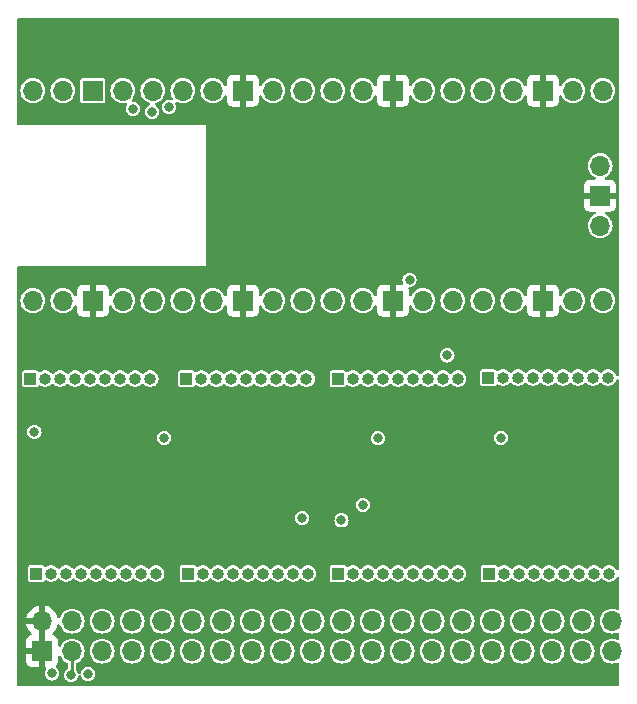
<source format=gbr>
%TF.GenerationSoftware,KiCad,Pcbnew,8.0.0*%
%TF.CreationDate,2024-03-20T19:05:42-04:00*%
%TF.ProjectId,level-shifted,6c657665-6c2d-4736-9869-667465642e6b,rev?*%
%TF.SameCoordinates,Original*%
%TF.FileFunction,Copper,L2,Inr*%
%TF.FilePolarity,Positive*%
%FSLAX46Y46*%
G04 Gerber Fmt 4.6, Leading zero omitted, Abs format (unit mm)*
G04 Created by KiCad (PCBNEW 8.0.0) date 2024-03-20 19:05:42*
%MOMM*%
%LPD*%
G01*
G04 APERTURE LIST*
%TA.AperFunction,ComponentPad*%
%ADD10R,1.000000X1.000000*%
%TD*%
%TA.AperFunction,ComponentPad*%
%ADD11O,1.000000X1.000000*%
%TD*%
%TA.AperFunction,ComponentPad*%
%ADD12R,1.700000X1.700000*%
%TD*%
%TA.AperFunction,ComponentPad*%
%ADD13O,1.700000X1.700000*%
%TD*%
%TA.AperFunction,ViaPad*%
%ADD14C,0.800000*%
%TD*%
%TA.AperFunction,Conductor*%
%ADD15C,0.250000*%
%TD*%
G04 APERTURE END LIST*
D10*
%TO.N,unconnected-(J110-Pin_1-Pad1)*%
%TO.C,J110*%
X153690000Y-92500000D03*
D11*
%TO.N,unconnected-(J110-Pin_2-Pad2)*%
X154960000Y-92500000D03*
%TO.N,unconnected-(J110-Pin_3-Pad3)*%
X156230000Y-92500000D03*
%TO.N,unconnected-(J110-Pin_4-Pad4)*%
X157500000Y-92500000D03*
%TO.N,unconnected-(J110-Pin_5-Pad5)*%
X158770000Y-92500000D03*
%TO.N,LVRW*%
X160040000Y-92500000D03*
%TO.N,LVDEN*%
X161310000Y-92500000D03*
%TO.N,3V3*%
X162580000Y-92500000D03*
%TO.N,LVPHI2*%
X163850000Y-92500000D03*
%TD*%
D10*
%TO.N,/LVA8*%
%TO.C,J109*%
X140880000Y-92500000D03*
D11*
%TO.N,/LVA9*%
X142150000Y-92500000D03*
%TO.N,/LVA10*%
X143420000Y-92500000D03*
%TO.N,/LVA11*%
X144690000Y-92500000D03*
%TO.N,/LVA12*%
X145960000Y-92500000D03*
%TO.N,/LVA13*%
X147230000Y-92500000D03*
%TO.N,/LVA14*%
X148500000Y-92500000D03*
%TO.N,3V3*%
X149770000Y-92500000D03*
%TO.N,/LVA15*%
X151040000Y-92500000D03*
%TD*%
D10*
%TO.N,/LVA0*%
%TO.C,J107*%
X127650000Y-92500000D03*
D11*
%TO.N,/LVA1*%
X128920000Y-92500000D03*
%TO.N,/LVA2*%
X130190000Y-92500000D03*
%TO.N,/LVA3*%
X131460000Y-92500000D03*
%TO.N,/LVA4*%
X132730000Y-92500000D03*
%TO.N,/LVA5*%
X134000000Y-92500000D03*
%TO.N,/LVA6*%
X135270000Y-92500000D03*
%TO.N,3V3*%
X136540000Y-92500000D03*
%TO.N,/LVA7*%
X137810000Y-92500000D03*
%TD*%
D10*
%TO.N,LVD0*%
%TO.C,J106*%
X166425000Y-92415000D03*
D11*
%TO.N,LVD1*%
X167695000Y-92415000D03*
%TO.N,LVD2*%
X168965000Y-92415000D03*
%TO.N,LVD3*%
X170235000Y-92415000D03*
%TO.N,LVD4*%
X171505000Y-92415000D03*
%TO.N,LVD5*%
X172775000Y-92415000D03*
%TO.N,LVD6*%
X174045000Y-92415000D03*
%TO.N,3V3*%
X175315000Y-92415000D03*
%TO.N,LVD7*%
X176585000Y-92415000D03*
%TD*%
D10*
%TO.N,/HVA8*%
%TO.C,J105*%
X141000000Y-109000000D03*
D11*
%TO.N,/HVA9*%
X142270000Y-109000000D03*
%TO.N,/HVA10*%
X143540000Y-109000000D03*
%TO.N,/HVA11*%
X144810000Y-109000000D03*
%TO.N,/HVA12*%
X146080000Y-109000000D03*
%TO.N,/HVA13*%
X147350000Y-109000000D03*
%TO.N,/HVA14*%
X148620000Y-109000000D03*
%TO.N,5V*%
X149890000Y-109000000D03*
%TO.N,/HVA15*%
X151160000Y-109000000D03*
%TD*%
%TO.N,/HVA7*%
%TO.C,J103*%
X138310000Y-109000000D03*
%TO.N,5V*%
X137040000Y-109000000D03*
%TO.N,/HVA6*%
X135770000Y-109000000D03*
%TO.N,/HVA5*%
X134500000Y-109000000D03*
%TO.N,/HVA4*%
X133230000Y-109000000D03*
%TO.N,/HVA3*%
X131960000Y-109000000D03*
%TO.N,/HVA2*%
X130690000Y-109000000D03*
%TO.N,/HVA1*%
X129420000Y-109000000D03*
D10*
%TO.N,/HVA0*%
X128150000Y-109000000D03*
%TD*%
%TO.N,unconnected-(J102-Pin_1-Pad1)*%
%TO.C,J102*%
X153690000Y-109000000D03*
D11*
%TO.N,unconnected-(J102-Pin_2-Pad2)*%
X154960000Y-109000000D03*
%TO.N,unconnected-(J102-Pin_3-Pad3)*%
X156230000Y-109000000D03*
%TO.N,unconnected-(J102-Pin_4-Pad4)*%
X157500000Y-109000000D03*
%TO.N,unconnected-(J102-Pin_5-Pad5)*%
X158770000Y-109000000D03*
%TO.N,HVRW*%
X160040000Y-109000000D03*
%TO.N,HVDEN*%
X161310000Y-109000000D03*
%TO.N,5V*%
X162580000Y-109000000D03*
%TO.N,HVPHI2*%
X163850000Y-109000000D03*
%TD*%
D10*
%TO.N,HVD0*%
%TO.C,J101*%
X166500000Y-109000000D03*
D11*
%TO.N,HVD1*%
X167770000Y-109000000D03*
%TO.N,HVD2*%
X169040000Y-109000000D03*
%TO.N,HVD3*%
X170310000Y-109000000D03*
%TO.N,HVD4*%
X171580000Y-109000000D03*
%TO.N,HVD5*%
X172850000Y-109000000D03*
%TO.N,HVD6*%
X174120000Y-109000000D03*
%TO.N,5V*%
X175390000Y-109000000D03*
%TO.N,HVD7*%
X176660000Y-109000000D03*
%TD*%
D12*
%TO.N,GND*%
%TO.C,J104*%
X128650000Y-115570000D03*
D13*
X128650000Y-113030000D03*
%TO.N,5V*%
X131190000Y-115570000D03*
%TO.N,unconnected-(J104-~{RESET}-Pad4)*%
X131190000Y-113030000D03*
%TO.N,/HVA0*%
X133730000Y-115570000D03*
%TO.N,/HVA1*%
X133730000Y-113030000D03*
%TO.N,/HVA2*%
X136270000Y-115570000D03*
%TO.N,/HVA3*%
X136270000Y-113030000D03*
%TO.N,/HVA4*%
X138810000Y-115570000D03*
%TO.N,/HVA5*%
X138810000Y-113030000D03*
%TO.N,/HVA6*%
X141350000Y-115570000D03*
%TO.N,/HVA7*%
X141350000Y-113030000D03*
%TO.N,/HVA8*%
X143890000Y-115570000D03*
%TO.N,/HVA9*%
X143890000Y-113030000D03*
%TO.N,/HVA10*%
X146430000Y-115570000D03*
%TO.N,/HVA11*%
X146430000Y-113030000D03*
%TO.N,/HVA12*%
X148970000Y-115570000D03*
%TO.N,/HVA13*%
X148970000Y-113030000D03*
%TO.N,/HVA14*%
X151510000Y-115570000D03*
%TO.N,/HVA15*%
X151510000Y-113030000D03*
%TO.N,HVRW*%
X154050000Y-115570000D03*
%TO.N,HVPHI2*%
X154050000Y-113030000D03*
%TO.N,HVD0*%
X156590000Y-115570000D03*
%TO.N,HVD1*%
X156590000Y-113030000D03*
%TO.N,HVD2*%
X159130000Y-115570000D03*
%TO.N,HVD3*%
X159130000Y-113030000D03*
%TO.N,HVD4*%
X161670000Y-115570000D03*
%TO.N,HVD5*%
X161670000Y-113030000D03*
%TO.N,HVD6*%
X164210000Y-115570000D03*
%TO.N,HVD7*%
X164210000Y-113030000D03*
%TO.N,unconnected-(J104-SYNC-Pad31)*%
X166750000Y-115570000D03*
%TO.N,unconnected-(J104-RDY-Pad32)*%
X166750000Y-113030000D03*
%TO.N,unconnected-(J104-NMI-Pad33)*%
X169290000Y-115570000D03*
%TO.N,unconnected-(J104-TAPE-Pad34)*%
X169290000Y-113030000D03*
%TO.N,HVDEN*%
X171830000Y-115570000D03*
%TO.N,unconnected-(J104-SST-Pad36)*%
X171830000Y-113030000D03*
%TO.N,unconnected-(J104-IO3-Pad37)*%
X174370000Y-115570000D03*
%TO.N,unconnected-(J104-PB7-Pad38)*%
X174370000Y-113030000D03*
%TO.N,unconnected-(J104-PH1-Pad39)*%
X176910000Y-115570000D03*
%TO.N,unconnected-(J104-IRQ-Pad40)*%
X176910000Y-113030000D03*
%TD*%
%TO.N,/LVA0*%
%TO.C,U104*%
X127870000Y-85890000D03*
%TO.N,/LVA1*%
X130410000Y-85890000D03*
D12*
%TO.N,GND*%
X132950000Y-85890000D03*
D13*
%TO.N,/LVA2*%
X135490000Y-85890000D03*
%TO.N,/LVA3*%
X138030000Y-85890000D03*
%TO.N,/LVA4*%
X140570000Y-85890000D03*
%TO.N,/LVA5*%
X143110000Y-85890000D03*
D12*
%TO.N,GND*%
X145650000Y-85890000D03*
D13*
%TO.N,/LVA6*%
X148190000Y-85890000D03*
%TO.N,/LVA7*%
X150730000Y-85890000D03*
%TO.N,/LVA8*%
X153270000Y-85890000D03*
%TO.N,/LVA9*%
X155810000Y-85890000D03*
D12*
%TO.N,GND*%
X158350000Y-85890000D03*
D13*
%TO.N,/LVA10*%
X160890000Y-85890000D03*
%TO.N,/LVA11*%
X163430000Y-85890000D03*
%TO.N,/LVA12*%
X165970000Y-85890000D03*
%TO.N,/LVA13*%
X168510000Y-85890000D03*
D12*
%TO.N,GND*%
X171050000Y-85890000D03*
D13*
%TO.N,/LVA14*%
X173590000Y-85890000D03*
%TO.N,/LVA15*%
X176130000Y-85890000D03*
%TO.N,LVD7*%
X176130000Y-68110000D03*
%TO.N,LVD6*%
X173590000Y-68110000D03*
D12*
%TO.N,GND*%
X171050000Y-68110000D03*
D13*
%TO.N,LVD5*%
X168510000Y-68110000D03*
%TO.N,LVD4*%
X165970000Y-68110000D03*
%TO.N,LVD3*%
X163430000Y-68110000D03*
%TO.N,LVD2*%
X160890000Y-68110000D03*
D12*
%TO.N,GND*%
X158350000Y-68110000D03*
D13*
%TO.N,LVD1*%
X155810000Y-68110000D03*
%TO.N,Net-(SW101-A)*%
X153270000Y-68110000D03*
%TO.N,LVD0*%
X150730000Y-68110000D03*
%TO.N,LVRW*%
X148190000Y-68110000D03*
D12*
%TO.N,GND*%
X145650000Y-68110000D03*
D13*
%TO.N,/DEN*%
X143110000Y-68110000D03*
%TO.N,unconnected-(U104-ADC_VREF-Pad35)*%
X140570000Y-68110000D03*
%TO.N,3V3*%
X138030000Y-68110000D03*
%TO.N,unconnected-(U104-3V3_EN-Pad37)*%
X135490000Y-68110000D03*
D12*
%TO.N,unconnected-(U104-GND-Pad38)_0*%
X132950000Y-68110000D03*
D13*
%TO.N,Net-(D102-K)*%
X130410000Y-68110000D03*
%TO.N,unconnected-(U104-VBUS-Pad40)_0*%
X127870000Y-68110000D03*
%TO.N,unconnected-(U104-SWCLK-Pad41)_0*%
X175900000Y-79540000D03*
D12*
%TO.N,GND*%
X175900000Y-77000000D03*
D13*
%TO.N,unconnected-(U104-SWDIO-Pad43)_0*%
X175900000Y-74460000D03*
%TD*%
D14*
%TO.N,3V3*%
X137972800Y-69900800D03*
X139395200Y-69494400D03*
X136347200Y-69646800D03*
%TO.N,5V*%
X131114800Y-117602000D03*
X129489200Y-117449600D03*
X132537200Y-117500400D03*
X155803600Y-103174800D03*
%TO.N,/DEN*%
X162966400Y-90525600D03*
X159766000Y-84124800D03*
%TO.N,Net-(D102-K)*%
X150672800Y-104292400D03*
%TO.N,5V*%
X154000000Y-104500000D03*
%TO.N,GND*%
X155500000Y-101000000D03*
%TO.N,3V3*%
X128000000Y-97000000D03*
%TO.N,GND*%
X137500000Y-96500000D03*
%TO.N,3V3*%
X139000000Y-97500000D03*
%TO.N,GND*%
X149000000Y-94500000D03*
%TO.N,3V3*%
X157100000Y-97535356D03*
%TO.N,GND*%
X165319145Y-97209000D03*
%TO.N,/DEN*%
X167500000Y-97500000D03*
%TO.N,GND*%
X175463200Y-94488000D03*
X157000000Y-103500000D03*
X165500000Y-107000000D03*
X167335200Y-103733600D03*
X175885000Y-107000000D03*
X148500000Y-106500000D03*
X139000000Y-103500000D03*
X136898221Y-106717800D03*
X128000000Y-103500000D03*
%TD*%
D15*
%TO.N,5V*%
X131190000Y-115570000D02*
X131190000Y-117526800D01*
X131190000Y-117526800D02*
X131114800Y-117602000D01*
%TD*%
%TA.AperFunction,Conductor*%
%TO.N,GND*%
G36*
X128900000Y-115136988D02*
G01*
X128842993Y-115104075D01*
X128715826Y-115070000D01*
X128584174Y-115070000D01*
X128457007Y-115104075D01*
X128400000Y-115136988D01*
X128400000Y-113463012D01*
X128457007Y-113495925D01*
X128584174Y-113530000D01*
X128715826Y-113530000D01*
X128842993Y-113495925D01*
X128900000Y-113463012D01*
X128900000Y-115136988D01*
G37*
%TD.AperFunction*%
%TA.AperFunction,Conductor*%
G36*
X177443039Y-62019685D02*
G01*
X177488794Y-62072489D01*
X177500000Y-62124000D01*
X177500000Y-92175572D01*
X177480315Y-92242611D01*
X177427511Y-92288366D01*
X177358353Y-92298310D01*
X177294797Y-92269285D01*
X177260058Y-92219543D01*
X177211660Y-92091928D01*
X177209818Y-92087070D01*
X177113183Y-91947071D01*
X177009762Y-91855448D01*
X176985849Y-91834263D01*
X176835226Y-91755210D01*
X176670056Y-91714500D01*
X176499944Y-91714500D01*
X176334773Y-91755210D01*
X176184150Y-91834263D01*
X176056815Y-91947072D01*
X176052049Y-91953978D01*
X175997766Y-91997968D01*
X175928317Y-92005627D01*
X175865753Y-91974523D01*
X175847951Y-91953978D01*
X175843184Y-91947072D01*
X175715849Y-91834263D01*
X175565226Y-91755210D01*
X175400056Y-91714500D01*
X175229944Y-91714500D01*
X175064773Y-91755210D01*
X174914150Y-91834263D01*
X174786815Y-91947072D01*
X174782049Y-91953978D01*
X174727766Y-91997968D01*
X174658317Y-92005627D01*
X174595753Y-91974523D01*
X174577951Y-91953978D01*
X174573184Y-91947072D01*
X174445849Y-91834263D01*
X174295226Y-91755210D01*
X174130056Y-91714500D01*
X173959944Y-91714500D01*
X173794773Y-91755210D01*
X173644150Y-91834263D01*
X173516815Y-91947072D01*
X173512049Y-91953978D01*
X173457766Y-91997968D01*
X173388317Y-92005627D01*
X173325753Y-91974523D01*
X173307951Y-91953978D01*
X173303184Y-91947072D01*
X173175849Y-91834263D01*
X173025226Y-91755210D01*
X172860056Y-91714500D01*
X172689944Y-91714500D01*
X172524773Y-91755210D01*
X172374150Y-91834263D01*
X172246815Y-91947072D01*
X172242049Y-91953978D01*
X172187766Y-91997968D01*
X172118317Y-92005627D01*
X172055753Y-91974523D01*
X172037951Y-91953978D01*
X172033184Y-91947072D01*
X171905849Y-91834263D01*
X171755226Y-91755210D01*
X171590056Y-91714500D01*
X171419944Y-91714500D01*
X171254773Y-91755210D01*
X171104150Y-91834263D01*
X170976815Y-91947072D01*
X170972049Y-91953978D01*
X170917766Y-91997968D01*
X170848317Y-92005627D01*
X170785753Y-91974523D01*
X170767951Y-91953978D01*
X170763184Y-91947072D01*
X170635849Y-91834263D01*
X170485226Y-91755210D01*
X170320056Y-91714500D01*
X170149944Y-91714500D01*
X169984773Y-91755210D01*
X169834150Y-91834263D01*
X169706815Y-91947072D01*
X169702049Y-91953978D01*
X169647766Y-91997968D01*
X169578317Y-92005627D01*
X169515753Y-91974523D01*
X169497951Y-91953978D01*
X169493184Y-91947072D01*
X169365849Y-91834263D01*
X169215226Y-91755210D01*
X169050056Y-91714500D01*
X168879944Y-91714500D01*
X168714773Y-91755210D01*
X168564150Y-91834263D01*
X168436815Y-91947072D01*
X168432049Y-91953978D01*
X168377766Y-91997968D01*
X168308317Y-92005627D01*
X168245753Y-91974523D01*
X168227951Y-91953978D01*
X168223184Y-91947072D01*
X168095849Y-91834263D01*
X167945226Y-91755210D01*
X167780056Y-91714500D01*
X167609944Y-91714500D01*
X167444773Y-91755210D01*
X167294149Y-91834264D01*
X167294147Y-91834266D01*
X167286223Y-91841286D01*
X167222989Y-91871005D01*
X167153726Y-91861820D01*
X167100897Y-91817358D01*
X167069553Y-91770448D01*
X167003230Y-91726132D01*
X167003229Y-91726131D01*
X166944752Y-91714500D01*
X166944748Y-91714500D01*
X165905252Y-91714500D01*
X165905247Y-91714500D01*
X165846770Y-91726131D01*
X165846769Y-91726132D01*
X165780447Y-91770447D01*
X165736132Y-91836769D01*
X165736131Y-91836770D01*
X165724500Y-91895247D01*
X165724500Y-92934752D01*
X165736131Y-92993229D01*
X165736132Y-92993230D01*
X165780447Y-93059552D01*
X165846769Y-93103867D01*
X165846770Y-93103868D01*
X165905247Y-93115499D01*
X165905250Y-93115500D01*
X165905252Y-93115500D01*
X166944750Y-93115500D01*
X166944751Y-93115499D01*
X166959568Y-93112552D01*
X167003229Y-93103868D01*
X167003229Y-93103867D01*
X167003231Y-93103867D01*
X167069552Y-93059552D01*
X167100899Y-93012638D01*
X167154508Y-92967836D01*
X167223833Y-92959127D01*
X167286225Y-92988715D01*
X167294148Y-92995734D01*
X167444775Y-93074790D01*
X167609944Y-93115500D01*
X167780056Y-93115500D01*
X167945225Y-93074790D01*
X168063639Y-93012641D01*
X168095849Y-92995736D01*
X168095850Y-92995734D01*
X168095852Y-92995734D01*
X168223183Y-92882929D01*
X168227950Y-92876021D01*
X168282230Y-92832033D01*
X168351678Y-92824372D01*
X168414244Y-92855473D01*
X168432046Y-92876017D01*
X168436817Y-92882929D01*
X168501771Y-92940473D01*
X168564150Y-92995736D01*
X168712729Y-93073716D01*
X168714775Y-93074790D01*
X168879944Y-93115500D01*
X169050056Y-93115500D01*
X169215225Y-93074790D01*
X169333639Y-93012641D01*
X169365849Y-92995736D01*
X169365850Y-92995734D01*
X169365852Y-92995734D01*
X169493183Y-92882929D01*
X169497950Y-92876021D01*
X169552230Y-92832033D01*
X169621678Y-92824372D01*
X169684244Y-92855473D01*
X169702046Y-92876017D01*
X169706817Y-92882929D01*
X169771771Y-92940473D01*
X169834150Y-92995736D01*
X169982729Y-93073716D01*
X169984775Y-93074790D01*
X170149944Y-93115500D01*
X170320056Y-93115500D01*
X170485225Y-93074790D01*
X170603639Y-93012641D01*
X170635849Y-92995736D01*
X170635850Y-92995734D01*
X170635852Y-92995734D01*
X170763183Y-92882929D01*
X170767950Y-92876021D01*
X170822230Y-92832033D01*
X170891678Y-92824372D01*
X170954244Y-92855473D01*
X170972046Y-92876017D01*
X170976817Y-92882929D01*
X171041771Y-92940473D01*
X171104150Y-92995736D01*
X171252729Y-93073716D01*
X171254775Y-93074790D01*
X171419944Y-93115500D01*
X171590056Y-93115500D01*
X171755225Y-93074790D01*
X171873639Y-93012641D01*
X171905849Y-92995736D01*
X171905850Y-92995734D01*
X171905852Y-92995734D01*
X172033183Y-92882929D01*
X172037950Y-92876021D01*
X172092230Y-92832033D01*
X172161678Y-92824372D01*
X172224244Y-92855473D01*
X172242046Y-92876017D01*
X172246817Y-92882929D01*
X172311771Y-92940473D01*
X172374150Y-92995736D01*
X172522729Y-93073716D01*
X172524775Y-93074790D01*
X172689944Y-93115500D01*
X172860056Y-93115500D01*
X173025225Y-93074790D01*
X173143639Y-93012641D01*
X173175849Y-92995736D01*
X173175850Y-92995734D01*
X173175852Y-92995734D01*
X173303183Y-92882929D01*
X173307950Y-92876021D01*
X173362230Y-92832033D01*
X173431678Y-92824372D01*
X173494244Y-92855473D01*
X173512046Y-92876017D01*
X173516817Y-92882929D01*
X173581771Y-92940473D01*
X173644150Y-92995736D01*
X173792729Y-93073716D01*
X173794775Y-93074790D01*
X173959944Y-93115500D01*
X174130056Y-93115500D01*
X174295225Y-93074790D01*
X174413639Y-93012641D01*
X174445849Y-92995736D01*
X174445850Y-92995734D01*
X174445852Y-92995734D01*
X174573183Y-92882929D01*
X174577950Y-92876021D01*
X174632230Y-92832033D01*
X174701678Y-92824372D01*
X174764244Y-92855473D01*
X174782046Y-92876017D01*
X174786817Y-92882929D01*
X174851771Y-92940473D01*
X174914150Y-92995736D01*
X175062729Y-93073716D01*
X175064775Y-93074790D01*
X175229944Y-93115500D01*
X175400056Y-93115500D01*
X175565225Y-93074790D01*
X175683639Y-93012641D01*
X175715849Y-92995736D01*
X175715850Y-92995734D01*
X175715852Y-92995734D01*
X175843183Y-92882929D01*
X175847950Y-92876021D01*
X175902230Y-92832033D01*
X175971678Y-92824372D01*
X176034244Y-92855473D01*
X176052046Y-92876017D01*
X176056817Y-92882929D01*
X176121771Y-92940473D01*
X176184150Y-92995736D01*
X176332729Y-93073716D01*
X176334775Y-93074790D01*
X176499944Y-93115500D01*
X176670056Y-93115500D01*
X176835225Y-93074790D01*
X176953639Y-93012641D01*
X176985849Y-92995736D01*
X176985850Y-92995734D01*
X176985852Y-92995734D01*
X177113183Y-92882929D01*
X177209818Y-92742930D01*
X177260058Y-92610455D01*
X177302236Y-92554753D01*
X177367833Y-92530696D01*
X177436023Y-92545923D01*
X177485157Y-92595598D01*
X177500000Y-92654427D01*
X177500000Y-108585885D01*
X177480315Y-108652924D01*
X177427511Y-108698679D01*
X177358353Y-108708623D01*
X177294797Y-108679598D01*
X177273950Y-108656325D01*
X177266685Y-108645800D01*
X177188183Y-108532071D01*
X177068776Y-108426286D01*
X177060849Y-108419263D01*
X176910226Y-108340210D01*
X176745056Y-108299500D01*
X176574944Y-108299500D01*
X176409773Y-108340210D01*
X176259150Y-108419263D01*
X176131815Y-108532072D01*
X176127049Y-108538978D01*
X176072766Y-108582968D01*
X176003317Y-108590627D01*
X175940753Y-108559523D01*
X175922951Y-108538978D01*
X175918184Y-108532072D01*
X175790849Y-108419263D01*
X175640226Y-108340210D01*
X175475056Y-108299500D01*
X175304944Y-108299500D01*
X175139773Y-108340210D01*
X174989150Y-108419263D01*
X174861815Y-108532072D01*
X174857049Y-108538978D01*
X174802766Y-108582968D01*
X174733317Y-108590627D01*
X174670753Y-108559523D01*
X174652951Y-108538978D01*
X174648184Y-108532072D01*
X174520849Y-108419263D01*
X174370226Y-108340210D01*
X174205056Y-108299500D01*
X174034944Y-108299500D01*
X173869773Y-108340210D01*
X173719150Y-108419263D01*
X173591815Y-108532072D01*
X173587049Y-108538978D01*
X173532766Y-108582968D01*
X173463317Y-108590627D01*
X173400753Y-108559523D01*
X173382951Y-108538978D01*
X173378184Y-108532072D01*
X173250849Y-108419263D01*
X173100226Y-108340210D01*
X172935056Y-108299500D01*
X172764944Y-108299500D01*
X172599773Y-108340210D01*
X172449150Y-108419263D01*
X172321815Y-108532072D01*
X172317049Y-108538978D01*
X172262766Y-108582968D01*
X172193317Y-108590627D01*
X172130753Y-108559523D01*
X172112951Y-108538978D01*
X172108184Y-108532072D01*
X171980849Y-108419263D01*
X171830226Y-108340210D01*
X171665056Y-108299500D01*
X171494944Y-108299500D01*
X171329773Y-108340210D01*
X171179150Y-108419263D01*
X171051815Y-108532072D01*
X171047049Y-108538978D01*
X170992766Y-108582968D01*
X170923317Y-108590627D01*
X170860753Y-108559523D01*
X170842951Y-108538978D01*
X170838184Y-108532072D01*
X170710849Y-108419263D01*
X170560226Y-108340210D01*
X170395056Y-108299500D01*
X170224944Y-108299500D01*
X170059773Y-108340210D01*
X169909150Y-108419263D01*
X169781815Y-108532072D01*
X169777049Y-108538978D01*
X169722766Y-108582968D01*
X169653317Y-108590627D01*
X169590753Y-108559523D01*
X169572951Y-108538978D01*
X169568184Y-108532072D01*
X169440849Y-108419263D01*
X169290226Y-108340210D01*
X169125056Y-108299500D01*
X168954944Y-108299500D01*
X168789773Y-108340210D01*
X168639150Y-108419263D01*
X168511815Y-108532072D01*
X168507049Y-108538978D01*
X168452766Y-108582968D01*
X168383317Y-108590627D01*
X168320753Y-108559523D01*
X168302951Y-108538978D01*
X168298184Y-108532072D01*
X168170849Y-108419263D01*
X168020226Y-108340210D01*
X167855056Y-108299500D01*
X167684944Y-108299500D01*
X167519773Y-108340210D01*
X167369149Y-108419264D01*
X167369147Y-108419266D01*
X167361223Y-108426286D01*
X167297989Y-108456005D01*
X167228726Y-108446820D01*
X167175897Y-108402358D01*
X167144553Y-108355448D01*
X167078230Y-108311132D01*
X167078229Y-108311131D01*
X167019752Y-108299500D01*
X167019748Y-108299500D01*
X165980252Y-108299500D01*
X165980247Y-108299500D01*
X165921770Y-108311131D01*
X165921769Y-108311132D01*
X165855447Y-108355447D01*
X165811132Y-108421769D01*
X165811131Y-108421770D01*
X165799500Y-108480247D01*
X165799500Y-109519752D01*
X165811131Y-109578229D01*
X165811132Y-109578230D01*
X165855447Y-109644552D01*
X165921769Y-109688867D01*
X165921770Y-109688868D01*
X165980247Y-109700499D01*
X165980250Y-109700500D01*
X165980252Y-109700500D01*
X167019750Y-109700500D01*
X167019751Y-109700499D01*
X167034568Y-109697552D01*
X167078229Y-109688868D01*
X167078229Y-109688867D01*
X167078231Y-109688867D01*
X167144552Y-109644552D01*
X167175899Y-109597638D01*
X167229508Y-109552836D01*
X167298833Y-109544127D01*
X167361225Y-109573715D01*
X167369148Y-109580734D01*
X167519775Y-109659790D01*
X167684944Y-109700500D01*
X167855056Y-109700500D01*
X168020225Y-109659790D01*
X168138639Y-109597641D01*
X168170849Y-109580736D01*
X168170850Y-109580734D01*
X168170852Y-109580734D01*
X168298183Y-109467929D01*
X168302950Y-109461021D01*
X168357230Y-109417033D01*
X168426678Y-109409372D01*
X168489244Y-109440473D01*
X168507046Y-109461017D01*
X168511817Y-109467929D01*
X168597827Y-109544127D01*
X168639150Y-109580736D01*
X168789773Y-109659789D01*
X168789775Y-109659790D01*
X168954944Y-109700500D01*
X169125056Y-109700500D01*
X169290225Y-109659790D01*
X169408639Y-109597641D01*
X169440849Y-109580736D01*
X169440850Y-109580734D01*
X169440852Y-109580734D01*
X169568183Y-109467929D01*
X169572950Y-109461021D01*
X169627230Y-109417033D01*
X169696678Y-109409372D01*
X169759244Y-109440473D01*
X169777046Y-109461017D01*
X169781817Y-109467929D01*
X169867827Y-109544127D01*
X169909150Y-109580736D01*
X170059773Y-109659789D01*
X170059775Y-109659790D01*
X170224944Y-109700500D01*
X170395056Y-109700500D01*
X170560225Y-109659790D01*
X170678639Y-109597641D01*
X170710849Y-109580736D01*
X170710850Y-109580734D01*
X170710852Y-109580734D01*
X170838183Y-109467929D01*
X170842950Y-109461021D01*
X170897230Y-109417033D01*
X170966678Y-109409372D01*
X171029244Y-109440473D01*
X171047046Y-109461017D01*
X171051817Y-109467929D01*
X171137827Y-109544127D01*
X171179150Y-109580736D01*
X171329773Y-109659789D01*
X171329775Y-109659790D01*
X171494944Y-109700500D01*
X171665056Y-109700500D01*
X171830225Y-109659790D01*
X171948639Y-109597641D01*
X171980849Y-109580736D01*
X171980850Y-109580734D01*
X171980852Y-109580734D01*
X172108183Y-109467929D01*
X172112950Y-109461021D01*
X172167230Y-109417033D01*
X172236678Y-109409372D01*
X172299244Y-109440473D01*
X172317046Y-109461017D01*
X172321817Y-109467929D01*
X172407827Y-109544127D01*
X172449150Y-109580736D01*
X172599773Y-109659789D01*
X172599775Y-109659790D01*
X172764944Y-109700500D01*
X172935056Y-109700500D01*
X173100225Y-109659790D01*
X173218639Y-109597641D01*
X173250849Y-109580736D01*
X173250850Y-109580734D01*
X173250852Y-109580734D01*
X173378183Y-109467929D01*
X173382950Y-109461021D01*
X173437230Y-109417033D01*
X173506678Y-109409372D01*
X173569244Y-109440473D01*
X173587046Y-109461017D01*
X173591817Y-109467929D01*
X173677827Y-109544127D01*
X173719150Y-109580736D01*
X173869773Y-109659789D01*
X173869775Y-109659790D01*
X174034944Y-109700500D01*
X174205056Y-109700500D01*
X174370225Y-109659790D01*
X174488639Y-109597641D01*
X174520849Y-109580736D01*
X174520850Y-109580734D01*
X174520852Y-109580734D01*
X174648183Y-109467929D01*
X174652950Y-109461021D01*
X174707230Y-109417033D01*
X174776678Y-109409372D01*
X174839244Y-109440473D01*
X174857046Y-109461017D01*
X174861817Y-109467929D01*
X174947827Y-109544127D01*
X174989150Y-109580736D01*
X175139773Y-109659789D01*
X175139775Y-109659790D01*
X175304944Y-109700500D01*
X175475056Y-109700500D01*
X175640225Y-109659790D01*
X175758639Y-109597641D01*
X175790849Y-109580736D01*
X175790850Y-109580734D01*
X175790852Y-109580734D01*
X175918183Y-109467929D01*
X175922950Y-109461021D01*
X175977230Y-109417033D01*
X176046678Y-109409372D01*
X176109244Y-109440473D01*
X176127046Y-109461017D01*
X176131817Y-109467929D01*
X176217827Y-109544127D01*
X176259150Y-109580736D01*
X176409773Y-109659789D01*
X176409775Y-109659790D01*
X176574944Y-109700500D01*
X176745056Y-109700500D01*
X176910225Y-109659790D01*
X177028639Y-109597641D01*
X177060849Y-109580736D01*
X177060850Y-109580734D01*
X177060852Y-109580734D01*
X177188183Y-109467929D01*
X177273951Y-109343672D01*
X177328233Y-109299684D01*
X177397681Y-109292024D01*
X177460246Y-109323127D01*
X177496064Y-109383118D01*
X177500000Y-109414114D01*
X177500000Y-111947329D01*
X177480315Y-112014368D01*
X177427511Y-112060123D01*
X177358353Y-112070067D01*
X177317555Y-112056692D01*
X177313957Y-112054769D01*
X177180771Y-112014368D01*
X177115934Y-111994700D01*
X177115932Y-111994699D01*
X177115934Y-111994699D01*
X176910000Y-111974417D01*
X176704067Y-111994699D01*
X176506043Y-112054769D01*
X176395898Y-112113643D01*
X176323550Y-112152315D01*
X176323548Y-112152316D01*
X176323547Y-112152317D01*
X176163589Y-112283589D01*
X176032317Y-112443547D01*
X175934769Y-112626043D01*
X175874699Y-112824067D01*
X175854417Y-113030000D01*
X175874699Y-113235932D01*
X175874700Y-113235934D01*
X175934768Y-113433954D01*
X176032315Y-113616450D01*
X176032317Y-113616452D01*
X176163589Y-113776410D01*
X176260209Y-113855702D01*
X176323550Y-113907685D01*
X176506046Y-114005232D01*
X176704066Y-114065300D01*
X176704065Y-114065300D01*
X176722529Y-114067118D01*
X176910000Y-114085583D01*
X177115934Y-114065300D01*
X177313954Y-114005232D01*
X177317546Y-114003311D01*
X177385948Y-113989070D01*
X177451192Y-114014069D01*
X177492563Y-114070374D01*
X177500000Y-114112670D01*
X177500000Y-114487329D01*
X177480315Y-114554368D01*
X177427511Y-114600123D01*
X177358353Y-114610067D01*
X177317555Y-114596692D01*
X177313957Y-114594769D01*
X177180771Y-114554368D01*
X177115934Y-114534700D01*
X177115932Y-114534699D01*
X177115934Y-114534699D01*
X176910000Y-114514417D01*
X176704067Y-114534699D01*
X176506043Y-114594769D01*
X176472634Y-114612627D01*
X176323550Y-114692315D01*
X176323548Y-114692316D01*
X176323547Y-114692317D01*
X176163589Y-114823589D01*
X176032317Y-114983547D01*
X175934769Y-115166043D01*
X175874699Y-115364067D01*
X175854417Y-115570000D01*
X175874699Y-115775932D01*
X175874700Y-115775934D01*
X175934768Y-115973954D01*
X176032315Y-116156450D01*
X176032317Y-116156452D01*
X176163589Y-116316410D01*
X176260209Y-116395702D01*
X176323550Y-116447685D01*
X176506046Y-116545232D01*
X176704066Y-116605300D01*
X176704065Y-116605300D01*
X176722529Y-116607118D01*
X176910000Y-116625583D01*
X177115934Y-116605300D01*
X177313954Y-116545232D01*
X177317546Y-116543311D01*
X177385948Y-116529070D01*
X177451192Y-116554069D01*
X177492563Y-116610374D01*
X177500000Y-116652670D01*
X177500000Y-118376000D01*
X177480315Y-118443039D01*
X177427511Y-118488794D01*
X177376000Y-118500000D01*
X126624000Y-118500000D01*
X126556961Y-118480315D01*
X126511206Y-118427511D01*
X126500000Y-118376000D01*
X126500000Y-116467844D01*
X127300000Y-116467844D01*
X127306401Y-116527372D01*
X127306403Y-116527379D01*
X127356645Y-116662086D01*
X127356649Y-116662093D01*
X127442809Y-116777187D01*
X127442812Y-116777190D01*
X127557906Y-116863350D01*
X127557913Y-116863354D01*
X127692620Y-116913596D01*
X127692627Y-116913598D01*
X127752155Y-116919999D01*
X127752172Y-116920000D01*
X128400000Y-116920000D01*
X128400000Y-116003012D01*
X128457007Y-116035925D01*
X128584174Y-116070000D01*
X128715826Y-116070000D01*
X128842993Y-116035925D01*
X128900000Y-116003012D01*
X128900000Y-116920000D01*
X128905314Y-116925314D01*
X128954254Y-116939685D01*
X129000009Y-116992489D01*
X129009953Y-117061647D01*
X128985591Y-117119486D01*
X128964664Y-117146757D01*
X128904156Y-117292837D01*
X128904155Y-117292839D01*
X128883518Y-117449598D01*
X128883518Y-117449601D01*
X128904155Y-117606360D01*
X128904156Y-117606362D01*
X128964664Y-117752441D01*
X129060918Y-117877882D01*
X129186359Y-117974136D01*
X129332438Y-118034644D01*
X129410819Y-118044963D01*
X129489199Y-118055282D01*
X129489200Y-118055282D01*
X129489201Y-118055282D01*
X129541454Y-118048402D01*
X129645962Y-118034644D01*
X129792041Y-117974136D01*
X129917482Y-117877882D01*
X130013736Y-117752441D01*
X130074244Y-117606362D01*
X130088194Y-117500398D01*
X130094882Y-117449601D01*
X130094882Y-117449598D01*
X130074244Y-117292839D01*
X130074244Y-117292838D01*
X130013736Y-117146759D01*
X129917482Y-117021318D01*
X129917480Y-117021316D01*
X129917479Y-117021315D01*
X129856461Y-116974494D01*
X129815258Y-116918066D01*
X129811104Y-116848320D01*
X129845317Y-116787400D01*
X129856854Y-116777523D01*
X129857190Y-116777187D01*
X129943350Y-116662093D01*
X129943354Y-116662086D01*
X129993596Y-116527379D01*
X129993598Y-116527372D01*
X129999999Y-116467844D01*
X130000000Y-116467827D01*
X130000000Y-116067186D01*
X130019685Y-116000147D01*
X130072489Y-115954392D01*
X130141647Y-115944448D01*
X130205203Y-115973473D01*
X130233356Y-116008729D01*
X130312315Y-116156450D01*
X130312317Y-116156452D01*
X130443589Y-116316410D01*
X130540209Y-116395702D01*
X130603550Y-116447685D01*
X130786046Y-116545232D01*
X130786051Y-116545233D01*
X130787951Y-116546021D01*
X130788796Y-116546701D01*
X130791419Y-116548104D01*
X130791153Y-116548601D01*
X130842355Y-116589862D01*
X130864421Y-116656156D01*
X130864500Y-116660583D01*
X130864500Y-116975997D01*
X130844815Y-117043036D01*
X130815987Y-117074372D01*
X130686520Y-117173716D01*
X130686519Y-117173717D01*
X130686518Y-117173718D01*
X130622348Y-117257345D01*
X130590263Y-117299160D01*
X130529756Y-117445237D01*
X130529755Y-117445239D01*
X130509118Y-117601998D01*
X130509118Y-117602001D01*
X130529755Y-117758760D01*
X130529756Y-117758762D01*
X130590264Y-117904841D01*
X130686518Y-118030282D01*
X130811959Y-118126536D01*
X130958038Y-118187044D01*
X131036419Y-118197363D01*
X131114799Y-118207682D01*
X131114800Y-118207682D01*
X131114801Y-118207682D01*
X131167054Y-118200802D01*
X131271562Y-118187044D01*
X131417641Y-118126536D01*
X131543082Y-118030282D01*
X131639336Y-117904841D01*
X131699844Y-117758762D01*
X131710571Y-117677280D01*
X131738836Y-117613386D01*
X131797160Y-117574914D01*
X131867024Y-117574082D01*
X131926248Y-117611154D01*
X131947356Y-117650352D01*
X131949046Y-117649653D01*
X131952155Y-117657160D01*
X131952156Y-117657162D01*
X132012664Y-117803241D01*
X132108918Y-117928682D01*
X132234359Y-118024936D01*
X132380438Y-118085444D01*
X132458819Y-118095763D01*
X132537199Y-118106082D01*
X132537200Y-118106082D01*
X132537201Y-118106082D01*
X132589454Y-118099202D01*
X132693962Y-118085444D01*
X132840041Y-118024936D01*
X132965482Y-117928682D01*
X133061736Y-117803241D01*
X133122244Y-117657162D01*
X133142882Y-117500400D01*
X133136608Y-117452747D01*
X133122244Y-117343639D01*
X133122244Y-117343638D01*
X133061736Y-117197559D01*
X132965482Y-117072118D01*
X132840041Y-116975864D01*
X132693962Y-116915356D01*
X132693960Y-116915355D01*
X132537201Y-116894718D01*
X132537199Y-116894718D01*
X132380439Y-116915355D01*
X132380437Y-116915356D01*
X132234360Y-116975863D01*
X132108918Y-117072118D01*
X132012663Y-117197560D01*
X131952156Y-117343637D01*
X131952156Y-117343638D01*
X131941429Y-117425118D01*
X131913162Y-117489014D01*
X131854838Y-117527485D01*
X131784973Y-117528316D01*
X131725750Y-117491244D01*
X131704646Y-117452045D01*
X131702954Y-117452747D01*
X131699843Y-117445237D01*
X131639336Y-117299159D01*
X131639335Y-117299158D01*
X131639335Y-117299157D01*
X131541124Y-117171165D01*
X131515930Y-117105996D01*
X131515500Y-117095679D01*
X131515500Y-116660583D01*
X131535185Y-116593544D01*
X131587989Y-116547789D01*
X131592049Y-116546021D01*
X131593945Y-116545234D01*
X131593954Y-116545232D01*
X131776450Y-116447685D01*
X131936410Y-116316410D01*
X132067685Y-116156450D01*
X132165232Y-115973954D01*
X132225300Y-115775934D01*
X132245583Y-115570000D01*
X132674417Y-115570000D01*
X132694699Y-115775932D01*
X132694700Y-115775934D01*
X132754768Y-115973954D01*
X132852315Y-116156450D01*
X132852317Y-116156452D01*
X132983589Y-116316410D01*
X133080209Y-116395702D01*
X133143550Y-116447685D01*
X133326046Y-116545232D01*
X133524066Y-116605300D01*
X133524065Y-116605300D01*
X133542529Y-116607118D01*
X133730000Y-116625583D01*
X133935934Y-116605300D01*
X134133954Y-116545232D01*
X134316450Y-116447685D01*
X134476410Y-116316410D01*
X134607685Y-116156450D01*
X134705232Y-115973954D01*
X134765300Y-115775934D01*
X134785583Y-115570000D01*
X135214417Y-115570000D01*
X135234699Y-115775932D01*
X135234700Y-115775934D01*
X135294768Y-115973954D01*
X135392315Y-116156450D01*
X135392317Y-116156452D01*
X135523589Y-116316410D01*
X135620209Y-116395702D01*
X135683550Y-116447685D01*
X135866046Y-116545232D01*
X136064066Y-116605300D01*
X136064065Y-116605300D01*
X136082529Y-116607118D01*
X136270000Y-116625583D01*
X136475934Y-116605300D01*
X136673954Y-116545232D01*
X136856450Y-116447685D01*
X137016410Y-116316410D01*
X137147685Y-116156450D01*
X137245232Y-115973954D01*
X137305300Y-115775934D01*
X137325583Y-115570000D01*
X137754417Y-115570000D01*
X137774699Y-115775932D01*
X137774700Y-115775934D01*
X137834768Y-115973954D01*
X137932315Y-116156450D01*
X137932317Y-116156452D01*
X138063589Y-116316410D01*
X138160209Y-116395702D01*
X138223550Y-116447685D01*
X138406046Y-116545232D01*
X138604066Y-116605300D01*
X138604065Y-116605300D01*
X138622529Y-116607118D01*
X138810000Y-116625583D01*
X139015934Y-116605300D01*
X139213954Y-116545232D01*
X139396450Y-116447685D01*
X139556410Y-116316410D01*
X139687685Y-116156450D01*
X139785232Y-115973954D01*
X139845300Y-115775934D01*
X139865583Y-115570000D01*
X140294417Y-115570000D01*
X140314699Y-115775932D01*
X140314700Y-115775934D01*
X140374768Y-115973954D01*
X140472315Y-116156450D01*
X140472317Y-116156452D01*
X140603589Y-116316410D01*
X140700209Y-116395702D01*
X140763550Y-116447685D01*
X140946046Y-116545232D01*
X141144066Y-116605300D01*
X141144065Y-116605300D01*
X141162529Y-116607118D01*
X141350000Y-116625583D01*
X141555934Y-116605300D01*
X141753954Y-116545232D01*
X141936450Y-116447685D01*
X142096410Y-116316410D01*
X142227685Y-116156450D01*
X142325232Y-115973954D01*
X142385300Y-115775934D01*
X142405583Y-115570000D01*
X142834417Y-115570000D01*
X142854699Y-115775932D01*
X142854700Y-115775934D01*
X142914768Y-115973954D01*
X143012315Y-116156450D01*
X143012317Y-116156452D01*
X143143589Y-116316410D01*
X143240209Y-116395702D01*
X143303550Y-116447685D01*
X143486046Y-116545232D01*
X143684066Y-116605300D01*
X143684065Y-116605300D01*
X143702529Y-116607118D01*
X143890000Y-116625583D01*
X144095934Y-116605300D01*
X144293954Y-116545232D01*
X144476450Y-116447685D01*
X144636410Y-116316410D01*
X144767685Y-116156450D01*
X144865232Y-115973954D01*
X144925300Y-115775934D01*
X144945583Y-115570000D01*
X145374417Y-115570000D01*
X145394699Y-115775932D01*
X145394700Y-115775934D01*
X145454768Y-115973954D01*
X145552315Y-116156450D01*
X145552317Y-116156452D01*
X145683589Y-116316410D01*
X145780209Y-116395702D01*
X145843550Y-116447685D01*
X146026046Y-116545232D01*
X146224066Y-116605300D01*
X146224065Y-116605300D01*
X146242529Y-116607118D01*
X146430000Y-116625583D01*
X146635934Y-116605300D01*
X146833954Y-116545232D01*
X147016450Y-116447685D01*
X147176410Y-116316410D01*
X147307685Y-116156450D01*
X147405232Y-115973954D01*
X147465300Y-115775934D01*
X147485583Y-115570000D01*
X147914417Y-115570000D01*
X147934699Y-115775932D01*
X147934700Y-115775934D01*
X147994768Y-115973954D01*
X148092315Y-116156450D01*
X148092317Y-116156452D01*
X148223589Y-116316410D01*
X148320209Y-116395702D01*
X148383550Y-116447685D01*
X148566046Y-116545232D01*
X148764066Y-116605300D01*
X148764065Y-116605300D01*
X148782529Y-116607118D01*
X148970000Y-116625583D01*
X149175934Y-116605300D01*
X149373954Y-116545232D01*
X149556450Y-116447685D01*
X149716410Y-116316410D01*
X149847685Y-116156450D01*
X149945232Y-115973954D01*
X150005300Y-115775934D01*
X150025583Y-115570000D01*
X150454417Y-115570000D01*
X150474699Y-115775932D01*
X150474700Y-115775934D01*
X150534768Y-115973954D01*
X150632315Y-116156450D01*
X150632317Y-116156452D01*
X150763589Y-116316410D01*
X150860209Y-116395702D01*
X150923550Y-116447685D01*
X151106046Y-116545232D01*
X151304066Y-116605300D01*
X151304065Y-116605300D01*
X151322529Y-116607118D01*
X151510000Y-116625583D01*
X151715934Y-116605300D01*
X151913954Y-116545232D01*
X152096450Y-116447685D01*
X152256410Y-116316410D01*
X152387685Y-116156450D01*
X152485232Y-115973954D01*
X152545300Y-115775934D01*
X152565583Y-115570000D01*
X152994417Y-115570000D01*
X153014699Y-115775932D01*
X153014700Y-115775934D01*
X153074768Y-115973954D01*
X153172315Y-116156450D01*
X153172317Y-116156452D01*
X153303589Y-116316410D01*
X153400209Y-116395702D01*
X153463550Y-116447685D01*
X153646046Y-116545232D01*
X153844066Y-116605300D01*
X153844065Y-116605300D01*
X153862529Y-116607118D01*
X154050000Y-116625583D01*
X154255934Y-116605300D01*
X154453954Y-116545232D01*
X154636450Y-116447685D01*
X154796410Y-116316410D01*
X154927685Y-116156450D01*
X155025232Y-115973954D01*
X155085300Y-115775934D01*
X155105583Y-115570000D01*
X155534417Y-115570000D01*
X155554699Y-115775932D01*
X155554700Y-115775934D01*
X155614768Y-115973954D01*
X155712315Y-116156450D01*
X155712317Y-116156452D01*
X155843589Y-116316410D01*
X155940209Y-116395702D01*
X156003550Y-116447685D01*
X156186046Y-116545232D01*
X156384066Y-116605300D01*
X156384065Y-116605300D01*
X156402529Y-116607118D01*
X156590000Y-116625583D01*
X156795934Y-116605300D01*
X156993954Y-116545232D01*
X157176450Y-116447685D01*
X157336410Y-116316410D01*
X157467685Y-116156450D01*
X157565232Y-115973954D01*
X157625300Y-115775934D01*
X157645583Y-115570000D01*
X158074417Y-115570000D01*
X158094699Y-115775932D01*
X158094700Y-115775934D01*
X158154768Y-115973954D01*
X158252315Y-116156450D01*
X158252317Y-116156452D01*
X158383589Y-116316410D01*
X158480209Y-116395702D01*
X158543550Y-116447685D01*
X158726046Y-116545232D01*
X158924066Y-116605300D01*
X158924065Y-116605300D01*
X158942529Y-116607118D01*
X159130000Y-116625583D01*
X159335934Y-116605300D01*
X159533954Y-116545232D01*
X159716450Y-116447685D01*
X159876410Y-116316410D01*
X160007685Y-116156450D01*
X160105232Y-115973954D01*
X160165300Y-115775934D01*
X160185583Y-115570000D01*
X160614417Y-115570000D01*
X160634699Y-115775932D01*
X160634700Y-115775934D01*
X160694768Y-115973954D01*
X160792315Y-116156450D01*
X160792317Y-116156452D01*
X160923589Y-116316410D01*
X161020209Y-116395702D01*
X161083550Y-116447685D01*
X161266046Y-116545232D01*
X161464066Y-116605300D01*
X161464065Y-116605300D01*
X161482529Y-116607118D01*
X161670000Y-116625583D01*
X161875934Y-116605300D01*
X162073954Y-116545232D01*
X162256450Y-116447685D01*
X162416410Y-116316410D01*
X162547685Y-116156450D01*
X162645232Y-115973954D01*
X162705300Y-115775934D01*
X162725583Y-115570000D01*
X163154417Y-115570000D01*
X163174699Y-115775932D01*
X163174700Y-115775934D01*
X163234768Y-115973954D01*
X163332315Y-116156450D01*
X163332317Y-116156452D01*
X163463589Y-116316410D01*
X163560209Y-116395702D01*
X163623550Y-116447685D01*
X163806046Y-116545232D01*
X164004066Y-116605300D01*
X164004065Y-116605300D01*
X164022529Y-116607118D01*
X164210000Y-116625583D01*
X164415934Y-116605300D01*
X164613954Y-116545232D01*
X164796450Y-116447685D01*
X164956410Y-116316410D01*
X165087685Y-116156450D01*
X165185232Y-115973954D01*
X165245300Y-115775934D01*
X165265583Y-115570000D01*
X165694417Y-115570000D01*
X165714699Y-115775932D01*
X165714700Y-115775934D01*
X165774768Y-115973954D01*
X165872315Y-116156450D01*
X165872317Y-116156452D01*
X166003589Y-116316410D01*
X166100209Y-116395702D01*
X166163550Y-116447685D01*
X166346046Y-116545232D01*
X166544066Y-116605300D01*
X166544065Y-116605300D01*
X166562529Y-116607118D01*
X166750000Y-116625583D01*
X166955934Y-116605300D01*
X167153954Y-116545232D01*
X167336450Y-116447685D01*
X167496410Y-116316410D01*
X167627685Y-116156450D01*
X167725232Y-115973954D01*
X167785300Y-115775934D01*
X167805583Y-115570000D01*
X168234417Y-115570000D01*
X168254699Y-115775932D01*
X168254700Y-115775934D01*
X168314768Y-115973954D01*
X168412315Y-116156450D01*
X168412317Y-116156452D01*
X168543589Y-116316410D01*
X168640209Y-116395702D01*
X168703550Y-116447685D01*
X168886046Y-116545232D01*
X169084066Y-116605300D01*
X169084065Y-116605300D01*
X169102529Y-116607118D01*
X169290000Y-116625583D01*
X169495934Y-116605300D01*
X169693954Y-116545232D01*
X169876450Y-116447685D01*
X170036410Y-116316410D01*
X170167685Y-116156450D01*
X170265232Y-115973954D01*
X170325300Y-115775934D01*
X170345583Y-115570000D01*
X170774417Y-115570000D01*
X170794699Y-115775932D01*
X170794700Y-115775934D01*
X170854768Y-115973954D01*
X170952315Y-116156450D01*
X170952317Y-116156452D01*
X171083589Y-116316410D01*
X171180209Y-116395702D01*
X171243550Y-116447685D01*
X171426046Y-116545232D01*
X171624066Y-116605300D01*
X171624065Y-116605300D01*
X171642529Y-116607118D01*
X171830000Y-116625583D01*
X172035934Y-116605300D01*
X172233954Y-116545232D01*
X172416450Y-116447685D01*
X172576410Y-116316410D01*
X172707685Y-116156450D01*
X172805232Y-115973954D01*
X172865300Y-115775934D01*
X172885583Y-115570000D01*
X173314417Y-115570000D01*
X173334699Y-115775932D01*
X173334700Y-115775934D01*
X173394768Y-115973954D01*
X173492315Y-116156450D01*
X173492317Y-116156452D01*
X173623589Y-116316410D01*
X173720209Y-116395702D01*
X173783550Y-116447685D01*
X173966046Y-116545232D01*
X174164066Y-116605300D01*
X174164065Y-116605300D01*
X174182529Y-116607118D01*
X174370000Y-116625583D01*
X174575934Y-116605300D01*
X174773954Y-116545232D01*
X174956450Y-116447685D01*
X175116410Y-116316410D01*
X175247685Y-116156450D01*
X175345232Y-115973954D01*
X175405300Y-115775934D01*
X175425583Y-115570000D01*
X175405300Y-115364066D01*
X175345232Y-115166046D01*
X175247685Y-114983550D01*
X175195702Y-114920209D01*
X175116410Y-114823589D01*
X174956452Y-114692317D01*
X174956453Y-114692317D01*
X174956450Y-114692315D01*
X174773954Y-114594768D01*
X174575934Y-114534700D01*
X174575932Y-114534699D01*
X174575934Y-114534699D01*
X174370000Y-114514417D01*
X174164067Y-114534699D01*
X173966043Y-114594769D01*
X173932634Y-114612627D01*
X173783550Y-114692315D01*
X173783548Y-114692316D01*
X173783547Y-114692317D01*
X173623589Y-114823589D01*
X173492317Y-114983547D01*
X173394769Y-115166043D01*
X173334699Y-115364067D01*
X173314417Y-115570000D01*
X172885583Y-115570000D01*
X172865300Y-115364066D01*
X172805232Y-115166046D01*
X172707685Y-114983550D01*
X172655702Y-114920209D01*
X172576410Y-114823589D01*
X172416452Y-114692317D01*
X172416453Y-114692317D01*
X172416450Y-114692315D01*
X172233954Y-114594768D01*
X172035934Y-114534700D01*
X172035932Y-114534699D01*
X172035934Y-114534699D01*
X171830000Y-114514417D01*
X171624067Y-114534699D01*
X171426043Y-114594769D01*
X171392634Y-114612627D01*
X171243550Y-114692315D01*
X171243548Y-114692316D01*
X171243547Y-114692317D01*
X171083589Y-114823589D01*
X170952317Y-114983547D01*
X170854769Y-115166043D01*
X170794699Y-115364067D01*
X170774417Y-115570000D01*
X170345583Y-115570000D01*
X170325300Y-115364066D01*
X170265232Y-115166046D01*
X170167685Y-114983550D01*
X170115702Y-114920209D01*
X170036410Y-114823589D01*
X169876452Y-114692317D01*
X169876453Y-114692317D01*
X169876450Y-114692315D01*
X169693954Y-114594768D01*
X169495934Y-114534700D01*
X169495932Y-114534699D01*
X169495934Y-114534699D01*
X169290000Y-114514417D01*
X169084067Y-114534699D01*
X168886043Y-114594769D01*
X168852634Y-114612627D01*
X168703550Y-114692315D01*
X168703548Y-114692316D01*
X168703547Y-114692317D01*
X168543589Y-114823589D01*
X168412317Y-114983547D01*
X168314769Y-115166043D01*
X168254699Y-115364067D01*
X168234417Y-115570000D01*
X167805583Y-115570000D01*
X167785300Y-115364066D01*
X167725232Y-115166046D01*
X167627685Y-114983550D01*
X167575702Y-114920209D01*
X167496410Y-114823589D01*
X167336452Y-114692317D01*
X167336453Y-114692317D01*
X167336450Y-114692315D01*
X167153954Y-114594768D01*
X166955934Y-114534700D01*
X166955932Y-114534699D01*
X166955934Y-114534699D01*
X166750000Y-114514417D01*
X166544067Y-114534699D01*
X166346043Y-114594769D01*
X166312634Y-114612627D01*
X166163550Y-114692315D01*
X166163548Y-114692316D01*
X166163547Y-114692317D01*
X166003589Y-114823589D01*
X165872317Y-114983547D01*
X165774769Y-115166043D01*
X165714699Y-115364067D01*
X165694417Y-115570000D01*
X165265583Y-115570000D01*
X165245300Y-115364066D01*
X165185232Y-115166046D01*
X165087685Y-114983550D01*
X165035702Y-114920209D01*
X164956410Y-114823589D01*
X164796452Y-114692317D01*
X164796453Y-114692317D01*
X164796450Y-114692315D01*
X164613954Y-114594768D01*
X164415934Y-114534700D01*
X164415932Y-114534699D01*
X164415934Y-114534699D01*
X164210000Y-114514417D01*
X164004067Y-114534699D01*
X163806043Y-114594769D01*
X163772634Y-114612627D01*
X163623550Y-114692315D01*
X163623548Y-114692316D01*
X163623547Y-114692317D01*
X163463589Y-114823589D01*
X163332317Y-114983547D01*
X163234769Y-115166043D01*
X163174699Y-115364067D01*
X163154417Y-115570000D01*
X162725583Y-115570000D01*
X162705300Y-115364066D01*
X162645232Y-115166046D01*
X162547685Y-114983550D01*
X162495702Y-114920209D01*
X162416410Y-114823589D01*
X162256452Y-114692317D01*
X162256453Y-114692317D01*
X162256450Y-114692315D01*
X162073954Y-114594768D01*
X161875934Y-114534700D01*
X161875932Y-114534699D01*
X161875934Y-114534699D01*
X161670000Y-114514417D01*
X161464067Y-114534699D01*
X161266043Y-114594769D01*
X161232634Y-114612627D01*
X161083550Y-114692315D01*
X161083548Y-114692316D01*
X161083547Y-114692317D01*
X160923589Y-114823589D01*
X160792317Y-114983547D01*
X160694769Y-115166043D01*
X160634699Y-115364067D01*
X160614417Y-115570000D01*
X160185583Y-115570000D01*
X160165300Y-115364066D01*
X160105232Y-115166046D01*
X160007685Y-114983550D01*
X159955702Y-114920209D01*
X159876410Y-114823589D01*
X159716452Y-114692317D01*
X159716453Y-114692317D01*
X159716450Y-114692315D01*
X159533954Y-114594768D01*
X159335934Y-114534700D01*
X159335932Y-114534699D01*
X159335934Y-114534699D01*
X159130000Y-114514417D01*
X158924067Y-114534699D01*
X158726043Y-114594769D01*
X158692634Y-114612627D01*
X158543550Y-114692315D01*
X158543548Y-114692316D01*
X158543547Y-114692317D01*
X158383589Y-114823589D01*
X158252317Y-114983547D01*
X158154769Y-115166043D01*
X158094699Y-115364067D01*
X158074417Y-115570000D01*
X157645583Y-115570000D01*
X157625300Y-115364066D01*
X157565232Y-115166046D01*
X157467685Y-114983550D01*
X157415702Y-114920209D01*
X157336410Y-114823589D01*
X157176452Y-114692317D01*
X157176453Y-114692317D01*
X157176450Y-114692315D01*
X156993954Y-114594768D01*
X156795934Y-114534700D01*
X156795932Y-114534699D01*
X156795934Y-114534699D01*
X156590000Y-114514417D01*
X156384067Y-114534699D01*
X156186043Y-114594769D01*
X156152634Y-114612627D01*
X156003550Y-114692315D01*
X156003548Y-114692316D01*
X156003547Y-114692317D01*
X155843589Y-114823589D01*
X155712317Y-114983547D01*
X155614769Y-115166043D01*
X155554699Y-115364067D01*
X155534417Y-115570000D01*
X155105583Y-115570000D01*
X155085300Y-115364066D01*
X155025232Y-115166046D01*
X154927685Y-114983550D01*
X154875702Y-114920209D01*
X154796410Y-114823589D01*
X154636452Y-114692317D01*
X154636453Y-114692317D01*
X154636450Y-114692315D01*
X154453954Y-114594768D01*
X154255934Y-114534700D01*
X154255932Y-114534699D01*
X154255934Y-114534699D01*
X154050000Y-114514417D01*
X153844067Y-114534699D01*
X153646043Y-114594769D01*
X153612634Y-114612627D01*
X153463550Y-114692315D01*
X153463548Y-114692316D01*
X153463547Y-114692317D01*
X153303589Y-114823589D01*
X153172317Y-114983547D01*
X153074769Y-115166043D01*
X153014699Y-115364067D01*
X152994417Y-115570000D01*
X152565583Y-115570000D01*
X152545300Y-115364066D01*
X152485232Y-115166046D01*
X152387685Y-114983550D01*
X152335702Y-114920209D01*
X152256410Y-114823589D01*
X152096452Y-114692317D01*
X152096453Y-114692317D01*
X152096450Y-114692315D01*
X151913954Y-114594768D01*
X151715934Y-114534700D01*
X151715932Y-114534699D01*
X151715934Y-114534699D01*
X151510000Y-114514417D01*
X151304067Y-114534699D01*
X151106043Y-114594769D01*
X151072634Y-114612627D01*
X150923550Y-114692315D01*
X150923548Y-114692316D01*
X150923547Y-114692317D01*
X150763589Y-114823589D01*
X150632317Y-114983547D01*
X150534769Y-115166043D01*
X150474699Y-115364067D01*
X150454417Y-115570000D01*
X150025583Y-115570000D01*
X150005300Y-115364066D01*
X149945232Y-115166046D01*
X149847685Y-114983550D01*
X149795702Y-114920209D01*
X149716410Y-114823589D01*
X149556452Y-114692317D01*
X149556453Y-114692317D01*
X149556450Y-114692315D01*
X149373954Y-114594768D01*
X149175934Y-114534700D01*
X149175932Y-114534699D01*
X149175934Y-114534699D01*
X148970000Y-114514417D01*
X148764067Y-114534699D01*
X148566043Y-114594769D01*
X148532634Y-114612627D01*
X148383550Y-114692315D01*
X148383548Y-114692316D01*
X148383547Y-114692317D01*
X148223589Y-114823589D01*
X148092317Y-114983547D01*
X147994769Y-115166043D01*
X147934699Y-115364067D01*
X147914417Y-115570000D01*
X147485583Y-115570000D01*
X147465300Y-115364066D01*
X147405232Y-115166046D01*
X147307685Y-114983550D01*
X147255702Y-114920209D01*
X147176410Y-114823589D01*
X147016452Y-114692317D01*
X147016453Y-114692317D01*
X147016450Y-114692315D01*
X146833954Y-114594768D01*
X146635934Y-114534700D01*
X146635932Y-114534699D01*
X146635934Y-114534699D01*
X146430000Y-114514417D01*
X146224067Y-114534699D01*
X146026043Y-114594769D01*
X145992634Y-114612627D01*
X145843550Y-114692315D01*
X145843548Y-114692316D01*
X145843547Y-114692317D01*
X145683589Y-114823589D01*
X145552317Y-114983547D01*
X145454769Y-115166043D01*
X145394699Y-115364067D01*
X145374417Y-115570000D01*
X144945583Y-115570000D01*
X144925300Y-115364066D01*
X144865232Y-115166046D01*
X144767685Y-114983550D01*
X144715702Y-114920209D01*
X144636410Y-114823589D01*
X144476452Y-114692317D01*
X144476453Y-114692317D01*
X144476450Y-114692315D01*
X144293954Y-114594768D01*
X144095934Y-114534700D01*
X144095932Y-114534699D01*
X144095934Y-114534699D01*
X143890000Y-114514417D01*
X143684067Y-114534699D01*
X143486043Y-114594769D01*
X143452634Y-114612627D01*
X143303550Y-114692315D01*
X143303548Y-114692316D01*
X143303547Y-114692317D01*
X143143589Y-114823589D01*
X143012317Y-114983547D01*
X142914769Y-115166043D01*
X142854699Y-115364067D01*
X142834417Y-115570000D01*
X142405583Y-115570000D01*
X142385300Y-115364066D01*
X142325232Y-115166046D01*
X142227685Y-114983550D01*
X142175702Y-114920209D01*
X142096410Y-114823589D01*
X141936452Y-114692317D01*
X141936453Y-114692317D01*
X141936450Y-114692315D01*
X141753954Y-114594768D01*
X141555934Y-114534700D01*
X141555932Y-114534699D01*
X141555934Y-114534699D01*
X141350000Y-114514417D01*
X141144067Y-114534699D01*
X140946043Y-114594769D01*
X140912634Y-114612627D01*
X140763550Y-114692315D01*
X140763548Y-114692316D01*
X140763547Y-114692317D01*
X140603589Y-114823589D01*
X140472317Y-114983547D01*
X140374769Y-115166043D01*
X140314699Y-115364067D01*
X140294417Y-115570000D01*
X139865583Y-115570000D01*
X139845300Y-115364066D01*
X139785232Y-115166046D01*
X139687685Y-114983550D01*
X139635702Y-114920209D01*
X139556410Y-114823589D01*
X139396452Y-114692317D01*
X139396453Y-114692317D01*
X139396450Y-114692315D01*
X139213954Y-114594768D01*
X139015934Y-114534700D01*
X139015932Y-114534699D01*
X139015934Y-114534699D01*
X138810000Y-114514417D01*
X138604067Y-114534699D01*
X138406043Y-114594769D01*
X138372634Y-114612627D01*
X138223550Y-114692315D01*
X138223548Y-114692316D01*
X138223547Y-114692317D01*
X138063589Y-114823589D01*
X137932317Y-114983547D01*
X137834769Y-115166043D01*
X137774699Y-115364067D01*
X137754417Y-115570000D01*
X137325583Y-115570000D01*
X137305300Y-115364066D01*
X137245232Y-115166046D01*
X137147685Y-114983550D01*
X137095702Y-114920209D01*
X137016410Y-114823589D01*
X136856452Y-114692317D01*
X136856453Y-114692317D01*
X136856450Y-114692315D01*
X136673954Y-114594768D01*
X136475934Y-114534700D01*
X136475932Y-114534699D01*
X136475934Y-114534699D01*
X136270000Y-114514417D01*
X136064067Y-114534699D01*
X135866043Y-114594769D01*
X135832634Y-114612627D01*
X135683550Y-114692315D01*
X135683548Y-114692316D01*
X135683547Y-114692317D01*
X135523589Y-114823589D01*
X135392317Y-114983547D01*
X135294769Y-115166043D01*
X135234699Y-115364067D01*
X135214417Y-115570000D01*
X134785583Y-115570000D01*
X134765300Y-115364066D01*
X134705232Y-115166046D01*
X134607685Y-114983550D01*
X134555702Y-114920209D01*
X134476410Y-114823589D01*
X134316452Y-114692317D01*
X134316453Y-114692317D01*
X134316450Y-114692315D01*
X134133954Y-114594768D01*
X133935934Y-114534700D01*
X133935932Y-114534699D01*
X133935934Y-114534699D01*
X133730000Y-114514417D01*
X133524067Y-114534699D01*
X133326043Y-114594769D01*
X133292634Y-114612627D01*
X133143550Y-114692315D01*
X133143548Y-114692316D01*
X133143547Y-114692317D01*
X132983589Y-114823589D01*
X132852317Y-114983547D01*
X132754769Y-115166043D01*
X132694699Y-115364067D01*
X132674417Y-115570000D01*
X132245583Y-115570000D01*
X132225300Y-115364066D01*
X132165232Y-115166046D01*
X132067685Y-114983550D01*
X132015702Y-114920209D01*
X131936410Y-114823589D01*
X131776452Y-114692317D01*
X131776453Y-114692317D01*
X131776450Y-114692315D01*
X131593954Y-114594768D01*
X131395934Y-114534700D01*
X131395932Y-114534699D01*
X131395934Y-114534699D01*
X131190000Y-114514417D01*
X130984067Y-114534699D01*
X130786043Y-114594769D01*
X130752634Y-114612627D01*
X130603550Y-114692315D01*
X130603548Y-114692316D01*
X130603547Y-114692317D01*
X130443589Y-114823589D01*
X130312317Y-114983547D01*
X130312315Y-114983550D01*
X130240887Y-115117181D01*
X130233358Y-115131267D01*
X130184395Y-115181111D01*
X130116257Y-115196571D01*
X130050578Y-115172739D01*
X130008209Y-115117181D01*
X130000000Y-115072813D01*
X130000000Y-114672172D01*
X129999999Y-114672155D01*
X129993598Y-114612627D01*
X129993596Y-114612620D01*
X129943354Y-114477913D01*
X129943350Y-114477906D01*
X129857190Y-114362812D01*
X129857187Y-114362809D01*
X129742093Y-114276649D01*
X129742086Y-114276645D01*
X129610013Y-114227385D01*
X129554079Y-114185514D01*
X129529662Y-114120049D01*
X129544514Y-114051776D01*
X129565665Y-114023521D01*
X129688108Y-113901078D01*
X129823600Y-113707578D01*
X129923429Y-113493492D01*
X129923433Y-113493483D01*
X129956158Y-113371350D01*
X129992522Y-113311690D01*
X130055369Y-113281160D01*
X130124745Y-113289454D01*
X130178623Y-113333939D01*
X130194593Y-113367447D01*
X130214768Y-113433954D01*
X130312315Y-113616450D01*
X130312317Y-113616452D01*
X130443589Y-113776410D01*
X130540209Y-113855702D01*
X130603550Y-113907685D01*
X130786046Y-114005232D01*
X130984066Y-114065300D01*
X130984065Y-114065300D01*
X131002529Y-114067118D01*
X131190000Y-114085583D01*
X131395934Y-114065300D01*
X131593954Y-114005232D01*
X131776450Y-113907685D01*
X131936410Y-113776410D01*
X132067685Y-113616450D01*
X132165232Y-113433954D01*
X132225300Y-113235934D01*
X132245583Y-113030000D01*
X132674417Y-113030000D01*
X132694699Y-113235932D01*
X132694700Y-113235934D01*
X132754768Y-113433954D01*
X132852315Y-113616450D01*
X132852317Y-113616452D01*
X132983589Y-113776410D01*
X133080209Y-113855702D01*
X133143550Y-113907685D01*
X133326046Y-114005232D01*
X133524066Y-114065300D01*
X133524065Y-114065300D01*
X133542529Y-114067118D01*
X133730000Y-114085583D01*
X133935934Y-114065300D01*
X134133954Y-114005232D01*
X134316450Y-113907685D01*
X134476410Y-113776410D01*
X134607685Y-113616450D01*
X134705232Y-113433954D01*
X134765300Y-113235934D01*
X134785583Y-113030000D01*
X135214417Y-113030000D01*
X135234699Y-113235932D01*
X135234700Y-113235934D01*
X135294768Y-113433954D01*
X135392315Y-113616450D01*
X135392317Y-113616452D01*
X135523589Y-113776410D01*
X135620209Y-113855702D01*
X135683550Y-113907685D01*
X135866046Y-114005232D01*
X136064066Y-114065300D01*
X136064065Y-114065300D01*
X136082529Y-114067118D01*
X136270000Y-114085583D01*
X136475934Y-114065300D01*
X136673954Y-114005232D01*
X136856450Y-113907685D01*
X137016410Y-113776410D01*
X137147685Y-113616450D01*
X137245232Y-113433954D01*
X137305300Y-113235934D01*
X137325583Y-113030000D01*
X137754417Y-113030000D01*
X137774699Y-113235932D01*
X137774700Y-113235934D01*
X137834768Y-113433954D01*
X137932315Y-113616450D01*
X137932317Y-113616452D01*
X138063589Y-113776410D01*
X138160209Y-113855702D01*
X138223550Y-113907685D01*
X138406046Y-114005232D01*
X138604066Y-114065300D01*
X138604065Y-114065300D01*
X138622529Y-114067118D01*
X138810000Y-114085583D01*
X139015934Y-114065300D01*
X139213954Y-114005232D01*
X139396450Y-113907685D01*
X139556410Y-113776410D01*
X139687685Y-113616450D01*
X139785232Y-113433954D01*
X139845300Y-113235934D01*
X139865583Y-113030000D01*
X140294417Y-113030000D01*
X140314699Y-113235932D01*
X140314700Y-113235934D01*
X140374768Y-113433954D01*
X140472315Y-113616450D01*
X140472317Y-113616452D01*
X140603589Y-113776410D01*
X140700209Y-113855702D01*
X140763550Y-113907685D01*
X140946046Y-114005232D01*
X141144066Y-114065300D01*
X141144065Y-114065300D01*
X141162529Y-114067118D01*
X141350000Y-114085583D01*
X141555934Y-114065300D01*
X141753954Y-114005232D01*
X141936450Y-113907685D01*
X142096410Y-113776410D01*
X142227685Y-113616450D01*
X142325232Y-113433954D01*
X142385300Y-113235934D01*
X142405583Y-113030000D01*
X142834417Y-113030000D01*
X142854699Y-113235932D01*
X142854700Y-113235934D01*
X142914768Y-113433954D01*
X143012315Y-113616450D01*
X143012317Y-113616452D01*
X143143589Y-113776410D01*
X143240209Y-113855702D01*
X143303550Y-113907685D01*
X143486046Y-114005232D01*
X143684066Y-114065300D01*
X143684065Y-114065300D01*
X143702529Y-114067118D01*
X143890000Y-114085583D01*
X144095934Y-114065300D01*
X144293954Y-114005232D01*
X144476450Y-113907685D01*
X144636410Y-113776410D01*
X144767685Y-113616450D01*
X144865232Y-113433954D01*
X144925300Y-113235934D01*
X144945583Y-113030000D01*
X145374417Y-113030000D01*
X145394699Y-113235932D01*
X145394700Y-113235934D01*
X145454768Y-113433954D01*
X145552315Y-113616450D01*
X145552317Y-113616452D01*
X145683589Y-113776410D01*
X145780209Y-113855702D01*
X145843550Y-113907685D01*
X146026046Y-114005232D01*
X146224066Y-114065300D01*
X146224065Y-114065300D01*
X146242529Y-114067118D01*
X146430000Y-114085583D01*
X146635934Y-114065300D01*
X146833954Y-114005232D01*
X147016450Y-113907685D01*
X147176410Y-113776410D01*
X147307685Y-113616450D01*
X147405232Y-113433954D01*
X147465300Y-113235934D01*
X147485583Y-113030000D01*
X147914417Y-113030000D01*
X147934699Y-113235932D01*
X147934700Y-113235934D01*
X147994768Y-113433954D01*
X148092315Y-113616450D01*
X148092317Y-113616452D01*
X148223589Y-113776410D01*
X148320209Y-113855702D01*
X148383550Y-113907685D01*
X148566046Y-114005232D01*
X148764066Y-114065300D01*
X148764065Y-114065300D01*
X148782529Y-114067118D01*
X148970000Y-114085583D01*
X149175934Y-114065300D01*
X149373954Y-114005232D01*
X149556450Y-113907685D01*
X149716410Y-113776410D01*
X149847685Y-113616450D01*
X149945232Y-113433954D01*
X150005300Y-113235934D01*
X150025583Y-113030000D01*
X150454417Y-113030000D01*
X150474699Y-113235932D01*
X150474700Y-113235934D01*
X150534768Y-113433954D01*
X150632315Y-113616450D01*
X150632317Y-113616452D01*
X150763589Y-113776410D01*
X150860209Y-113855702D01*
X150923550Y-113907685D01*
X151106046Y-114005232D01*
X151304066Y-114065300D01*
X151304065Y-114065300D01*
X151322529Y-114067118D01*
X151510000Y-114085583D01*
X151715934Y-114065300D01*
X151913954Y-114005232D01*
X152096450Y-113907685D01*
X152256410Y-113776410D01*
X152387685Y-113616450D01*
X152485232Y-113433954D01*
X152545300Y-113235934D01*
X152565583Y-113030000D01*
X152994417Y-113030000D01*
X153014699Y-113235932D01*
X153014700Y-113235934D01*
X153074768Y-113433954D01*
X153172315Y-113616450D01*
X153172317Y-113616452D01*
X153303589Y-113776410D01*
X153400209Y-113855702D01*
X153463550Y-113907685D01*
X153646046Y-114005232D01*
X153844066Y-114065300D01*
X153844065Y-114065300D01*
X153862529Y-114067118D01*
X154050000Y-114085583D01*
X154255934Y-114065300D01*
X154453954Y-114005232D01*
X154636450Y-113907685D01*
X154796410Y-113776410D01*
X154927685Y-113616450D01*
X155025232Y-113433954D01*
X155085300Y-113235934D01*
X155105583Y-113030000D01*
X155534417Y-113030000D01*
X155554699Y-113235932D01*
X155554700Y-113235934D01*
X155614768Y-113433954D01*
X155712315Y-113616450D01*
X155712317Y-113616452D01*
X155843589Y-113776410D01*
X155940209Y-113855702D01*
X156003550Y-113907685D01*
X156186046Y-114005232D01*
X156384066Y-114065300D01*
X156384065Y-114065300D01*
X156402529Y-114067118D01*
X156590000Y-114085583D01*
X156795934Y-114065300D01*
X156993954Y-114005232D01*
X157176450Y-113907685D01*
X157336410Y-113776410D01*
X157467685Y-113616450D01*
X157565232Y-113433954D01*
X157625300Y-113235934D01*
X157645583Y-113030000D01*
X158074417Y-113030000D01*
X158094699Y-113235932D01*
X158094700Y-113235934D01*
X158154768Y-113433954D01*
X158252315Y-113616450D01*
X158252317Y-113616452D01*
X158383589Y-113776410D01*
X158480209Y-113855702D01*
X158543550Y-113907685D01*
X158726046Y-114005232D01*
X158924066Y-114065300D01*
X158924065Y-114065300D01*
X158942529Y-114067118D01*
X159130000Y-114085583D01*
X159335934Y-114065300D01*
X159533954Y-114005232D01*
X159716450Y-113907685D01*
X159876410Y-113776410D01*
X160007685Y-113616450D01*
X160105232Y-113433954D01*
X160165300Y-113235934D01*
X160185583Y-113030000D01*
X160614417Y-113030000D01*
X160634699Y-113235932D01*
X160634700Y-113235934D01*
X160694768Y-113433954D01*
X160792315Y-113616450D01*
X160792317Y-113616452D01*
X160923589Y-113776410D01*
X161020209Y-113855702D01*
X161083550Y-113907685D01*
X161266046Y-114005232D01*
X161464066Y-114065300D01*
X161464065Y-114065300D01*
X161482529Y-114067118D01*
X161670000Y-114085583D01*
X161875934Y-114065300D01*
X162073954Y-114005232D01*
X162256450Y-113907685D01*
X162416410Y-113776410D01*
X162547685Y-113616450D01*
X162645232Y-113433954D01*
X162705300Y-113235934D01*
X162725583Y-113030000D01*
X163154417Y-113030000D01*
X163174699Y-113235932D01*
X163174700Y-113235934D01*
X163234768Y-113433954D01*
X163332315Y-113616450D01*
X163332317Y-113616452D01*
X163463589Y-113776410D01*
X163560209Y-113855702D01*
X163623550Y-113907685D01*
X163806046Y-114005232D01*
X164004066Y-114065300D01*
X164004065Y-114065300D01*
X164022529Y-114067118D01*
X164210000Y-114085583D01*
X164415934Y-114065300D01*
X164613954Y-114005232D01*
X164796450Y-113907685D01*
X164956410Y-113776410D01*
X165087685Y-113616450D01*
X165185232Y-113433954D01*
X165245300Y-113235934D01*
X165265583Y-113030000D01*
X165694417Y-113030000D01*
X165714699Y-113235932D01*
X165714700Y-113235934D01*
X165774768Y-113433954D01*
X165872315Y-113616450D01*
X165872317Y-113616452D01*
X166003589Y-113776410D01*
X166100209Y-113855702D01*
X166163550Y-113907685D01*
X166346046Y-114005232D01*
X166544066Y-114065300D01*
X166544065Y-114065300D01*
X166562529Y-114067118D01*
X166750000Y-114085583D01*
X166955934Y-114065300D01*
X167153954Y-114005232D01*
X167336450Y-113907685D01*
X167496410Y-113776410D01*
X167627685Y-113616450D01*
X167725232Y-113433954D01*
X167785300Y-113235934D01*
X167805583Y-113030000D01*
X168234417Y-113030000D01*
X168254699Y-113235932D01*
X168254700Y-113235934D01*
X168314768Y-113433954D01*
X168412315Y-113616450D01*
X168412317Y-113616452D01*
X168543589Y-113776410D01*
X168640209Y-113855702D01*
X168703550Y-113907685D01*
X168886046Y-114005232D01*
X169084066Y-114065300D01*
X169084065Y-114065300D01*
X169102529Y-114067118D01*
X169290000Y-114085583D01*
X169495934Y-114065300D01*
X169693954Y-114005232D01*
X169876450Y-113907685D01*
X170036410Y-113776410D01*
X170167685Y-113616450D01*
X170265232Y-113433954D01*
X170325300Y-113235934D01*
X170345583Y-113030000D01*
X170774417Y-113030000D01*
X170794699Y-113235932D01*
X170794700Y-113235934D01*
X170854768Y-113433954D01*
X170952315Y-113616450D01*
X170952317Y-113616452D01*
X171083589Y-113776410D01*
X171180209Y-113855702D01*
X171243550Y-113907685D01*
X171426046Y-114005232D01*
X171624066Y-114065300D01*
X171624065Y-114065300D01*
X171642529Y-114067118D01*
X171830000Y-114085583D01*
X172035934Y-114065300D01*
X172233954Y-114005232D01*
X172416450Y-113907685D01*
X172576410Y-113776410D01*
X172707685Y-113616450D01*
X172805232Y-113433954D01*
X172865300Y-113235934D01*
X172885583Y-113030000D01*
X173314417Y-113030000D01*
X173334699Y-113235932D01*
X173334700Y-113235934D01*
X173394768Y-113433954D01*
X173492315Y-113616450D01*
X173492317Y-113616452D01*
X173623589Y-113776410D01*
X173720209Y-113855702D01*
X173783550Y-113907685D01*
X173966046Y-114005232D01*
X174164066Y-114065300D01*
X174164065Y-114065300D01*
X174182529Y-114067118D01*
X174370000Y-114085583D01*
X174575934Y-114065300D01*
X174773954Y-114005232D01*
X174956450Y-113907685D01*
X175116410Y-113776410D01*
X175247685Y-113616450D01*
X175345232Y-113433954D01*
X175405300Y-113235934D01*
X175425583Y-113030000D01*
X175405300Y-112824066D01*
X175345232Y-112626046D01*
X175247685Y-112443550D01*
X175172897Y-112352420D01*
X175116410Y-112283589D01*
X174998677Y-112186969D01*
X174956450Y-112152315D01*
X174773954Y-112054768D01*
X174575934Y-111994700D01*
X174575932Y-111994699D01*
X174575934Y-111994699D01*
X174370000Y-111974417D01*
X174164067Y-111994699D01*
X173966043Y-112054769D01*
X173855898Y-112113643D01*
X173783550Y-112152315D01*
X173783548Y-112152316D01*
X173783547Y-112152317D01*
X173623589Y-112283589D01*
X173492317Y-112443547D01*
X173394769Y-112626043D01*
X173334699Y-112824067D01*
X173314417Y-113030000D01*
X172885583Y-113030000D01*
X172865300Y-112824066D01*
X172805232Y-112626046D01*
X172707685Y-112443550D01*
X172632897Y-112352420D01*
X172576410Y-112283589D01*
X172458677Y-112186969D01*
X172416450Y-112152315D01*
X172233954Y-112054768D01*
X172035934Y-111994700D01*
X172035932Y-111994699D01*
X172035934Y-111994699D01*
X171830000Y-111974417D01*
X171624067Y-111994699D01*
X171426043Y-112054769D01*
X171315898Y-112113643D01*
X171243550Y-112152315D01*
X171243548Y-112152316D01*
X171243547Y-112152317D01*
X171083589Y-112283589D01*
X170952317Y-112443547D01*
X170854769Y-112626043D01*
X170794699Y-112824067D01*
X170774417Y-113030000D01*
X170345583Y-113030000D01*
X170325300Y-112824066D01*
X170265232Y-112626046D01*
X170167685Y-112443550D01*
X170092897Y-112352420D01*
X170036410Y-112283589D01*
X169918677Y-112186969D01*
X169876450Y-112152315D01*
X169693954Y-112054768D01*
X169495934Y-111994700D01*
X169495932Y-111994699D01*
X169495934Y-111994699D01*
X169290000Y-111974417D01*
X169084067Y-111994699D01*
X168886043Y-112054769D01*
X168775898Y-112113643D01*
X168703550Y-112152315D01*
X168703548Y-112152316D01*
X168703547Y-112152317D01*
X168543589Y-112283589D01*
X168412317Y-112443547D01*
X168314769Y-112626043D01*
X168254699Y-112824067D01*
X168234417Y-113030000D01*
X167805583Y-113030000D01*
X167785300Y-112824066D01*
X167725232Y-112626046D01*
X167627685Y-112443550D01*
X167552897Y-112352420D01*
X167496410Y-112283589D01*
X167378677Y-112186969D01*
X167336450Y-112152315D01*
X167153954Y-112054768D01*
X166955934Y-111994700D01*
X166955932Y-111994699D01*
X166955934Y-111994699D01*
X166750000Y-111974417D01*
X166544067Y-111994699D01*
X166346043Y-112054769D01*
X166235898Y-112113643D01*
X166163550Y-112152315D01*
X166163548Y-112152316D01*
X166163547Y-112152317D01*
X166003589Y-112283589D01*
X165872317Y-112443547D01*
X165774769Y-112626043D01*
X165714699Y-112824067D01*
X165694417Y-113030000D01*
X165265583Y-113030000D01*
X165245300Y-112824066D01*
X165185232Y-112626046D01*
X165087685Y-112443550D01*
X165012897Y-112352420D01*
X164956410Y-112283589D01*
X164838677Y-112186969D01*
X164796450Y-112152315D01*
X164613954Y-112054768D01*
X164415934Y-111994700D01*
X164415932Y-111994699D01*
X164415934Y-111994699D01*
X164210000Y-111974417D01*
X164004067Y-111994699D01*
X163806043Y-112054769D01*
X163695898Y-112113643D01*
X163623550Y-112152315D01*
X163623548Y-112152316D01*
X163623547Y-112152317D01*
X163463589Y-112283589D01*
X163332317Y-112443547D01*
X163234769Y-112626043D01*
X163174699Y-112824067D01*
X163154417Y-113030000D01*
X162725583Y-113030000D01*
X162705300Y-112824066D01*
X162645232Y-112626046D01*
X162547685Y-112443550D01*
X162472897Y-112352420D01*
X162416410Y-112283589D01*
X162298677Y-112186969D01*
X162256450Y-112152315D01*
X162073954Y-112054768D01*
X161875934Y-111994700D01*
X161875932Y-111994699D01*
X161875934Y-111994699D01*
X161670000Y-111974417D01*
X161464067Y-111994699D01*
X161266043Y-112054769D01*
X161155898Y-112113643D01*
X161083550Y-112152315D01*
X161083548Y-112152316D01*
X161083547Y-112152317D01*
X160923589Y-112283589D01*
X160792317Y-112443547D01*
X160694769Y-112626043D01*
X160634699Y-112824067D01*
X160614417Y-113030000D01*
X160185583Y-113030000D01*
X160165300Y-112824066D01*
X160105232Y-112626046D01*
X160007685Y-112443550D01*
X159932897Y-112352420D01*
X159876410Y-112283589D01*
X159758677Y-112186969D01*
X159716450Y-112152315D01*
X159533954Y-112054768D01*
X159335934Y-111994700D01*
X159335932Y-111994699D01*
X159335934Y-111994699D01*
X159130000Y-111974417D01*
X158924067Y-111994699D01*
X158726043Y-112054769D01*
X158615898Y-112113643D01*
X158543550Y-112152315D01*
X158543548Y-112152316D01*
X158543547Y-112152317D01*
X158383589Y-112283589D01*
X158252317Y-112443547D01*
X158154769Y-112626043D01*
X158094699Y-112824067D01*
X158074417Y-113030000D01*
X157645583Y-113030000D01*
X157625300Y-112824066D01*
X157565232Y-112626046D01*
X157467685Y-112443550D01*
X157392897Y-112352420D01*
X157336410Y-112283589D01*
X157218677Y-112186969D01*
X157176450Y-112152315D01*
X156993954Y-112054768D01*
X156795934Y-111994700D01*
X156795932Y-111994699D01*
X156795934Y-111994699D01*
X156590000Y-111974417D01*
X156384067Y-111994699D01*
X156186043Y-112054769D01*
X156075898Y-112113643D01*
X156003550Y-112152315D01*
X156003548Y-112152316D01*
X156003547Y-112152317D01*
X155843589Y-112283589D01*
X155712317Y-112443547D01*
X155614769Y-112626043D01*
X155554699Y-112824067D01*
X155534417Y-113030000D01*
X155105583Y-113030000D01*
X155085300Y-112824066D01*
X155025232Y-112626046D01*
X154927685Y-112443550D01*
X154852897Y-112352420D01*
X154796410Y-112283589D01*
X154678677Y-112186969D01*
X154636450Y-112152315D01*
X154453954Y-112054768D01*
X154255934Y-111994700D01*
X154255932Y-111994699D01*
X154255934Y-111994699D01*
X154050000Y-111974417D01*
X153844067Y-111994699D01*
X153646043Y-112054769D01*
X153535898Y-112113643D01*
X153463550Y-112152315D01*
X153463548Y-112152316D01*
X153463547Y-112152317D01*
X153303589Y-112283589D01*
X153172317Y-112443547D01*
X153074769Y-112626043D01*
X153014699Y-112824067D01*
X152994417Y-113030000D01*
X152565583Y-113030000D01*
X152545300Y-112824066D01*
X152485232Y-112626046D01*
X152387685Y-112443550D01*
X152312897Y-112352420D01*
X152256410Y-112283589D01*
X152138677Y-112186969D01*
X152096450Y-112152315D01*
X151913954Y-112054768D01*
X151715934Y-111994700D01*
X151715932Y-111994699D01*
X151715934Y-111994699D01*
X151510000Y-111974417D01*
X151304067Y-111994699D01*
X151106043Y-112054769D01*
X150995898Y-112113643D01*
X150923550Y-112152315D01*
X150923548Y-112152316D01*
X150923547Y-112152317D01*
X150763589Y-112283589D01*
X150632317Y-112443547D01*
X150534769Y-112626043D01*
X150474699Y-112824067D01*
X150454417Y-113030000D01*
X150025583Y-113030000D01*
X150005300Y-112824066D01*
X149945232Y-112626046D01*
X149847685Y-112443550D01*
X149772897Y-112352420D01*
X149716410Y-112283589D01*
X149598677Y-112186969D01*
X149556450Y-112152315D01*
X149373954Y-112054768D01*
X149175934Y-111994700D01*
X149175932Y-111994699D01*
X149175934Y-111994699D01*
X148970000Y-111974417D01*
X148764067Y-111994699D01*
X148566043Y-112054769D01*
X148455898Y-112113643D01*
X148383550Y-112152315D01*
X148383548Y-112152316D01*
X148383547Y-112152317D01*
X148223589Y-112283589D01*
X148092317Y-112443547D01*
X147994769Y-112626043D01*
X147934699Y-112824067D01*
X147914417Y-113030000D01*
X147485583Y-113030000D01*
X147465300Y-112824066D01*
X147405232Y-112626046D01*
X147307685Y-112443550D01*
X147232897Y-112352420D01*
X147176410Y-112283589D01*
X147058677Y-112186969D01*
X147016450Y-112152315D01*
X146833954Y-112054768D01*
X146635934Y-111994700D01*
X146635932Y-111994699D01*
X146635934Y-111994699D01*
X146430000Y-111974417D01*
X146224067Y-111994699D01*
X146026043Y-112054769D01*
X145915898Y-112113643D01*
X145843550Y-112152315D01*
X145843548Y-112152316D01*
X145843547Y-112152317D01*
X145683589Y-112283589D01*
X145552317Y-112443547D01*
X145454769Y-112626043D01*
X145394699Y-112824067D01*
X145374417Y-113030000D01*
X144945583Y-113030000D01*
X144925300Y-112824066D01*
X144865232Y-112626046D01*
X144767685Y-112443550D01*
X144692897Y-112352420D01*
X144636410Y-112283589D01*
X144518677Y-112186969D01*
X144476450Y-112152315D01*
X144293954Y-112054768D01*
X144095934Y-111994700D01*
X144095932Y-111994699D01*
X144095934Y-111994699D01*
X143890000Y-111974417D01*
X143684067Y-111994699D01*
X143486043Y-112054769D01*
X143375898Y-112113643D01*
X143303550Y-112152315D01*
X143303548Y-112152316D01*
X143303547Y-112152317D01*
X143143589Y-112283589D01*
X143012317Y-112443547D01*
X142914769Y-112626043D01*
X142854699Y-112824067D01*
X142834417Y-113030000D01*
X142405583Y-113030000D01*
X142385300Y-112824066D01*
X142325232Y-112626046D01*
X142227685Y-112443550D01*
X142152897Y-112352420D01*
X142096410Y-112283589D01*
X141978677Y-112186969D01*
X141936450Y-112152315D01*
X141753954Y-112054768D01*
X141555934Y-111994700D01*
X141555932Y-111994699D01*
X141555934Y-111994699D01*
X141350000Y-111974417D01*
X141144067Y-111994699D01*
X140946043Y-112054769D01*
X140835898Y-112113643D01*
X140763550Y-112152315D01*
X140763548Y-112152316D01*
X140763547Y-112152317D01*
X140603589Y-112283589D01*
X140472317Y-112443547D01*
X140374769Y-112626043D01*
X140314699Y-112824067D01*
X140294417Y-113030000D01*
X139865583Y-113030000D01*
X139845300Y-112824066D01*
X139785232Y-112626046D01*
X139687685Y-112443550D01*
X139612897Y-112352420D01*
X139556410Y-112283589D01*
X139438677Y-112186969D01*
X139396450Y-112152315D01*
X139213954Y-112054768D01*
X139015934Y-111994700D01*
X139015932Y-111994699D01*
X139015934Y-111994699D01*
X138810000Y-111974417D01*
X138604067Y-111994699D01*
X138406043Y-112054769D01*
X138295898Y-112113643D01*
X138223550Y-112152315D01*
X138223548Y-112152316D01*
X138223547Y-112152317D01*
X138063589Y-112283589D01*
X137932317Y-112443547D01*
X137834769Y-112626043D01*
X137774699Y-112824067D01*
X137754417Y-113030000D01*
X137325583Y-113030000D01*
X137305300Y-112824066D01*
X137245232Y-112626046D01*
X137147685Y-112443550D01*
X137072897Y-112352420D01*
X137016410Y-112283589D01*
X136898677Y-112186969D01*
X136856450Y-112152315D01*
X136673954Y-112054768D01*
X136475934Y-111994700D01*
X136475932Y-111994699D01*
X136475934Y-111994699D01*
X136270000Y-111974417D01*
X136064067Y-111994699D01*
X135866043Y-112054769D01*
X135755898Y-112113643D01*
X135683550Y-112152315D01*
X135683548Y-112152316D01*
X135683547Y-112152317D01*
X135523589Y-112283589D01*
X135392317Y-112443547D01*
X135294769Y-112626043D01*
X135234699Y-112824067D01*
X135214417Y-113030000D01*
X134785583Y-113030000D01*
X134765300Y-112824066D01*
X134705232Y-112626046D01*
X134607685Y-112443550D01*
X134532897Y-112352420D01*
X134476410Y-112283589D01*
X134358677Y-112186969D01*
X134316450Y-112152315D01*
X134133954Y-112054768D01*
X133935934Y-111994700D01*
X133935932Y-111994699D01*
X133935934Y-111994699D01*
X133730000Y-111974417D01*
X133524067Y-111994699D01*
X133326043Y-112054769D01*
X133215898Y-112113643D01*
X133143550Y-112152315D01*
X133143548Y-112152316D01*
X133143547Y-112152317D01*
X132983589Y-112283589D01*
X132852317Y-112443547D01*
X132754769Y-112626043D01*
X132694699Y-112824067D01*
X132674417Y-113030000D01*
X132245583Y-113030000D01*
X132225300Y-112824066D01*
X132165232Y-112626046D01*
X132067685Y-112443550D01*
X131992897Y-112352420D01*
X131936410Y-112283589D01*
X131818677Y-112186969D01*
X131776450Y-112152315D01*
X131593954Y-112054768D01*
X131395934Y-111994700D01*
X131395932Y-111994699D01*
X131395934Y-111994699D01*
X131190000Y-111974417D01*
X130984067Y-111994699D01*
X130786043Y-112054769D01*
X130675898Y-112113643D01*
X130603550Y-112152315D01*
X130603548Y-112152316D01*
X130603547Y-112152317D01*
X130443589Y-112283589D01*
X130312317Y-112443547D01*
X130214767Y-112626046D01*
X130194593Y-112692552D01*
X130156296Y-112750990D01*
X130092483Y-112779447D01*
X130023416Y-112768886D01*
X129971023Y-112722661D01*
X129956158Y-112688649D01*
X129923433Y-112566516D01*
X129923429Y-112566507D01*
X129823600Y-112352422D01*
X129823599Y-112352420D01*
X129688113Y-112158926D01*
X129688108Y-112158920D01*
X129521082Y-111991894D01*
X129327578Y-111856399D01*
X129113492Y-111756570D01*
X129113486Y-111756567D01*
X128900000Y-111699364D01*
X128900000Y-112596988D01*
X128842993Y-112564075D01*
X128715826Y-112530000D01*
X128584174Y-112530000D01*
X128457007Y-112564075D01*
X128400000Y-112596988D01*
X128400000Y-111699364D01*
X128399999Y-111699364D01*
X128186513Y-111756567D01*
X128186507Y-111756570D01*
X127972422Y-111856399D01*
X127972420Y-111856400D01*
X127778926Y-111991886D01*
X127778920Y-111991891D01*
X127611891Y-112158920D01*
X127611886Y-112158926D01*
X127476400Y-112352420D01*
X127476399Y-112352422D01*
X127376570Y-112566507D01*
X127376567Y-112566513D01*
X127319364Y-112779999D01*
X127319364Y-112780000D01*
X128216988Y-112780000D01*
X128184075Y-112837007D01*
X128150000Y-112964174D01*
X128150000Y-113095826D01*
X128184075Y-113222993D01*
X128216988Y-113280000D01*
X127319364Y-113280000D01*
X127376567Y-113493486D01*
X127376570Y-113493492D01*
X127476399Y-113707578D01*
X127611894Y-113901082D01*
X127734334Y-114023522D01*
X127767819Y-114084845D01*
X127762835Y-114154537D01*
X127720963Y-114210470D01*
X127689987Y-114227385D01*
X127557911Y-114276646D01*
X127557906Y-114276649D01*
X127442812Y-114362809D01*
X127442809Y-114362812D01*
X127356649Y-114477906D01*
X127356645Y-114477913D01*
X127306403Y-114612620D01*
X127306401Y-114612627D01*
X127300000Y-114672155D01*
X127300000Y-115320000D01*
X128216988Y-115320000D01*
X128184075Y-115377007D01*
X128150000Y-115504174D01*
X128150000Y-115635826D01*
X128184075Y-115762993D01*
X128216988Y-115820000D01*
X127300000Y-115820000D01*
X127300000Y-116467844D01*
X126500000Y-116467844D01*
X126500000Y-109519752D01*
X127449500Y-109519752D01*
X127461131Y-109578229D01*
X127461132Y-109578230D01*
X127505447Y-109644552D01*
X127571769Y-109688867D01*
X127571770Y-109688868D01*
X127630247Y-109700499D01*
X127630250Y-109700500D01*
X127630252Y-109700500D01*
X128669750Y-109700500D01*
X128669751Y-109700499D01*
X128684568Y-109697552D01*
X128728229Y-109688868D01*
X128728229Y-109688867D01*
X128728231Y-109688867D01*
X128794552Y-109644552D01*
X128825899Y-109597638D01*
X128879508Y-109552836D01*
X128948833Y-109544127D01*
X129011225Y-109573715D01*
X129019148Y-109580734D01*
X129169775Y-109659790D01*
X129334944Y-109700500D01*
X129505056Y-109700500D01*
X129670225Y-109659790D01*
X129788639Y-109597641D01*
X129820849Y-109580736D01*
X129820850Y-109580734D01*
X129820852Y-109580734D01*
X129948183Y-109467929D01*
X129952950Y-109461021D01*
X130007230Y-109417033D01*
X130076678Y-109409372D01*
X130139244Y-109440473D01*
X130157046Y-109461017D01*
X130161817Y-109467929D01*
X130247827Y-109544127D01*
X130289150Y-109580736D01*
X130439773Y-109659789D01*
X130439775Y-109659790D01*
X130604944Y-109700500D01*
X130775056Y-109700500D01*
X130940225Y-109659790D01*
X131058639Y-109597641D01*
X131090849Y-109580736D01*
X131090850Y-109580734D01*
X131090852Y-109580734D01*
X131218183Y-109467929D01*
X131222950Y-109461021D01*
X131277230Y-109417033D01*
X131346678Y-109409372D01*
X131409244Y-109440473D01*
X131427046Y-109461017D01*
X131431817Y-109467929D01*
X131517827Y-109544127D01*
X131559150Y-109580736D01*
X131709773Y-109659789D01*
X131709775Y-109659790D01*
X131874944Y-109700500D01*
X132045056Y-109700500D01*
X132210225Y-109659790D01*
X132328639Y-109597641D01*
X132360849Y-109580736D01*
X132360850Y-109580734D01*
X132360852Y-109580734D01*
X132488183Y-109467929D01*
X132492950Y-109461021D01*
X132547230Y-109417033D01*
X132616678Y-109409372D01*
X132679244Y-109440473D01*
X132697046Y-109461017D01*
X132701817Y-109467929D01*
X132787827Y-109544127D01*
X132829150Y-109580736D01*
X132979773Y-109659789D01*
X132979775Y-109659790D01*
X133144944Y-109700500D01*
X133315056Y-109700500D01*
X133480225Y-109659790D01*
X133598639Y-109597641D01*
X133630849Y-109580736D01*
X133630850Y-109580734D01*
X133630852Y-109580734D01*
X133758183Y-109467929D01*
X133762950Y-109461021D01*
X133817230Y-109417033D01*
X133886678Y-109409372D01*
X133949244Y-109440473D01*
X133967046Y-109461017D01*
X133971817Y-109467929D01*
X134057827Y-109544127D01*
X134099150Y-109580736D01*
X134249773Y-109659789D01*
X134249775Y-109659790D01*
X134414944Y-109700500D01*
X134585056Y-109700500D01*
X134750225Y-109659790D01*
X134868639Y-109597641D01*
X134900849Y-109580736D01*
X134900850Y-109580734D01*
X134900852Y-109580734D01*
X135028183Y-109467929D01*
X135032950Y-109461021D01*
X135087230Y-109417033D01*
X135156678Y-109409372D01*
X135219244Y-109440473D01*
X135237046Y-109461017D01*
X135241817Y-109467929D01*
X135327827Y-109544127D01*
X135369150Y-109580736D01*
X135519773Y-109659789D01*
X135519775Y-109659790D01*
X135684944Y-109700500D01*
X135855056Y-109700500D01*
X136020225Y-109659790D01*
X136138639Y-109597641D01*
X136170849Y-109580736D01*
X136170850Y-109580734D01*
X136170852Y-109580734D01*
X136298183Y-109467929D01*
X136302950Y-109461021D01*
X136357230Y-109417033D01*
X136426678Y-109409372D01*
X136489244Y-109440473D01*
X136507046Y-109461017D01*
X136511817Y-109467929D01*
X136597827Y-109544127D01*
X136639150Y-109580736D01*
X136789773Y-109659789D01*
X136789775Y-109659790D01*
X136954944Y-109700500D01*
X137125056Y-109700500D01*
X137290225Y-109659790D01*
X137408639Y-109597641D01*
X137440849Y-109580736D01*
X137440850Y-109580734D01*
X137440852Y-109580734D01*
X137568183Y-109467929D01*
X137572950Y-109461021D01*
X137627230Y-109417033D01*
X137696678Y-109409372D01*
X137759244Y-109440473D01*
X137777046Y-109461017D01*
X137781817Y-109467929D01*
X137867827Y-109544127D01*
X137909150Y-109580736D01*
X138059773Y-109659789D01*
X138059775Y-109659790D01*
X138224944Y-109700500D01*
X138395056Y-109700500D01*
X138560225Y-109659790D01*
X138678639Y-109597641D01*
X138710849Y-109580736D01*
X138710850Y-109580734D01*
X138710852Y-109580734D01*
X138779687Y-109519752D01*
X140299500Y-109519752D01*
X140311131Y-109578229D01*
X140311132Y-109578230D01*
X140355447Y-109644552D01*
X140421769Y-109688867D01*
X140421770Y-109688868D01*
X140480247Y-109700499D01*
X140480250Y-109700500D01*
X140480252Y-109700500D01*
X141519750Y-109700500D01*
X141519751Y-109700499D01*
X141534568Y-109697552D01*
X141578229Y-109688868D01*
X141578229Y-109688867D01*
X141578231Y-109688867D01*
X141644552Y-109644552D01*
X141675899Y-109597638D01*
X141729508Y-109552836D01*
X141798833Y-109544127D01*
X141861225Y-109573715D01*
X141869148Y-109580734D01*
X142019775Y-109659790D01*
X142184944Y-109700500D01*
X142355056Y-109700500D01*
X142520225Y-109659790D01*
X142638639Y-109597641D01*
X142670849Y-109580736D01*
X142670850Y-109580734D01*
X142670852Y-109580734D01*
X142798183Y-109467929D01*
X142802950Y-109461021D01*
X142857230Y-109417033D01*
X142926678Y-109409372D01*
X142989244Y-109440473D01*
X143007046Y-109461017D01*
X143011817Y-109467929D01*
X143097827Y-109544127D01*
X143139150Y-109580736D01*
X143289773Y-109659789D01*
X143289775Y-109659790D01*
X143454944Y-109700500D01*
X143625056Y-109700500D01*
X143790225Y-109659790D01*
X143908639Y-109597641D01*
X143940849Y-109580736D01*
X143940850Y-109580734D01*
X143940852Y-109580734D01*
X144068183Y-109467929D01*
X144072950Y-109461021D01*
X144127230Y-109417033D01*
X144196678Y-109409372D01*
X144259244Y-109440473D01*
X144277046Y-109461017D01*
X144281817Y-109467929D01*
X144367827Y-109544127D01*
X144409150Y-109580736D01*
X144559773Y-109659789D01*
X144559775Y-109659790D01*
X144724944Y-109700500D01*
X144895056Y-109700500D01*
X145060225Y-109659790D01*
X145178639Y-109597641D01*
X145210849Y-109580736D01*
X145210850Y-109580734D01*
X145210852Y-109580734D01*
X145338183Y-109467929D01*
X145342950Y-109461021D01*
X145397230Y-109417033D01*
X145466678Y-109409372D01*
X145529244Y-109440473D01*
X145547046Y-109461017D01*
X145551817Y-109467929D01*
X145637827Y-109544127D01*
X145679150Y-109580736D01*
X145829773Y-109659789D01*
X145829775Y-109659790D01*
X145994944Y-109700500D01*
X146165056Y-109700500D01*
X146330225Y-109659790D01*
X146448639Y-109597641D01*
X146480849Y-109580736D01*
X146480850Y-109580734D01*
X146480852Y-109580734D01*
X146608183Y-109467929D01*
X146612950Y-109461021D01*
X146667230Y-109417033D01*
X146736678Y-109409372D01*
X146799244Y-109440473D01*
X146817046Y-109461017D01*
X146821817Y-109467929D01*
X146907827Y-109544127D01*
X146949150Y-109580736D01*
X147099773Y-109659789D01*
X147099775Y-109659790D01*
X147264944Y-109700500D01*
X147435056Y-109700500D01*
X147600225Y-109659790D01*
X147718639Y-109597641D01*
X147750849Y-109580736D01*
X147750850Y-109580734D01*
X147750852Y-109580734D01*
X147878183Y-109467929D01*
X147882950Y-109461021D01*
X147937230Y-109417033D01*
X148006678Y-109409372D01*
X148069244Y-109440473D01*
X148087046Y-109461017D01*
X148091817Y-109467929D01*
X148177827Y-109544127D01*
X148219150Y-109580736D01*
X148369773Y-109659789D01*
X148369775Y-109659790D01*
X148534944Y-109700500D01*
X148705056Y-109700500D01*
X148870225Y-109659790D01*
X148988639Y-109597641D01*
X149020849Y-109580736D01*
X149020850Y-109580734D01*
X149020852Y-109580734D01*
X149148183Y-109467929D01*
X149152950Y-109461021D01*
X149207230Y-109417033D01*
X149276678Y-109409372D01*
X149339244Y-109440473D01*
X149357046Y-109461017D01*
X149361817Y-109467929D01*
X149447827Y-109544127D01*
X149489150Y-109580736D01*
X149639773Y-109659789D01*
X149639775Y-109659790D01*
X149804944Y-109700500D01*
X149975056Y-109700500D01*
X150140225Y-109659790D01*
X150258639Y-109597641D01*
X150290849Y-109580736D01*
X150290850Y-109580734D01*
X150290852Y-109580734D01*
X150418183Y-109467929D01*
X150422950Y-109461021D01*
X150477230Y-109417033D01*
X150546678Y-109409372D01*
X150609244Y-109440473D01*
X150627046Y-109461017D01*
X150631817Y-109467929D01*
X150717827Y-109544127D01*
X150759150Y-109580736D01*
X150909773Y-109659789D01*
X150909775Y-109659790D01*
X151074944Y-109700500D01*
X151245056Y-109700500D01*
X151410225Y-109659790D01*
X151528639Y-109597641D01*
X151560849Y-109580736D01*
X151560850Y-109580734D01*
X151560852Y-109580734D01*
X151629687Y-109519752D01*
X152989500Y-109519752D01*
X153001131Y-109578229D01*
X153001132Y-109578230D01*
X153045447Y-109644552D01*
X153111769Y-109688867D01*
X153111770Y-109688868D01*
X153170247Y-109700499D01*
X153170250Y-109700500D01*
X153170252Y-109700500D01*
X154209750Y-109700500D01*
X154209751Y-109700499D01*
X154224568Y-109697552D01*
X154268229Y-109688868D01*
X154268229Y-109688867D01*
X154268231Y-109688867D01*
X154334552Y-109644552D01*
X154365899Y-109597638D01*
X154419508Y-109552836D01*
X154488833Y-109544127D01*
X154551225Y-109573715D01*
X154559148Y-109580734D01*
X154709775Y-109659790D01*
X154874944Y-109700500D01*
X155045056Y-109700500D01*
X155210225Y-109659790D01*
X155328639Y-109597641D01*
X155360849Y-109580736D01*
X155360850Y-109580734D01*
X155360852Y-109580734D01*
X155488183Y-109467929D01*
X155492950Y-109461021D01*
X155547230Y-109417033D01*
X155616678Y-109409372D01*
X155679244Y-109440473D01*
X155697046Y-109461017D01*
X155701817Y-109467929D01*
X155787827Y-109544127D01*
X155829150Y-109580736D01*
X155979773Y-109659789D01*
X155979775Y-109659790D01*
X156144944Y-109700500D01*
X156315056Y-109700500D01*
X156480225Y-109659790D01*
X156598639Y-109597641D01*
X156630849Y-109580736D01*
X156630850Y-109580734D01*
X156630852Y-109580734D01*
X156758183Y-109467929D01*
X156762950Y-109461021D01*
X156817230Y-109417033D01*
X156886678Y-109409372D01*
X156949244Y-109440473D01*
X156967046Y-109461017D01*
X156971817Y-109467929D01*
X157057827Y-109544127D01*
X157099150Y-109580736D01*
X157249773Y-109659789D01*
X157249775Y-109659790D01*
X157414944Y-109700500D01*
X157585056Y-109700500D01*
X157750225Y-109659790D01*
X157868639Y-109597641D01*
X157900849Y-109580736D01*
X157900850Y-109580734D01*
X157900852Y-109580734D01*
X158028183Y-109467929D01*
X158032950Y-109461021D01*
X158087230Y-109417033D01*
X158156678Y-109409372D01*
X158219244Y-109440473D01*
X158237046Y-109461017D01*
X158241817Y-109467929D01*
X158327827Y-109544127D01*
X158369150Y-109580736D01*
X158519773Y-109659789D01*
X158519775Y-109659790D01*
X158684944Y-109700500D01*
X158855056Y-109700500D01*
X159020225Y-109659790D01*
X159138639Y-109597641D01*
X159170849Y-109580736D01*
X159170850Y-109580734D01*
X159170852Y-109580734D01*
X159298183Y-109467929D01*
X159302950Y-109461021D01*
X159357230Y-109417033D01*
X159426678Y-109409372D01*
X159489244Y-109440473D01*
X159507046Y-109461017D01*
X159511817Y-109467929D01*
X159597827Y-109544127D01*
X159639150Y-109580736D01*
X159789773Y-109659789D01*
X159789775Y-109659790D01*
X159954944Y-109700500D01*
X160125056Y-109700500D01*
X160290225Y-109659790D01*
X160408639Y-109597641D01*
X160440849Y-109580736D01*
X160440850Y-109580734D01*
X160440852Y-109580734D01*
X160568183Y-109467929D01*
X160572950Y-109461021D01*
X160627230Y-109417033D01*
X160696678Y-109409372D01*
X160759244Y-109440473D01*
X160777046Y-109461017D01*
X160781817Y-109467929D01*
X160867827Y-109544127D01*
X160909150Y-109580736D01*
X161059773Y-109659789D01*
X161059775Y-109659790D01*
X161224944Y-109700500D01*
X161395056Y-109700500D01*
X161560225Y-109659790D01*
X161678639Y-109597641D01*
X161710849Y-109580736D01*
X161710850Y-109580734D01*
X161710852Y-109580734D01*
X161838183Y-109467929D01*
X161842950Y-109461021D01*
X161897230Y-109417033D01*
X161966678Y-109409372D01*
X162029244Y-109440473D01*
X162047046Y-109461017D01*
X162051817Y-109467929D01*
X162137827Y-109544127D01*
X162179150Y-109580736D01*
X162329773Y-109659789D01*
X162329775Y-109659790D01*
X162494944Y-109700500D01*
X162665056Y-109700500D01*
X162830225Y-109659790D01*
X162948639Y-109597641D01*
X162980849Y-109580736D01*
X162980850Y-109580734D01*
X162980852Y-109580734D01*
X163108183Y-109467929D01*
X163112950Y-109461021D01*
X163167230Y-109417033D01*
X163236678Y-109409372D01*
X163299244Y-109440473D01*
X163317046Y-109461017D01*
X163321817Y-109467929D01*
X163407827Y-109544127D01*
X163449150Y-109580736D01*
X163599773Y-109659789D01*
X163599775Y-109659790D01*
X163764944Y-109700500D01*
X163935056Y-109700500D01*
X164100225Y-109659790D01*
X164218639Y-109597641D01*
X164250849Y-109580736D01*
X164250850Y-109580734D01*
X164250852Y-109580734D01*
X164378183Y-109467929D01*
X164474818Y-109327930D01*
X164535140Y-109168872D01*
X164555645Y-109000000D01*
X164535140Y-108831128D01*
X164474818Y-108672070D01*
X164461602Y-108652924D01*
X164440476Y-108622318D01*
X164378183Y-108532071D01*
X164258776Y-108426286D01*
X164250849Y-108419263D01*
X164100226Y-108340210D01*
X163935056Y-108299500D01*
X163764944Y-108299500D01*
X163599773Y-108340210D01*
X163449150Y-108419263D01*
X163321815Y-108532072D01*
X163317049Y-108538978D01*
X163262766Y-108582968D01*
X163193317Y-108590627D01*
X163130753Y-108559523D01*
X163112951Y-108538978D01*
X163108184Y-108532072D01*
X162980849Y-108419263D01*
X162830226Y-108340210D01*
X162665056Y-108299500D01*
X162494944Y-108299500D01*
X162329773Y-108340210D01*
X162179150Y-108419263D01*
X162051815Y-108532072D01*
X162047049Y-108538978D01*
X161992766Y-108582968D01*
X161923317Y-108590627D01*
X161860753Y-108559523D01*
X161842951Y-108538978D01*
X161838184Y-108532072D01*
X161710849Y-108419263D01*
X161560226Y-108340210D01*
X161395056Y-108299500D01*
X161224944Y-108299500D01*
X161059773Y-108340210D01*
X160909150Y-108419263D01*
X160781815Y-108532072D01*
X160777049Y-108538978D01*
X160722766Y-108582968D01*
X160653317Y-108590627D01*
X160590753Y-108559523D01*
X160572951Y-108538978D01*
X160568184Y-108532072D01*
X160440849Y-108419263D01*
X160290226Y-108340210D01*
X160125056Y-108299500D01*
X159954944Y-108299500D01*
X159789773Y-108340210D01*
X159639150Y-108419263D01*
X159511815Y-108532072D01*
X159507049Y-108538978D01*
X159452766Y-108582968D01*
X159383317Y-108590627D01*
X159320753Y-108559523D01*
X159302951Y-108538978D01*
X159298184Y-108532072D01*
X159170849Y-108419263D01*
X159020226Y-108340210D01*
X158855056Y-108299500D01*
X158684944Y-108299500D01*
X158519773Y-108340210D01*
X158369150Y-108419263D01*
X158241815Y-108532072D01*
X158237049Y-108538978D01*
X158182766Y-108582968D01*
X158113317Y-108590627D01*
X158050753Y-108559523D01*
X158032951Y-108538978D01*
X158028184Y-108532072D01*
X157900849Y-108419263D01*
X157750226Y-108340210D01*
X157585056Y-108299500D01*
X157414944Y-108299500D01*
X157249773Y-108340210D01*
X157099150Y-108419263D01*
X156971815Y-108532072D01*
X156967049Y-108538978D01*
X156912766Y-108582968D01*
X156843317Y-108590627D01*
X156780753Y-108559523D01*
X156762951Y-108538978D01*
X156758184Y-108532072D01*
X156630849Y-108419263D01*
X156480226Y-108340210D01*
X156315056Y-108299500D01*
X156144944Y-108299500D01*
X155979773Y-108340210D01*
X155829150Y-108419263D01*
X155701815Y-108532072D01*
X155697049Y-108538978D01*
X155642766Y-108582968D01*
X155573317Y-108590627D01*
X155510753Y-108559523D01*
X155492951Y-108538978D01*
X155488184Y-108532072D01*
X155360849Y-108419263D01*
X155210226Y-108340210D01*
X155045056Y-108299500D01*
X154874944Y-108299500D01*
X154709773Y-108340210D01*
X154559149Y-108419264D01*
X154559147Y-108419266D01*
X154551223Y-108426286D01*
X154487989Y-108456005D01*
X154418726Y-108446820D01*
X154365897Y-108402358D01*
X154334553Y-108355448D01*
X154268230Y-108311132D01*
X154268229Y-108311131D01*
X154209752Y-108299500D01*
X154209748Y-108299500D01*
X153170252Y-108299500D01*
X153170247Y-108299500D01*
X153111770Y-108311131D01*
X153111769Y-108311132D01*
X153045447Y-108355447D01*
X153001132Y-108421769D01*
X153001131Y-108421770D01*
X152989500Y-108480247D01*
X152989500Y-109519752D01*
X151629687Y-109519752D01*
X151688183Y-109467929D01*
X151784818Y-109327930D01*
X151845140Y-109168872D01*
X151865645Y-109000000D01*
X151845140Y-108831128D01*
X151784818Y-108672070D01*
X151771602Y-108652924D01*
X151750476Y-108622318D01*
X151688183Y-108532071D01*
X151568776Y-108426286D01*
X151560849Y-108419263D01*
X151410226Y-108340210D01*
X151245056Y-108299500D01*
X151074944Y-108299500D01*
X150909773Y-108340210D01*
X150759150Y-108419263D01*
X150631815Y-108532072D01*
X150627049Y-108538978D01*
X150572766Y-108582968D01*
X150503317Y-108590627D01*
X150440753Y-108559523D01*
X150422951Y-108538978D01*
X150418184Y-108532072D01*
X150290849Y-108419263D01*
X150140226Y-108340210D01*
X149975056Y-108299500D01*
X149804944Y-108299500D01*
X149639773Y-108340210D01*
X149489150Y-108419263D01*
X149361815Y-108532072D01*
X149357049Y-108538978D01*
X149302766Y-108582968D01*
X149233317Y-108590627D01*
X149170753Y-108559523D01*
X149152951Y-108538978D01*
X149148184Y-108532072D01*
X149020849Y-108419263D01*
X148870226Y-108340210D01*
X148705056Y-108299500D01*
X148534944Y-108299500D01*
X148369773Y-108340210D01*
X148219150Y-108419263D01*
X148091815Y-108532072D01*
X148087049Y-108538978D01*
X148032766Y-108582968D01*
X147963317Y-108590627D01*
X147900753Y-108559523D01*
X147882951Y-108538978D01*
X147878184Y-108532072D01*
X147750849Y-108419263D01*
X147600226Y-108340210D01*
X147435056Y-108299500D01*
X147264944Y-108299500D01*
X147099773Y-108340210D01*
X146949150Y-108419263D01*
X146821815Y-108532072D01*
X146817049Y-108538978D01*
X146762766Y-108582968D01*
X146693317Y-108590627D01*
X146630753Y-108559523D01*
X146612951Y-108538978D01*
X146608184Y-108532072D01*
X146480849Y-108419263D01*
X146330226Y-108340210D01*
X146165056Y-108299500D01*
X145994944Y-108299500D01*
X145829773Y-108340210D01*
X145679150Y-108419263D01*
X145551815Y-108532072D01*
X145547049Y-108538978D01*
X145492766Y-108582968D01*
X145423317Y-108590627D01*
X145360753Y-108559523D01*
X145342951Y-108538978D01*
X145338184Y-108532072D01*
X145210849Y-108419263D01*
X145060226Y-108340210D01*
X144895056Y-108299500D01*
X144724944Y-108299500D01*
X144559773Y-108340210D01*
X144409150Y-108419263D01*
X144281815Y-108532072D01*
X144277049Y-108538978D01*
X144222766Y-108582968D01*
X144153317Y-108590627D01*
X144090753Y-108559523D01*
X144072951Y-108538978D01*
X144068184Y-108532072D01*
X143940849Y-108419263D01*
X143790226Y-108340210D01*
X143625056Y-108299500D01*
X143454944Y-108299500D01*
X143289773Y-108340210D01*
X143139150Y-108419263D01*
X143011815Y-108532072D01*
X143007049Y-108538978D01*
X142952766Y-108582968D01*
X142883317Y-108590627D01*
X142820753Y-108559523D01*
X142802951Y-108538978D01*
X142798184Y-108532072D01*
X142670849Y-108419263D01*
X142520226Y-108340210D01*
X142355056Y-108299500D01*
X142184944Y-108299500D01*
X142019773Y-108340210D01*
X141869149Y-108419264D01*
X141869147Y-108419266D01*
X141861223Y-108426286D01*
X141797989Y-108456005D01*
X141728726Y-108446820D01*
X141675897Y-108402358D01*
X141644553Y-108355448D01*
X141578230Y-108311132D01*
X141578229Y-108311131D01*
X141519752Y-108299500D01*
X141519748Y-108299500D01*
X140480252Y-108299500D01*
X140480247Y-108299500D01*
X140421770Y-108311131D01*
X140421769Y-108311132D01*
X140355447Y-108355447D01*
X140311132Y-108421769D01*
X140311131Y-108421770D01*
X140299500Y-108480247D01*
X140299500Y-109519752D01*
X138779687Y-109519752D01*
X138838183Y-109467929D01*
X138934818Y-109327930D01*
X138995140Y-109168872D01*
X139015645Y-109000000D01*
X138995140Y-108831128D01*
X138934818Y-108672070D01*
X138921602Y-108652924D01*
X138900476Y-108622318D01*
X138838183Y-108532071D01*
X138718776Y-108426286D01*
X138710849Y-108419263D01*
X138560226Y-108340210D01*
X138395056Y-108299500D01*
X138224944Y-108299500D01*
X138059773Y-108340210D01*
X137909150Y-108419263D01*
X137781815Y-108532072D01*
X137777049Y-108538978D01*
X137722766Y-108582968D01*
X137653317Y-108590627D01*
X137590753Y-108559523D01*
X137572951Y-108538978D01*
X137568184Y-108532072D01*
X137440849Y-108419263D01*
X137290226Y-108340210D01*
X137125056Y-108299500D01*
X136954944Y-108299500D01*
X136789773Y-108340210D01*
X136639150Y-108419263D01*
X136511815Y-108532072D01*
X136507049Y-108538978D01*
X136452766Y-108582968D01*
X136383317Y-108590627D01*
X136320753Y-108559523D01*
X136302951Y-108538978D01*
X136298184Y-108532072D01*
X136170849Y-108419263D01*
X136020226Y-108340210D01*
X135855056Y-108299500D01*
X135684944Y-108299500D01*
X135519773Y-108340210D01*
X135369150Y-108419263D01*
X135241815Y-108532072D01*
X135237049Y-108538978D01*
X135182766Y-108582968D01*
X135113317Y-108590627D01*
X135050753Y-108559523D01*
X135032951Y-108538978D01*
X135028184Y-108532072D01*
X134900849Y-108419263D01*
X134750226Y-108340210D01*
X134585056Y-108299500D01*
X134414944Y-108299500D01*
X134249773Y-108340210D01*
X134099150Y-108419263D01*
X133971815Y-108532072D01*
X133967049Y-108538978D01*
X133912766Y-108582968D01*
X133843317Y-108590627D01*
X133780753Y-108559523D01*
X133762951Y-108538978D01*
X133758184Y-108532072D01*
X133630849Y-108419263D01*
X133480226Y-108340210D01*
X133315056Y-108299500D01*
X133144944Y-108299500D01*
X132979773Y-108340210D01*
X132829150Y-108419263D01*
X132701815Y-108532072D01*
X132697049Y-108538978D01*
X132642766Y-108582968D01*
X132573317Y-108590627D01*
X132510753Y-108559523D01*
X132492951Y-108538978D01*
X132488184Y-108532072D01*
X132360849Y-108419263D01*
X132210226Y-108340210D01*
X132045056Y-108299500D01*
X131874944Y-108299500D01*
X131709773Y-108340210D01*
X131559150Y-108419263D01*
X131431815Y-108532072D01*
X131427049Y-108538978D01*
X131372766Y-108582968D01*
X131303317Y-108590627D01*
X131240753Y-108559523D01*
X131222951Y-108538978D01*
X131218184Y-108532072D01*
X131090849Y-108419263D01*
X130940226Y-108340210D01*
X130775056Y-108299500D01*
X130604944Y-108299500D01*
X130439773Y-108340210D01*
X130289150Y-108419263D01*
X130161815Y-108532072D01*
X130157049Y-108538978D01*
X130102766Y-108582968D01*
X130033317Y-108590627D01*
X129970753Y-108559523D01*
X129952951Y-108538978D01*
X129948184Y-108532072D01*
X129820849Y-108419263D01*
X129670226Y-108340210D01*
X129505056Y-108299500D01*
X129334944Y-108299500D01*
X129169773Y-108340210D01*
X129019149Y-108419264D01*
X129019147Y-108419266D01*
X129011223Y-108426286D01*
X128947989Y-108456005D01*
X128878726Y-108446820D01*
X128825897Y-108402358D01*
X128794553Y-108355448D01*
X128728230Y-108311132D01*
X128728229Y-108311131D01*
X128669752Y-108299500D01*
X128669748Y-108299500D01*
X127630252Y-108299500D01*
X127630247Y-108299500D01*
X127571770Y-108311131D01*
X127571769Y-108311132D01*
X127505447Y-108355447D01*
X127461132Y-108421769D01*
X127461131Y-108421770D01*
X127449500Y-108480247D01*
X127449500Y-109519752D01*
X126500000Y-109519752D01*
X126500000Y-104292401D01*
X150067118Y-104292401D01*
X150087755Y-104449160D01*
X150087756Y-104449162D01*
X150148264Y-104595241D01*
X150244518Y-104720682D01*
X150369959Y-104816936D01*
X150516038Y-104877444D01*
X150594419Y-104887763D01*
X150672799Y-104898082D01*
X150672800Y-104898082D01*
X150672801Y-104898082D01*
X150725054Y-104891202D01*
X150829562Y-104877444D01*
X150975641Y-104816936D01*
X151101082Y-104720682D01*
X151197336Y-104595241D01*
X151236786Y-104500001D01*
X153394318Y-104500001D01*
X153414955Y-104656760D01*
X153414956Y-104656762D01*
X153441432Y-104720682D01*
X153475464Y-104802841D01*
X153571718Y-104928282D01*
X153697159Y-105024536D01*
X153843238Y-105085044D01*
X153921619Y-105095363D01*
X153999999Y-105105682D01*
X154000000Y-105105682D01*
X154000001Y-105105682D01*
X154052254Y-105098802D01*
X154156762Y-105085044D01*
X154302841Y-105024536D01*
X154428282Y-104928282D01*
X154524536Y-104802841D01*
X154585044Y-104656762D01*
X154605682Y-104500000D01*
X154585044Y-104343238D01*
X154524536Y-104197159D01*
X154428282Y-104071718D01*
X154302841Y-103975464D01*
X154156762Y-103914956D01*
X154156760Y-103914955D01*
X154000001Y-103894318D01*
X153999999Y-103894318D01*
X153843239Y-103914955D01*
X153843237Y-103914956D01*
X153697160Y-103975463D01*
X153571718Y-104071718D01*
X153475463Y-104197160D01*
X153414956Y-104343237D01*
X153414955Y-104343239D01*
X153394318Y-104499998D01*
X153394318Y-104500001D01*
X151236786Y-104500001D01*
X151257844Y-104449162D01*
X151278482Y-104292400D01*
X151265943Y-104197160D01*
X151257844Y-104135639D01*
X151257844Y-104135638D01*
X151197336Y-103989559D01*
X151101082Y-103864118D01*
X150975641Y-103767864D01*
X150829562Y-103707356D01*
X150829560Y-103707355D01*
X150672801Y-103686718D01*
X150672799Y-103686718D01*
X150516039Y-103707355D01*
X150516037Y-103707356D01*
X150369960Y-103767863D01*
X150244518Y-103864118D01*
X150148263Y-103989560D01*
X150087756Y-104135637D01*
X150087755Y-104135639D01*
X150067118Y-104292398D01*
X150067118Y-104292401D01*
X126500000Y-104292401D01*
X126500000Y-103174801D01*
X155197918Y-103174801D01*
X155218555Y-103331560D01*
X155218556Y-103331562D01*
X155279064Y-103477641D01*
X155375318Y-103603082D01*
X155500759Y-103699336D01*
X155646838Y-103759844D01*
X155707749Y-103767863D01*
X155803599Y-103780482D01*
X155803600Y-103780482D01*
X155803601Y-103780482D01*
X155855854Y-103773602D01*
X155960362Y-103759844D01*
X156106441Y-103699336D01*
X156231882Y-103603082D01*
X156328136Y-103477641D01*
X156388644Y-103331562D01*
X156409282Y-103174800D01*
X156388644Y-103018038D01*
X156328136Y-102871959D01*
X156231882Y-102746518D01*
X156106441Y-102650264D01*
X155960362Y-102589756D01*
X155960360Y-102589755D01*
X155803601Y-102569118D01*
X155803599Y-102569118D01*
X155646839Y-102589755D01*
X155646837Y-102589756D01*
X155500760Y-102650263D01*
X155375318Y-102746518D01*
X155279063Y-102871960D01*
X155218556Y-103018037D01*
X155218555Y-103018039D01*
X155197918Y-103174798D01*
X155197918Y-103174801D01*
X126500000Y-103174801D01*
X126500000Y-97000001D01*
X127394318Y-97000001D01*
X127414955Y-97156760D01*
X127414956Y-97156762D01*
X127475464Y-97302841D01*
X127571718Y-97428282D01*
X127697159Y-97524536D01*
X127843238Y-97585044D01*
X127921619Y-97595363D01*
X127999999Y-97605682D01*
X128000000Y-97605682D01*
X128000001Y-97605682D01*
X128052254Y-97598802D01*
X128156762Y-97585044D01*
X128302841Y-97524536D01*
X128334816Y-97500001D01*
X138394318Y-97500001D01*
X138414955Y-97656760D01*
X138414956Y-97656762D01*
X138475464Y-97802841D01*
X138571718Y-97928282D01*
X138697159Y-98024536D01*
X138843238Y-98085044D01*
X138921619Y-98095363D01*
X138999999Y-98105682D01*
X139000000Y-98105682D01*
X139000001Y-98105682D01*
X139052254Y-98098802D01*
X139156762Y-98085044D01*
X139302841Y-98024536D01*
X139428282Y-97928282D01*
X139524536Y-97802841D01*
X139585044Y-97656762D01*
X139601027Y-97535357D01*
X156494318Y-97535357D01*
X156514955Y-97692116D01*
X156514956Y-97692118D01*
X156575464Y-97838197D01*
X156671718Y-97963638D01*
X156797159Y-98059892D01*
X156943238Y-98120400D01*
X157021619Y-98130719D01*
X157099999Y-98141038D01*
X157100000Y-98141038D01*
X157100001Y-98141038D01*
X157152254Y-98134158D01*
X157256762Y-98120400D01*
X157402841Y-98059892D01*
X157528282Y-97963638D01*
X157624536Y-97838197D01*
X157685044Y-97692118D01*
X157705682Y-97535356D01*
X157701027Y-97500001D01*
X166894318Y-97500001D01*
X166914955Y-97656760D01*
X166914956Y-97656762D01*
X166975464Y-97802841D01*
X167071718Y-97928282D01*
X167197159Y-98024536D01*
X167343238Y-98085044D01*
X167421619Y-98095363D01*
X167499999Y-98105682D01*
X167500000Y-98105682D01*
X167500001Y-98105682D01*
X167552254Y-98098802D01*
X167656762Y-98085044D01*
X167802841Y-98024536D01*
X167928282Y-97928282D01*
X168024536Y-97802841D01*
X168085044Y-97656762D01*
X168105682Y-97500000D01*
X168085044Y-97343238D01*
X168024536Y-97197159D01*
X167928282Y-97071718D01*
X167802841Y-96975464D01*
X167742116Y-96950311D01*
X167656762Y-96914956D01*
X167656760Y-96914955D01*
X167500001Y-96894318D01*
X167499999Y-96894318D01*
X167343239Y-96914955D01*
X167343237Y-96914956D01*
X167197160Y-96975463D01*
X167071718Y-97071718D01*
X166975463Y-97197160D01*
X166914956Y-97343237D01*
X166914955Y-97343239D01*
X166894318Y-97499998D01*
X166894318Y-97500001D01*
X157701027Y-97500001D01*
X157685044Y-97378595D01*
X157685044Y-97378594D01*
X157624536Y-97232515D01*
X157528282Y-97107074D01*
X157402841Y-97010820D01*
X157376719Y-97000000D01*
X157256762Y-96950312D01*
X157256760Y-96950311D01*
X157100001Y-96929674D01*
X157099999Y-96929674D01*
X156943239Y-96950311D01*
X156943237Y-96950312D01*
X156797160Y-97010819D01*
X156671718Y-97107074D01*
X156575463Y-97232516D01*
X156514956Y-97378593D01*
X156514955Y-97378595D01*
X156494318Y-97535354D01*
X156494318Y-97535357D01*
X139601027Y-97535357D01*
X139605682Y-97500000D01*
X139585044Y-97343238D01*
X139524536Y-97197159D01*
X139428282Y-97071718D01*
X139302841Y-96975464D01*
X139242116Y-96950311D01*
X139156762Y-96914956D01*
X139156760Y-96914955D01*
X139000001Y-96894318D01*
X138999999Y-96894318D01*
X138843239Y-96914955D01*
X138843237Y-96914956D01*
X138697160Y-96975463D01*
X138571718Y-97071718D01*
X138475463Y-97197160D01*
X138414956Y-97343237D01*
X138414955Y-97343239D01*
X138394318Y-97499998D01*
X138394318Y-97500001D01*
X128334816Y-97500001D01*
X128428282Y-97428282D01*
X128524536Y-97302841D01*
X128585044Y-97156762D01*
X128605682Y-97000000D01*
X128599140Y-96950312D01*
X128585044Y-96843239D01*
X128585044Y-96843238D01*
X128524536Y-96697159D01*
X128428282Y-96571718D01*
X128302841Y-96475464D01*
X128156762Y-96414956D01*
X128156760Y-96414955D01*
X128000001Y-96394318D01*
X127999999Y-96394318D01*
X127843239Y-96414955D01*
X127843237Y-96414956D01*
X127697160Y-96475463D01*
X127571718Y-96571718D01*
X127475463Y-96697160D01*
X127414956Y-96843237D01*
X127414955Y-96843239D01*
X127394318Y-96999998D01*
X127394318Y-97000001D01*
X126500000Y-97000001D01*
X126500000Y-93019752D01*
X126949500Y-93019752D01*
X126961131Y-93078229D01*
X126961132Y-93078230D01*
X127005447Y-93144552D01*
X127071769Y-93188867D01*
X127071770Y-93188868D01*
X127130247Y-93200499D01*
X127130250Y-93200500D01*
X127130252Y-93200500D01*
X128169750Y-93200500D01*
X128169751Y-93200499D01*
X128184568Y-93197552D01*
X128228229Y-93188868D01*
X128228229Y-93188867D01*
X128228231Y-93188867D01*
X128294552Y-93144552D01*
X128325899Y-93097638D01*
X128379508Y-93052836D01*
X128448833Y-93044127D01*
X128511225Y-93073715D01*
X128519148Y-93080734D01*
X128669775Y-93159790D01*
X128834944Y-93200500D01*
X129005056Y-93200500D01*
X129170225Y-93159790D01*
X129254614Y-93115499D01*
X129320849Y-93080736D01*
X129320850Y-93080734D01*
X129320852Y-93080734D01*
X129448183Y-92967929D01*
X129452950Y-92961021D01*
X129507230Y-92917033D01*
X129576678Y-92909372D01*
X129639244Y-92940473D01*
X129657046Y-92961017D01*
X129661817Y-92967929D01*
X129747827Y-93044127D01*
X129789150Y-93080736D01*
X129939773Y-93159789D01*
X129939775Y-93159790D01*
X130104944Y-93200500D01*
X130275056Y-93200500D01*
X130440225Y-93159790D01*
X130524614Y-93115499D01*
X130590849Y-93080736D01*
X130590850Y-93080734D01*
X130590852Y-93080734D01*
X130718183Y-92967929D01*
X130722950Y-92961021D01*
X130777230Y-92917033D01*
X130846678Y-92909372D01*
X130909244Y-92940473D01*
X130927046Y-92961017D01*
X130931817Y-92967929D01*
X131017827Y-93044127D01*
X131059150Y-93080736D01*
X131209773Y-93159789D01*
X131209775Y-93159790D01*
X131374944Y-93200500D01*
X131545056Y-93200500D01*
X131710225Y-93159790D01*
X131794614Y-93115499D01*
X131860849Y-93080736D01*
X131860850Y-93080734D01*
X131860852Y-93080734D01*
X131988183Y-92967929D01*
X131992950Y-92961021D01*
X132047230Y-92917033D01*
X132116678Y-92909372D01*
X132179244Y-92940473D01*
X132197046Y-92961017D01*
X132201817Y-92967929D01*
X132287827Y-93044127D01*
X132329150Y-93080736D01*
X132479773Y-93159789D01*
X132479775Y-93159790D01*
X132644944Y-93200500D01*
X132815056Y-93200500D01*
X132980225Y-93159790D01*
X133064614Y-93115499D01*
X133130849Y-93080736D01*
X133130850Y-93080734D01*
X133130852Y-93080734D01*
X133258183Y-92967929D01*
X133262950Y-92961021D01*
X133317230Y-92917033D01*
X133386678Y-92909372D01*
X133449244Y-92940473D01*
X133467046Y-92961017D01*
X133471817Y-92967929D01*
X133557827Y-93044127D01*
X133599150Y-93080736D01*
X133749773Y-93159789D01*
X133749775Y-93159790D01*
X133914944Y-93200500D01*
X134085056Y-93200500D01*
X134250225Y-93159790D01*
X134334614Y-93115499D01*
X134400849Y-93080736D01*
X134400850Y-93080734D01*
X134400852Y-93080734D01*
X134528183Y-92967929D01*
X134532950Y-92961021D01*
X134587230Y-92917033D01*
X134656678Y-92909372D01*
X134719244Y-92940473D01*
X134737046Y-92961017D01*
X134741817Y-92967929D01*
X134827827Y-93044127D01*
X134869150Y-93080736D01*
X135019773Y-93159789D01*
X135019775Y-93159790D01*
X135184944Y-93200500D01*
X135355056Y-93200500D01*
X135520225Y-93159790D01*
X135604614Y-93115499D01*
X135670849Y-93080736D01*
X135670850Y-93080734D01*
X135670852Y-93080734D01*
X135798183Y-92967929D01*
X135802950Y-92961021D01*
X135857230Y-92917033D01*
X135926678Y-92909372D01*
X135989244Y-92940473D01*
X136007046Y-92961017D01*
X136011817Y-92967929D01*
X136097827Y-93044127D01*
X136139150Y-93080736D01*
X136289773Y-93159789D01*
X136289775Y-93159790D01*
X136454944Y-93200500D01*
X136625056Y-93200500D01*
X136790225Y-93159790D01*
X136874614Y-93115499D01*
X136940849Y-93080736D01*
X136940850Y-93080734D01*
X136940852Y-93080734D01*
X137068183Y-92967929D01*
X137072950Y-92961021D01*
X137127230Y-92917033D01*
X137196678Y-92909372D01*
X137259244Y-92940473D01*
X137277046Y-92961017D01*
X137281817Y-92967929D01*
X137367827Y-93044127D01*
X137409150Y-93080736D01*
X137559773Y-93159789D01*
X137559775Y-93159790D01*
X137724944Y-93200500D01*
X137895056Y-93200500D01*
X138060225Y-93159790D01*
X138144614Y-93115499D01*
X138210849Y-93080736D01*
X138210850Y-93080734D01*
X138210852Y-93080734D01*
X138279687Y-93019752D01*
X140179500Y-93019752D01*
X140191131Y-93078229D01*
X140191132Y-93078230D01*
X140235447Y-93144552D01*
X140301769Y-93188867D01*
X140301770Y-93188868D01*
X140360247Y-93200499D01*
X140360250Y-93200500D01*
X140360252Y-93200500D01*
X141399750Y-93200500D01*
X141399751Y-93200499D01*
X141414568Y-93197552D01*
X141458229Y-93188868D01*
X141458229Y-93188867D01*
X141458231Y-93188867D01*
X141524552Y-93144552D01*
X141555899Y-93097638D01*
X141609508Y-93052836D01*
X141678833Y-93044127D01*
X141741225Y-93073715D01*
X141749148Y-93080734D01*
X141899775Y-93159790D01*
X142064944Y-93200500D01*
X142235056Y-93200500D01*
X142400225Y-93159790D01*
X142484614Y-93115499D01*
X142550849Y-93080736D01*
X142550850Y-93080734D01*
X142550852Y-93080734D01*
X142678183Y-92967929D01*
X142682950Y-92961021D01*
X142737230Y-92917033D01*
X142806678Y-92909372D01*
X142869244Y-92940473D01*
X142887046Y-92961017D01*
X142891817Y-92967929D01*
X142977827Y-93044127D01*
X143019150Y-93080736D01*
X143169773Y-93159789D01*
X143169775Y-93159790D01*
X143334944Y-93200500D01*
X143505056Y-93200500D01*
X143670225Y-93159790D01*
X143754614Y-93115499D01*
X143820849Y-93080736D01*
X143820850Y-93080734D01*
X143820852Y-93080734D01*
X143948183Y-92967929D01*
X143952950Y-92961021D01*
X144007230Y-92917033D01*
X144076678Y-92909372D01*
X144139244Y-92940473D01*
X144157046Y-92961017D01*
X144161817Y-92967929D01*
X144247827Y-93044127D01*
X144289150Y-93080736D01*
X144439773Y-93159789D01*
X144439775Y-93159790D01*
X144604944Y-93200500D01*
X144775056Y-93200500D01*
X144940225Y-93159790D01*
X145024614Y-93115499D01*
X145090849Y-93080736D01*
X145090850Y-93080734D01*
X145090852Y-93080734D01*
X145218183Y-92967929D01*
X145222950Y-92961021D01*
X145277230Y-92917033D01*
X145346678Y-92909372D01*
X145409244Y-92940473D01*
X145427046Y-92961017D01*
X145431817Y-92967929D01*
X145517827Y-93044127D01*
X145559150Y-93080736D01*
X145709773Y-93159789D01*
X145709775Y-93159790D01*
X145874944Y-93200500D01*
X146045056Y-93200500D01*
X146210225Y-93159790D01*
X146294614Y-93115499D01*
X146360849Y-93080736D01*
X146360850Y-93080734D01*
X146360852Y-93080734D01*
X146488183Y-92967929D01*
X146492950Y-92961021D01*
X146547230Y-92917033D01*
X146616678Y-92909372D01*
X146679244Y-92940473D01*
X146697046Y-92961017D01*
X146701817Y-92967929D01*
X146787827Y-93044127D01*
X146829150Y-93080736D01*
X146979773Y-93159789D01*
X146979775Y-93159790D01*
X147144944Y-93200500D01*
X147315056Y-93200500D01*
X147480225Y-93159790D01*
X147564614Y-93115499D01*
X147630849Y-93080736D01*
X147630850Y-93080734D01*
X147630852Y-93080734D01*
X147758183Y-92967929D01*
X147762950Y-92961021D01*
X147817230Y-92917033D01*
X147886678Y-92909372D01*
X147949244Y-92940473D01*
X147967046Y-92961017D01*
X147971817Y-92967929D01*
X148057827Y-93044127D01*
X148099150Y-93080736D01*
X148249773Y-93159789D01*
X148249775Y-93159790D01*
X148414944Y-93200500D01*
X148585056Y-93200500D01*
X148750225Y-93159790D01*
X148834614Y-93115499D01*
X148900849Y-93080736D01*
X148900850Y-93080734D01*
X148900852Y-93080734D01*
X149028183Y-92967929D01*
X149032950Y-92961021D01*
X149087230Y-92917033D01*
X149156678Y-92909372D01*
X149219244Y-92940473D01*
X149237046Y-92961017D01*
X149241817Y-92967929D01*
X149327827Y-93044127D01*
X149369150Y-93080736D01*
X149519773Y-93159789D01*
X149519775Y-93159790D01*
X149684944Y-93200500D01*
X149855056Y-93200500D01*
X150020225Y-93159790D01*
X150104614Y-93115499D01*
X150170849Y-93080736D01*
X150170850Y-93080734D01*
X150170852Y-93080734D01*
X150298183Y-92967929D01*
X150302950Y-92961021D01*
X150357230Y-92917033D01*
X150426678Y-92909372D01*
X150489244Y-92940473D01*
X150507046Y-92961017D01*
X150511817Y-92967929D01*
X150597827Y-93044127D01*
X150639150Y-93080736D01*
X150789773Y-93159789D01*
X150789775Y-93159790D01*
X150954944Y-93200500D01*
X151125056Y-93200500D01*
X151290225Y-93159790D01*
X151374614Y-93115499D01*
X151440849Y-93080736D01*
X151440850Y-93080734D01*
X151440852Y-93080734D01*
X151509687Y-93019752D01*
X152989500Y-93019752D01*
X153001131Y-93078229D01*
X153001132Y-93078230D01*
X153045447Y-93144552D01*
X153111769Y-93188867D01*
X153111770Y-93188868D01*
X153170247Y-93200499D01*
X153170250Y-93200500D01*
X153170252Y-93200500D01*
X154209750Y-93200500D01*
X154209751Y-93200499D01*
X154224568Y-93197552D01*
X154268229Y-93188868D01*
X154268229Y-93188867D01*
X154268231Y-93188867D01*
X154334552Y-93144552D01*
X154365899Y-93097638D01*
X154419508Y-93052836D01*
X154488833Y-93044127D01*
X154551225Y-93073715D01*
X154559148Y-93080734D01*
X154709775Y-93159790D01*
X154874944Y-93200500D01*
X155045056Y-93200500D01*
X155210225Y-93159790D01*
X155294614Y-93115499D01*
X155360849Y-93080736D01*
X155360850Y-93080734D01*
X155360852Y-93080734D01*
X155488183Y-92967929D01*
X155492950Y-92961021D01*
X155547230Y-92917033D01*
X155616678Y-92909372D01*
X155679244Y-92940473D01*
X155697046Y-92961017D01*
X155701817Y-92967929D01*
X155787827Y-93044127D01*
X155829150Y-93080736D01*
X155979773Y-93159789D01*
X155979775Y-93159790D01*
X156144944Y-93200500D01*
X156315056Y-93200500D01*
X156480225Y-93159790D01*
X156564614Y-93115499D01*
X156630849Y-93080736D01*
X156630850Y-93080734D01*
X156630852Y-93080734D01*
X156758183Y-92967929D01*
X156762950Y-92961021D01*
X156817230Y-92917033D01*
X156886678Y-92909372D01*
X156949244Y-92940473D01*
X156967046Y-92961017D01*
X156971817Y-92967929D01*
X157057827Y-93044127D01*
X157099150Y-93080736D01*
X157249773Y-93159789D01*
X157249775Y-93159790D01*
X157414944Y-93200500D01*
X157585056Y-93200500D01*
X157750225Y-93159790D01*
X157834614Y-93115499D01*
X157900849Y-93080736D01*
X157900850Y-93080734D01*
X157900852Y-93080734D01*
X158028183Y-92967929D01*
X158032950Y-92961021D01*
X158087230Y-92917033D01*
X158156678Y-92909372D01*
X158219244Y-92940473D01*
X158237046Y-92961017D01*
X158241817Y-92967929D01*
X158327827Y-93044127D01*
X158369150Y-93080736D01*
X158519773Y-93159789D01*
X158519775Y-93159790D01*
X158684944Y-93200500D01*
X158855056Y-93200500D01*
X159020225Y-93159790D01*
X159104614Y-93115499D01*
X159170849Y-93080736D01*
X159170850Y-93080734D01*
X159170852Y-93080734D01*
X159298183Y-92967929D01*
X159302950Y-92961021D01*
X159357230Y-92917033D01*
X159426678Y-92909372D01*
X159489244Y-92940473D01*
X159507046Y-92961017D01*
X159511817Y-92967929D01*
X159597827Y-93044127D01*
X159639150Y-93080736D01*
X159789773Y-93159789D01*
X159789775Y-93159790D01*
X159954944Y-93200500D01*
X160125056Y-93200500D01*
X160290225Y-93159790D01*
X160374614Y-93115499D01*
X160440849Y-93080736D01*
X160440850Y-93080734D01*
X160440852Y-93080734D01*
X160568183Y-92967929D01*
X160572950Y-92961021D01*
X160627230Y-92917033D01*
X160696678Y-92909372D01*
X160759244Y-92940473D01*
X160777046Y-92961017D01*
X160781817Y-92967929D01*
X160867827Y-93044127D01*
X160909150Y-93080736D01*
X161059773Y-93159789D01*
X161059775Y-93159790D01*
X161224944Y-93200500D01*
X161395056Y-93200500D01*
X161560225Y-93159790D01*
X161644614Y-93115499D01*
X161710849Y-93080736D01*
X161710850Y-93080734D01*
X161710852Y-93080734D01*
X161838183Y-92967929D01*
X161842950Y-92961021D01*
X161897230Y-92917033D01*
X161966678Y-92909372D01*
X162029244Y-92940473D01*
X162047046Y-92961017D01*
X162051817Y-92967929D01*
X162137827Y-93044127D01*
X162179150Y-93080736D01*
X162329773Y-93159789D01*
X162329775Y-93159790D01*
X162494944Y-93200500D01*
X162665056Y-93200500D01*
X162830225Y-93159790D01*
X162914614Y-93115499D01*
X162980849Y-93080736D01*
X162980850Y-93080734D01*
X162980852Y-93080734D01*
X163108183Y-92967929D01*
X163112950Y-92961021D01*
X163167230Y-92917033D01*
X163236678Y-92909372D01*
X163299244Y-92940473D01*
X163317046Y-92961017D01*
X163321817Y-92967929D01*
X163407827Y-93044127D01*
X163449150Y-93080736D01*
X163599773Y-93159789D01*
X163599775Y-93159790D01*
X163764944Y-93200500D01*
X163935056Y-93200500D01*
X164100225Y-93159790D01*
X164184614Y-93115499D01*
X164250849Y-93080736D01*
X164250850Y-93080734D01*
X164250852Y-93080734D01*
X164378183Y-92967929D01*
X164474818Y-92827930D01*
X164535140Y-92668872D01*
X164555645Y-92500000D01*
X164535140Y-92331128D01*
X164474818Y-92172070D01*
X164378183Y-92032071D01*
X164258776Y-91926286D01*
X164250849Y-91919263D01*
X164100226Y-91840210D01*
X163935056Y-91799500D01*
X163764944Y-91799500D01*
X163599773Y-91840210D01*
X163449150Y-91919263D01*
X163321815Y-92032072D01*
X163317049Y-92038978D01*
X163262766Y-92082968D01*
X163193317Y-92090627D01*
X163130753Y-92059523D01*
X163112951Y-92038978D01*
X163108184Y-92032072D01*
X162980849Y-91919263D01*
X162830226Y-91840210D01*
X162665056Y-91799500D01*
X162494944Y-91799500D01*
X162329773Y-91840210D01*
X162179150Y-91919263D01*
X162051815Y-92032072D01*
X162047049Y-92038978D01*
X161992766Y-92082968D01*
X161923317Y-92090627D01*
X161860753Y-92059523D01*
X161842951Y-92038978D01*
X161838184Y-92032072D01*
X161710849Y-91919263D01*
X161560226Y-91840210D01*
X161395056Y-91799500D01*
X161224944Y-91799500D01*
X161059773Y-91840210D01*
X160909150Y-91919263D01*
X160781815Y-92032072D01*
X160777049Y-92038978D01*
X160722766Y-92082968D01*
X160653317Y-92090627D01*
X160590753Y-92059523D01*
X160572951Y-92038978D01*
X160568184Y-92032072D01*
X160440849Y-91919263D01*
X160290226Y-91840210D01*
X160125056Y-91799500D01*
X159954944Y-91799500D01*
X159789773Y-91840210D01*
X159639150Y-91919263D01*
X159511815Y-92032072D01*
X159507049Y-92038978D01*
X159452766Y-92082968D01*
X159383317Y-92090627D01*
X159320753Y-92059523D01*
X159302951Y-92038978D01*
X159298184Y-92032072D01*
X159170849Y-91919263D01*
X159020226Y-91840210D01*
X158855056Y-91799500D01*
X158684944Y-91799500D01*
X158519773Y-91840210D01*
X158369150Y-91919263D01*
X158241815Y-92032072D01*
X158237049Y-92038978D01*
X158182766Y-92082968D01*
X158113317Y-92090627D01*
X158050753Y-92059523D01*
X158032951Y-92038978D01*
X158028184Y-92032072D01*
X157900849Y-91919263D01*
X157750226Y-91840210D01*
X157585056Y-91799500D01*
X157414944Y-91799500D01*
X157249773Y-91840210D01*
X157099150Y-91919263D01*
X156971815Y-92032072D01*
X156967049Y-92038978D01*
X156912766Y-92082968D01*
X156843317Y-92090627D01*
X156780753Y-92059523D01*
X156762951Y-92038978D01*
X156758184Y-92032072D01*
X156630849Y-91919263D01*
X156480226Y-91840210D01*
X156315056Y-91799500D01*
X156144944Y-91799500D01*
X155979773Y-91840210D01*
X155829150Y-91919263D01*
X155701815Y-92032072D01*
X155697049Y-92038978D01*
X155642766Y-92082968D01*
X155573317Y-92090627D01*
X155510753Y-92059523D01*
X155492951Y-92038978D01*
X155488184Y-92032072D01*
X155360849Y-91919263D01*
X155210226Y-91840210D01*
X155045056Y-91799500D01*
X154874944Y-91799500D01*
X154709773Y-91840210D01*
X154559149Y-91919264D01*
X154559147Y-91919266D01*
X154551223Y-91926286D01*
X154487989Y-91956005D01*
X154418726Y-91946820D01*
X154365897Y-91902358D01*
X154334553Y-91855448D01*
X154268230Y-91811132D01*
X154268229Y-91811131D01*
X154209752Y-91799500D01*
X154209748Y-91799500D01*
X153170252Y-91799500D01*
X153170247Y-91799500D01*
X153111770Y-91811131D01*
X153111769Y-91811132D01*
X153045447Y-91855447D01*
X153001132Y-91921769D01*
X153001131Y-91921770D01*
X152989500Y-91980247D01*
X152989500Y-93019752D01*
X151509687Y-93019752D01*
X151568183Y-92967929D01*
X151664818Y-92827930D01*
X151725140Y-92668872D01*
X151745645Y-92500000D01*
X151725140Y-92331128D01*
X151664818Y-92172070D01*
X151568183Y-92032071D01*
X151448776Y-91926286D01*
X151440849Y-91919263D01*
X151290226Y-91840210D01*
X151125056Y-91799500D01*
X150954944Y-91799500D01*
X150789773Y-91840210D01*
X150639150Y-91919263D01*
X150511815Y-92032072D01*
X150507049Y-92038978D01*
X150452766Y-92082968D01*
X150383317Y-92090627D01*
X150320753Y-92059523D01*
X150302951Y-92038978D01*
X150298184Y-92032072D01*
X150170849Y-91919263D01*
X150020226Y-91840210D01*
X149855056Y-91799500D01*
X149684944Y-91799500D01*
X149519773Y-91840210D01*
X149369150Y-91919263D01*
X149241815Y-92032072D01*
X149237049Y-92038978D01*
X149182766Y-92082968D01*
X149113317Y-92090627D01*
X149050753Y-92059523D01*
X149032951Y-92038978D01*
X149028184Y-92032072D01*
X148900849Y-91919263D01*
X148750226Y-91840210D01*
X148585056Y-91799500D01*
X148414944Y-91799500D01*
X148249773Y-91840210D01*
X148099150Y-91919263D01*
X147971815Y-92032072D01*
X147967049Y-92038978D01*
X147912766Y-92082968D01*
X147843317Y-92090627D01*
X147780753Y-92059523D01*
X147762951Y-92038978D01*
X147758184Y-92032072D01*
X147630849Y-91919263D01*
X147480226Y-91840210D01*
X147315056Y-91799500D01*
X147144944Y-91799500D01*
X146979773Y-91840210D01*
X146829150Y-91919263D01*
X146701815Y-92032072D01*
X146697049Y-92038978D01*
X146642766Y-92082968D01*
X146573317Y-92090627D01*
X146510753Y-92059523D01*
X146492951Y-92038978D01*
X146488184Y-92032072D01*
X146360849Y-91919263D01*
X146210226Y-91840210D01*
X146045056Y-91799500D01*
X145874944Y-91799500D01*
X145709773Y-91840210D01*
X145559150Y-91919263D01*
X145431815Y-92032072D01*
X145427049Y-92038978D01*
X145372766Y-92082968D01*
X145303317Y-92090627D01*
X145240753Y-92059523D01*
X145222951Y-92038978D01*
X145218184Y-92032072D01*
X145090849Y-91919263D01*
X144940226Y-91840210D01*
X144775056Y-91799500D01*
X144604944Y-91799500D01*
X144439773Y-91840210D01*
X144289150Y-91919263D01*
X144161815Y-92032072D01*
X144157049Y-92038978D01*
X144102766Y-92082968D01*
X144033317Y-92090627D01*
X143970753Y-92059523D01*
X143952951Y-92038978D01*
X143948184Y-92032072D01*
X143820849Y-91919263D01*
X143670226Y-91840210D01*
X143505056Y-91799500D01*
X143334944Y-91799500D01*
X143169773Y-91840210D01*
X143019150Y-91919263D01*
X142891815Y-92032072D01*
X142887049Y-92038978D01*
X142832766Y-92082968D01*
X142763317Y-92090627D01*
X142700753Y-92059523D01*
X142682951Y-92038978D01*
X142678184Y-92032072D01*
X142550849Y-91919263D01*
X142400226Y-91840210D01*
X142235056Y-91799500D01*
X142064944Y-91799500D01*
X141899773Y-91840210D01*
X141749149Y-91919264D01*
X141749147Y-91919266D01*
X141741223Y-91926286D01*
X141677989Y-91956005D01*
X141608726Y-91946820D01*
X141555897Y-91902358D01*
X141524553Y-91855448D01*
X141458230Y-91811132D01*
X141458229Y-91811131D01*
X141399752Y-91799500D01*
X141399748Y-91799500D01*
X140360252Y-91799500D01*
X140360247Y-91799500D01*
X140301770Y-91811131D01*
X140301769Y-91811132D01*
X140235447Y-91855447D01*
X140191132Y-91921769D01*
X140191131Y-91921770D01*
X140179500Y-91980247D01*
X140179500Y-93019752D01*
X138279687Y-93019752D01*
X138338183Y-92967929D01*
X138434818Y-92827930D01*
X138495140Y-92668872D01*
X138515645Y-92500000D01*
X138495140Y-92331128D01*
X138434818Y-92172070D01*
X138338183Y-92032071D01*
X138218776Y-91926286D01*
X138210849Y-91919263D01*
X138060226Y-91840210D01*
X137895056Y-91799500D01*
X137724944Y-91799500D01*
X137559773Y-91840210D01*
X137409150Y-91919263D01*
X137281815Y-92032072D01*
X137277049Y-92038978D01*
X137222766Y-92082968D01*
X137153317Y-92090627D01*
X137090753Y-92059523D01*
X137072951Y-92038978D01*
X137068184Y-92032072D01*
X136940849Y-91919263D01*
X136790226Y-91840210D01*
X136625056Y-91799500D01*
X136454944Y-91799500D01*
X136289773Y-91840210D01*
X136139150Y-91919263D01*
X136011815Y-92032072D01*
X136007049Y-92038978D01*
X135952766Y-92082968D01*
X135883317Y-92090627D01*
X135820753Y-92059523D01*
X135802951Y-92038978D01*
X135798184Y-92032072D01*
X135670849Y-91919263D01*
X135520226Y-91840210D01*
X135355056Y-91799500D01*
X135184944Y-91799500D01*
X135019773Y-91840210D01*
X134869150Y-91919263D01*
X134741815Y-92032072D01*
X134737049Y-92038978D01*
X134682766Y-92082968D01*
X134613317Y-92090627D01*
X134550753Y-92059523D01*
X134532951Y-92038978D01*
X134528184Y-92032072D01*
X134400849Y-91919263D01*
X134250226Y-91840210D01*
X134085056Y-91799500D01*
X133914944Y-91799500D01*
X133749773Y-91840210D01*
X133599150Y-91919263D01*
X133471815Y-92032072D01*
X133467049Y-92038978D01*
X133412766Y-92082968D01*
X133343317Y-92090627D01*
X133280753Y-92059523D01*
X133262951Y-92038978D01*
X133258184Y-92032072D01*
X133130849Y-91919263D01*
X132980226Y-91840210D01*
X132815056Y-91799500D01*
X132644944Y-91799500D01*
X132479773Y-91840210D01*
X132329150Y-91919263D01*
X132201815Y-92032072D01*
X132197049Y-92038978D01*
X132142766Y-92082968D01*
X132073317Y-92090627D01*
X132010753Y-92059523D01*
X131992951Y-92038978D01*
X131988184Y-92032072D01*
X131860849Y-91919263D01*
X131710226Y-91840210D01*
X131545056Y-91799500D01*
X131374944Y-91799500D01*
X131209773Y-91840210D01*
X131059150Y-91919263D01*
X130931815Y-92032072D01*
X130927049Y-92038978D01*
X130872766Y-92082968D01*
X130803317Y-92090627D01*
X130740753Y-92059523D01*
X130722951Y-92038978D01*
X130718184Y-92032072D01*
X130590849Y-91919263D01*
X130440226Y-91840210D01*
X130275056Y-91799500D01*
X130104944Y-91799500D01*
X129939773Y-91840210D01*
X129789150Y-91919263D01*
X129661815Y-92032072D01*
X129657049Y-92038978D01*
X129602766Y-92082968D01*
X129533317Y-92090627D01*
X129470753Y-92059523D01*
X129452951Y-92038978D01*
X129448184Y-92032072D01*
X129320849Y-91919263D01*
X129170226Y-91840210D01*
X129005056Y-91799500D01*
X128834944Y-91799500D01*
X128669773Y-91840210D01*
X128519149Y-91919264D01*
X128519147Y-91919266D01*
X128511223Y-91926286D01*
X128447989Y-91956005D01*
X128378726Y-91946820D01*
X128325897Y-91902358D01*
X128294553Y-91855448D01*
X128228230Y-91811132D01*
X128228229Y-91811131D01*
X128169752Y-91799500D01*
X128169748Y-91799500D01*
X127130252Y-91799500D01*
X127130247Y-91799500D01*
X127071770Y-91811131D01*
X127071769Y-91811132D01*
X127005447Y-91855447D01*
X126961132Y-91921769D01*
X126961131Y-91921770D01*
X126949500Y-91980247D01*
X126949500Y-93019752D01*
X126500000Y-93019752D01*
X126500000Y-90525601D01*
X162360718Y-90525601D01*
X162381355Y-90682360D01*
X162381356Y-90682362D01*
X162441864Y-90828441D01*
X162538118Y-90953882D01*
X162663559Y-91050136D01*
X162809638Y-91110644D01*
X162888019Y-91120963D01*
X162966399Y-91131282D01*
X162966400Y-91131282D01*
X162966401Y-91131282D01*
X163018654Y-91124402D01*
X163123162Y-91110644D01*
X163269241Y-91050136D01*
X163394682Y-90953882D01*
X163490936Y-90828441D01*
X163551444Y-90682362D01*
X163572082Y-90525600D01*
X163551444Y-90368838D01*
X163490936Y-90222759D01*
X163394682Y-90097318D01*
X163269241Y-90001064D01*
X163123162Y-89940556D01*
X163123160Y-89940555D01*
X162966401Y-89919918D01*
X162966399Y-89919918D01*
X162809639Y-89940555D01*
X162809637Y-89940556D01*
X162663560Y-90001063D01*
X162538118Y-90097318D01*
X162441863Y-90222760D01*
X162381356Y-90368837D01*
X162381355Y-90368839D01*
X162360718Y-90525598D01*
X162360718Y-90525601D01*
X126500000Y-90525601D01*
X126500000Y-85890000D01*
X126814417Y-85890000D01*
X126834699Y-86095932D01*
X126834700Y-86095934D01*
X126894768Y-86293954D01*
X126992315Y-86476450D01*
X126992317Y-86476452D01*
X127123589Y-86636410D01*
X127220209Y-86715702D01*
X127283550Y-86767685D01*
X127466046Y-86865232D01*
X127664066Y-86925300D01*
X127664065Y-86925300D01*
X127682529Y-86927118D01*
X127870000Y-86945583D01*
X128075934Y-86925300D01*
X128273954Y-86865232D01*
X128456450Y-86767685D01*
X128616410Y-86636410D01*
X128747685Y-86476450D01*
X128845232Y-86293954D01*
X128905300Y-86095934D01*
X128925583Y-85890000D01*
X129354417Y-85890000D01*
X129374699Y-86095932D01*
X129374700Y-86095934D01*
X129434768Y-86293954D01*
X129532315Y-86476450D01*
X129532317Y-86476452D01*
X129663589Y-86636410D01*
X129760209Y-86715702D01*
X129823550Y-86767685D01*
X130006046Y-86865232D01*
X130204066Y-86925300D01*
X130204065Y-86925300D01*
X130222529Y-86927118D01*
X130410000Y-86945583D01*
X130615934Y-86925300D01*
X130813954Y-86865232D01*
X130996450Y-86767685D01*
X131156410Y-86636410D01*
X131287685Y-86476450D01*
X131366643Y-86328730D01*
X131415605Y-86278888D01*
X131483742Y-86263428D01*
X131549422Y-86287260D01*
X131591791Y-86342818D01*
X131600000Y-86387186D01*
X131600000Y-86787844D01*
X131606401Y-86847372D01*
X131606403Y-86847379D01*
X131656645Y-86982086D01*
X131656649Y-86982093D01*
X131742809Y-87097187D01*
X131742812Y-87097190D01*
X131857906Y-87183350D01*
X131857913Y-87183354D01*
X131992620Y-87233596D01*
X131992627Y-87233598D01*
X132052155Y-87239999D01*
X132052172Y-87240000D01*
X132700000Y-87240000D01*
X132700000Y-86334560D01*
X132753147Y-86365245D01*
X132882857Y-86400000D01*
X133017143Y-86400000D01*
X133146853Y-86365245D01*
X133200000Y-86334560D01*
X133200000Y-87240000D01*
X133847828Y-87240000D01*
X133847844Y-87239999D01*
X133907372Y-87233598D01*
X133907379Y-87233596D01*
X134042086Y-87183354D01*
X134042093Y-87183350D01*
X134157187Y-87097190D01*
X134157190Y-87097187D01*
X134243350Y-86982093D01*
X134243354Y-86982086D01*
X134293596Y-86847379D01*
X134293598Y-86847372D01*
X134299999Y-86787844D01*
X134300000Y-86787827D01*
X134300000Y-86387186D01*
X134319685Y-86320147D01*
X134372489Y-86274392D01*
X134441647Y-86264448D01*
X134505203Y-86293473D01*
X134533356Y-86328729D01*
X134612315Y-86476450D01*
X134612317Y-86476452D01*
X134743589Y-86636410D01*
X134840209Y-86715702D01*
X134903550Y-86767685D01*
X135086046Y-86865232D01*
X135284066Y-86925300D01*
X135284065Y-86925300D01*
X135302529Y-86927118D01*
X135490000Y-86945583D01*
X135695934Y-86925300D01*
X135893954Y-86865232D01*
X136076450Y-86767685D01*
X136236410Y-86636410D01*
X136367685Y-86476450D01*
X136465232Y-86293954D01*
X136525300Y-86095934D01*
X136545583Y-85890000D01*
X136974417Y-85890000D01*
X136994699Y-86095932D01*
X136994700Y-86095934D01*
X137054768Y-86293954D01*
X137152315Y-86476450D01*
X137152317Y-86476452D01*
X137283589Y-86636410D01*
X137380209Y-86715702D01*
X137443550Y-86767685D01*
X137626046Y-86865232D01*
X137824066Y-86925300D01*
X137824065Y-86925300D01*
X137842529Y-86927118D01*
X138030000Y-86945583D01*
X138235934Y-86925300D01*
X138433954Y-86865232D01*
X138616450Y-86767685D01*
X138776410Y-86636410D01*
X138907685Y-86476450D01*
X139005232Y-86293954D01*
X139065300Y-86095934D01*
X139085583Y-85890000D01*
X139514417Y-85890000D01*
X139534699Y-86095932D01*
X139534700Y-86095934D01*
X139594768Y-86293954D01*
X139692315Y-86476450D01*
X139692317Y-86476452D01*
X139823589Y-86636410D01*
X139920209Y-86715702D01*
X139983550Y-86767685D01*
X140166046Y-86865232D01*
X140364066Y-86925300D01*
X140364065Y-86925300D01*
X140382529Y-86927118D01*
X140570000Y-86945583D01*
X140775934Y-86925300D01*
X140973954Y-86865232D01*
X141156450Y-86767685D01*
X141316410Y-86636410D01*
X141447685Y-86476450D01*
X141545232Y-86293954D01*
X141605300Y-86095934D01*
X141625583Y-85890000D01*
X142054417Y-85890000D01*
X142074699Y-86095932D01*
X142074700Y-86095934D01*
X142134768Y-86293954D01*
X142232315Y-86476450D01*
X142232317Y-86476452D01*
X142363589Y-86636410D01*
X142460209Y-86715702D01*
X142523550Y-86767685D01*
X142706046Y-86865232D01*
X142904066Y-86925300D01*
X142904065Y-86925300D01*
X142922529Y-86927118D01*
X143110000Y-86945583D01*
X143315934Y-86925300D01*
X143513954Y-86865232D01*
X143696450Y-86767685D01*
X143856410Y-86636410D01*
X143987685Y-86476450D01*
X144066643Y-86328730D01*
X144115605Y-86278888D01*
X144183742Y-86263428D01*
X144249422Y-86287260D01*
X144291791Y-86342818D01*
X144300000Y-86387186D01*
X144300000Y-86787844D01*
X144306401Y-86847372D01*
X144306403Y-86847379D01*
X144356645Y-86982086D01*
X144356649Y-86982093D01*
X144442809Y-87097187D01*
X144442812Y-87097190D01*
X144557906Y-87183350D01*
X144557913Y-87183354D01*
X144692620Y-87233596D01*
X144692627Y-87233598D01*
X144752155Y-87239999D01*
X144752172Y-87240000D01*
X145400000Y-87240000D01*
X145400000Y-86334560D01*
X145453147Y-86365245D01*
X145582857Y-86400000D01*
X145717143Y-86400000D01*
X145846853Y-86365245D01*
X145900000Y-86334560D01*
X145900000Y-87240000D01*
X146547828Y-87240000D01*
X146547844Y-87239999D01*
X146607372Y-87233598D01*
X146607379Y-87233596D01*
X146742086Y-87183354D01*
X146742093Y-87183350D01*
X146857187Y-87097190D01*
X146857190Y-87097187D01*
X146943350Y-86982093D01*
X146943354Y-86982086D01*
X146993596Y-86847379D01*
X146993598Y-86847372D01*
X146999999Y-86787844D01*
X147000000Y-86787827D01*
X147000000Y-86387186D01*
X147019685Y-86320147D01*
X147072489Y-86274392D01*
X147141647Y-86264448D01*
X147205203Y-86293473D01*
X147233356Y-86328729D01*
X147312315Y-86476450D01*
X147312317Y-86476452D01*
X147443589Y-86636410D01*
X147540209Y-86715702D01*
X147603550Y-86767685D01*
X147786046Y-86865232D01*
X147984066Y-86925300D01*
X147984065Y-86925300D01*
X148002529Y-86927118D01*
X148190000Y-86945583D01*
X148395934Y-86925300D01*
X148593954Y-86865232D01*
X148776450Y-86767685D01*
X148936410Y-86636410D01*
X149067685Y-86476450D01*
X149165232Y-86293954D01*
X149225300Y-86095934D01*
X149245583Y-85890000D01*
X149674417Y-85890000D01*
X149694699Y-86095932D01*
X149694700Y-86095934D01*
X149754768Y-86293954D01*
X149852315Y-86476450D01*
X149852317Y-86476452D01*
X149983589Y-86636410D01*
X150080209Y-86715702D01*
X150143550Y-86767685D01*
X150326046Y-86865232D01*
X150524066Y-86925300D01*
X150524065Y-86925300D01*
X150542529Y-86927118D01*
X150730000Y-86945583D01*
X150935934Y-86925300D01*
X151133954Y-86865232D01*
X151316450Y-86767685D01*
X151476410Y-86636410D01*
X151607685Y-86476450D01*
X151705232Y-86293954D01*
X151765300Y-86095934D01*
X151785583Y-85890000D01*
X152214417Y-85890000D01*
X152234699Y-86095932D01*
X152234700Y-86095934D01*
X152294768Y-86293954D01*
X152392315Y-86476450D01*
X152392317Y-86476452D01*
X152523589Y-86636410D01*
X152620209Y-86715702D01*
X152683550Y-86767685D01*
X152866046Y-86865232D01*
X153064066Y-86925300D01*
X153064065Y-86925300D01*
X153082529Y-86927118D01*
X153270000Y-86945583D01*
X153475934Y-86925300D01*
X153673954Y-86865232D01*
X153856450Y-86767685D01*
X154016410Y-86636410D01*
X154147685Y-86476450D01*
X154245232Y-86293954D01*
X154305300Y-86095934D01*
X154325583Y-85890000D01*
X154754417Y-85890000D01*
X154774699Y-86095932D01*
X154774700Y-86095934D01*
X154834768Y-86293954D01*
X154932315Y-86476450D01*
X154932317Y-86476452D01*
X155063589Y-86636410D01*
X155160209Y-86715702D01*
X155223550Y-86767685D01*
X155406046Y-86865232D01*
X155604066Y-86925300D01*
X155604065Y-86925300D01*
X155622529Y-86927118D01*
X155810000Y-86945583D01*
X156015934Y-86925300D01*
X156213954Y-86865232D01*
X156396450Y-86767685D01*
X156556410Y-86636410D01*
X156687685Y-86476450D01*
X156766643Y-86328730D01*
X156815605Y-86278888D01*
X156883742Y-86263428D01*
X156949422Y-86287260D01*
X156991791Y-86342818D01*
X157000000Y-86387186D01*
X157000000Y-86787844D01*
X157006401Y-86847372D01*
X157006403Y-86847379D01*
X157056645Y-86982086D01*
X157056649Y-86982093D01*
X157142809Y-87097187D01*
X157142812Y-87097190D01*
X157257906Y-87183350D01*
X157257913Y-87183354D01*
X157392620Y-87233596D01*
X157392627Y-87233598D01*
X157452155Y-87239999D01*
X157452172Y-87240000D01*
X158100000Y-87240000D01*
X158100000Y-86334560D01*
X158153147Y-86365245D01*
X158282857Y-86400000D01*
X158417143Y-86400000D01*
X158546853Y-86365245D01*
X158600000Y-86334560D01*
X158600000Y-87240000D01*
X159247828Y-87240000D01*
X159247844Y-87239999D01*
X159307372Y-87233598D01*
X159307379Y-87233596D01*
X159442086Y-87183354D01*
X159442093Y-87183350D01*
X159557187Y-87097190D01*
X159557190Y-87097187D01*
X159643350Y-86982093D01*
X159643354Y-86982086D01*
X159693596Y-86847379D01*
X159693598Y-86847372D01*
X159699999Y-86787844D01*
X159700000Y-86787827D01*
X159700000Y-86387186D01*
X159719685Y-86320147D01*
X159772489Y-86274392D01*
X159841647Y-86264448D01*
X159905203Y-86293473D01*
X159933356Y-86328729D01*
X160012315Y-86476450D01*
X160012317Y-86476452D01*
X160143589Y-86636410D01*
X160240209Y-86715702D01*
X160303550Y-86767685D01*
X160486046Y-86865232D01*
X160684066Y-86925300D01*
X160684065Y-86925300D01*
X160702529Y-86927118D01*
X160890000Y-86945583D01*
X161095934Y-86925300D01*
X161293954Y-86865232D01*
X161476450Y-86767685D01*
X161636410Y-86636410D01*
X161767685Y-86476450D01*
X161865232Y-86293954D01*
X161925300Y-86095934D01*
X161945583Y-85890000D01*
X162374417Y-85890000D01*
X162394699Y-86095932D01*
X162394700Y-86095934D01*
X162454768Y-86293954D01*
X162552315Y-86476450D01*
X162552317Y-86476452D01*
X162683589Y-86636410D01*
X162780209Y-86715702D01*
X162843550Y-86767685D01*
X163026046Y-86865232D01*
X163224066Y-86925300D01*
X163224065Y-86925300D01*
X163242529Y-86927118D01*
X163430000Y-86945583D01*
X163635934Y-86925300D01*
X163833954Y-86865232D01*
X164016450Y-86767685D01*
X164176410Y-86636410D01*
X164307685Y-86476450D01*
X164405232Y-86293954D01*
X164465300Y-86095934D01*
X164485583Y-85890000D01*
X164914417Y-85890000D01*
X164934699Y-86095932D01*
X164934700Y-86095934D01*
X164994768Y-86293954D01*
X165092315Y-86476450D01*
X165092317Y-86476452D01*
X165223589Y-86636410D01*
X165320209Y-86715702D01*
X165383550Y-86767685D01*
X165566046Y-86865232D01*
X165764066Y-86925300D01*
X165764065Y-86925300D01*
X165782529Y-86927118D01*
X165970000Y-86945583D01*
X166175934Y-86925300D01*
X166373954Y-86865232D01*
X166556450Y-86767685D01*
X166716410Y-86636410D01*
X166847685Y-86476450D01*
X166945232Y-86293954D01*
X167005300Y-86095934D01*
X167025583Y-85890000D01*
X167454417Y-85890000D01*
X167474699Y-86095932D01*
X167474700Y-86095934D01*
X167534768Y-86293954D01*
X167632315Y-86476450D01*
X167632317Y-86476452D01*
X167763589Y-86636410D01*
X167860209Y-86715702D01*
X167923550Y-86767685D01*
X168106046Y-86865232D01*
X168304066Y-86925300D01*
X168304065Y-86925300D01*
X168322529Y-86927118D01*
X168510000Y-86945583D01*
X168715934Y-86925300D01*
X168913954Y-86865232D01*
X169096450Y-86767685D01*
X169256410Y-86636410D01*
X169387685Y-86476450D01*
X169466643Y-86328730D01*
X169515605Y-86278888D01*
X169583742Y-86263428D01*
X169649422Y-86287260D01*
X169691791Y-86342818D01*
X169700000Y-86387186D01*
X169700000Y-86787844D01*
X169706401Y-86847372D01*
X169706403Y-86847379D01*
X169756645Y-86982086D01*
X169756649Y-86982093D01*
X169842809Y-87097187D01*
X169842812Y-87097190D01*
X169957906Y-87183350D01*
X169957913Y-87183354D01*
X170092620Y-87233596D01*
X170092627Y-87233598D01*
X170152155Y-87239999D01*
X170152172Y-87240000D01*
X170800000Y-87240000D01*
X170800000Y-86334560D01*
X170853147Y-86365245D01*
X170982857Y-86400000D01*
X171117143Y-86400000D01*
X171246853Y-86365245D01*
X171300000Y-86334560D01*
X171300000Y-87240000D01*
X171947828Y-87240000D01*
X171947844Y-87239999D01*
X172007372Y-87233598D01*
X172007379Y-87233596D01*
X172142086Y-87183354D01*
X172142093Y-87183350D01*
X172257187Y-87097190D01*
X172257190Y-87097187D01*
X172343350Y-86982093D01*
X172343354Y-86982086D01*
X172393596Y-86847379D01*
X172393598Y-86847372D01*
X172399999Y-86787844D01*
X172400000Y-86787827D01*
X172400000Y-86387186D01*
X172419685Y-86320147D01*
X172472489Y-86274392D01*
X172541647Y-86264448D01*
X172605203Y-86293473D01*
X172633356Y-86328729D01*
X172712315Y-86476450D01*
X172712317Y-86476452D01*
X172843589Y-86636410D01*
X172940209Y-86715702D01*
X173003550Y-86767685D01*
X173186046Y-86865232D01*
X173384066Y-86925300D01*
X173384065Y-86925300D01*
X173402529Y-86927118D01*
X173590000Y-86945583D01*
X173795934Y-86925300D01*
X173993954Y-86865232D01*
X174176450Y-86767685D01*
X174336410Y-86636410D01*
X174467685Y-86476450D01*
X174565232Y-86293954D01*
X174625300Y-86095934D01*
X174645583Y-85890000D01*
X175074417Y-85890000D01*
X175094699Y-86095932D01*
X175094700Y-86095934D01*
X175154768Y-86293954D01*
X175252315Y-86476450D01*
X175252317Y-86476452D01*
X175383589Y-86636410D01*
X175480209Y-86715702D01*
X175543550Y-86767685D01*
X175726046Y-86865232D01*
X175924066Y-86925300D01*
X175924065Y-86925300D01*
X175942529Y-86927118D01*
X176130000Y-86945583D01*
X176335934Y-86925300D01*
X176533954Y-86865232D01*
X176716450Y-86767685D01*
X176876410Y-86636410D01*
X177007685Y-86476450D01*
X177105232Y-86293954D01*
X177165300Y-86095934D01*
X177185583Y-85890000D01*
X177165300Y-85684066D01*
X177105232Y-85486046D01*
X177007685Y-85303550D01*
X176955702Y-85240209D01*
X176876410Y-85143589D01*
X176716452Y-85012317D01*
X176716453Y-85012317D01*
X176716450Y-85012315D01*
X176533954Y-84914768D01*
X176335934Y-84854700D01*
X176335932Y-84854699D01*
X176335934Y-84854699D01*
X176130000Y-84834417D01*
X175924067Y-84854699D01*
X175726043Y-84914769D01*
X175692634Y-84932627D01*
X175543550Y-85012315D01*
X175543548Y-85012316D01*
X175543547Y-85012317D01*
X175383589Y-85143589D01*
X175252317Y-85303547D01*
X175154769Y-85486043D01*
X175094699Y-85684067D01*
X175074417Y-85890000D01*
X174645583Y-85890000D01*
X174625300Y-85684066D01*
X174565232Y-85486046D01*
X174467685Y-85303550D01*
X174415702Y-85240209D01*
X174336410Y-85143589D01*
X174176452Y-85012317D01*
X174176453Y-85012317D01*
X174176450Y-85012315D01*
X173993954Y-84914768D01*
X173795934Y-84854700D01*
X173795932Y-84854699D01*
X173795934Y-84854699D01*
X173590000Y-84834417D01*
X173384067Y-84854699D01*
X173186043Y-84914769D01*
X173152634Y-84932627D01*
X173003550Y-85012315D01*
X173003548Y-85012316D01*
X173003547Y-85012317D01*
X172843589Y-85143589D01*
X172712317Y-85303547D01*
X172633358Y-85451267D01*
X172584395Y-85501111D01*
X172516257Y-85516571D01*
X172450578Y-85492739D01*
X172408209Y-85437181D01*
X172400000Y-85392813D01*
X172400000Y-84992172D01*
X172399999Y-84992155D01*
X172393598Y-84932627D01*
X172393596Y-84932620D01*
X172343354Y-84797913D01*
X172343350Y-84797906D01*
X172257190Y-84682812D01*
X172257187Y-84682809D01*
X172142093Y-84596649D01*
X172142086Y-84596645D01*
X172007379Y-84546403D01*
X172007372Y-84546401D01*
X171947844Y-84540000D01*
X171300000Y-84540000D01*
X171300000Y-85445439D01*
X171246853Y-85414755D01*
X171117143Y-85380000D01*
X170982857Y-85380000D01*
X170853147Y-85414755D01*
X170800000Y-85445439D01*
X170800000Y-84540000D01*
X170152155Y-84540000D01*
X170092627Y-84546401D01*
X170092620Y-84546403D01*
X169957913Y-84596645D01*
X169957906Y-84596649D01*
X169842812Y-84682809D01*
X169842809Y-84682812D01*
X169756649Y-84797906D01*
X169756645Y-84797913D01*
X169706403Y-84932620D01*
X169706401Y-84932627D01*
X169700000Y-84992155D01*
X169700000Y-85392813D01*
X169680315Y-85459852D01*
X169627511Y-85505607D01*
X169558353Y-85515551D01*
X169494797Y-85486526D01*
X169466642Y-85451267D01*
X169459113Y-85437181D01*
X169387685Y-85303550D01*
X169335702Y-85240209D01*
X169256410Y-85143589D01*
X169096452Y-85012317D01*
X169096453Y-85012317D01*
X169096450Y-85012315D01*
X168913954Y-84914768D01*
X168715934Y-84854700D01*
X168715932Y-84854699D01*
X168715934Y-84854699D01*
X168510000Y-84834417D01*
X168304067Y-84854699D01*
X168106043Y-84914769D01*
X168072634Y-84932627D01*
X167923550Y-85012315D01*
X167923548Y-85012316D01*
X167923547Y-85012317D01*
X167763589Y-85143589D01*
X167632317Y-85303547D01*
X167534769Y-85486043D01*
X167474699Y-85684067D01*
X167454417Y-85890000D01*
X167025583Y-85890000D01*
X167005300Y-85684066D01*
X166945232Y-85486046D01*
X166847685Y-85303550D01*
X166795702Y-85240209D01*
X166716410Y-85143589D01*
X166556452Y-85012317D01*
X166556453Y-85012317D01*
X166556450Y-85012315D01*
X166373954Y-84914768D01*
X166175934Y-84854700D01*
X166175932Y-84854699D01*
X166175934Y-84854699D01*
X165970000Y-84834417D01*
X165764067Y-84854699D01*
X165566043Y-84914769D01*
X165532634Y-84932627D01*
X165383550Y-85012315D01*
X165383548Y-85012316D01*
X165383547Y-85012317D01*
X165223589Y-85143589D01*
X165092317Y-85303547D01*
X164994769Y-85486043D01*
X164934699Y-85684067D01*
X164914417Y-85890000D01*
X164485583Y-85890000D01*
X164465300Y-85684066D01*
X164405232Y-85486046D01*
X164307685Y-85303550D01*
X164255702Y-85240209D01*
X164176410Y-85143589D01*
X164016452Y-85012317D01*
X164016453Y-85012317D01*
X164016450Y-85012315D01*
X163833954Y-84914768D01*
X163635934Y-84854700D01*
X163635932Y-84854699D01*
X163635934Y-84854699D01*
X163430000Y-84834417D01*
X163224067Y-84854699D01*
X163026043Y-84914769D01*
X162992634Y-84932627D01*
X162843550Y-85012315D01*
X162843548Y-85012316D01*
X162843547Y-85012317D01*
X162683589Y-85143589D01*
X162552317Y-85303547D01*
X162454769Y-85486043D01*
X162394699Y-85684067D01*
X162374417Y-85890000D01*
X161945583Y-85890000D01*
X161925300Y-85684066D01*
X161865232Y-85486046D01*
X161767685Y-85303550D01*
X161715702Y-85240209D01*
X161636410Y-85143589D01*
X161476452Y-85012317D01*
X161476453Y-85012317D01*
X161476450Y-85012315D01*
X161293954Y-84914768D01*
X161095934Y-84854700D01*
X161095932Y-84854699D01*
X161095934Y-84854699D01*
X160890000Y-84834417D01*
X160684067Y-84854699D01*
X160486043Y-84914769D01*
X160452634Y-84932627D01*
X160303550Y-85012315D01*
X160303548Y-85012316D01*
X160303547Y-85012317D01*
X160143589Y-85143589D01*
X160012317Y-85303547D01*
X159933358Y-85451267D01*
X159884395Y-85501111D01*
X159816257Y-85516571D01*
X159750578Y-85492739D01*
X159708209Y-85437181D01*
X159700000Y-85392813D01*
X159700000Y-84992172D01*
X159699999Y-84992155D01*
X159693598Y-84932627D01*
X159693596Y-84932620D01*
X159679554Y-84894970D01*
X159674570Y-84825279D01*
X159708055Y-84763956D01*
X159769378Y-84730471D01*
X159779551Y-84728698D01*
X159786578Y-84727772D01*
X159922762Y-84709844D01*
X160068841Y-84649336D01*
X160194282Y-84553082D01*
X160290536Y-84427641D01*
X160351044Y-84281562D01*
X160371682Y-84124800D01*
X160351044Y-83968038D01*
X160290536Y-83821959D01*
X160194282Y-83696518D01*
X160068841Y-83600264D01*
X159922762Y-83539756D01*
X159922760Y-83539755D01*
X159766001Y-83519118D01*
X159765999Y-83519118D01*
X159609239Y-83539755D01*
X159609237Y-83539756D01*
X159463160Y-83600263D01*
X159337718Y-83696518D01*
X159241463Y-83821960D01*
X159180956Y-83968037D01*
X159180955Y-83968039D01*
X159160318Y-84124798D01*
X159160318Y-84124801D01*
X159180955Y-84281560D01*
X159180956Y-84281562D01*
X159216987Y-84368548D01*
X159224456Y-84438016D01*
X159193181Y-84500496D01*
X159133092Y-84536148D01*
X159102426Y-84540000D01*
X158600000Y-84540000D01*
X158600000Y-85445439D01*
X158546853Y-85414755D01*
X158417143Y-85380000D01*
X158282857Y-85380000D01*
X158153147Y-85414755D01*
X158100000Y-85445439D01*
X158100000Y-84540000D01*
X157452155Y-84540000D01*
X157392627Y-84546401D01*
X157392620Y-84546403D01*
X157257913Y-84596645D01*
X157257906Y-84596649D01*
X157142812Y-84682809D01*
X157142809Y-84682812D01*
X157056649Y-84797906D01*
X157056645Y-84797913D01*
X157006403Y-84932620D01*
X157006401Y-84932627D01*
X157000000Y-84992155D01*
X157000000Y-85392813D01*
X156980315Y-85459852D01*
X156927511Y-85505607D01*
X156858353Y-85515551D01*
X156794797Y-85486526D01*
X156766642Y-85451267D01*
X156759113Y-85437181D01*
X156687685Y-85303550D01*
X156635702Y-85240209D01*
X156556410Y-85143589D01*
X156396452Y-85012317D01*
X156396453Y-85012317D01*
X156396450Y-85012315D01*
X156213954Y-84914768D01*
X156015934Y-84854700D01*
X156015932Y-84854699D01*
X156015934Y-84854699D01*
X155810000Y-84834417D01*
X155604067Y-84854699D01*
X155406043Y-84914769D01*
X155372634Y-84932627D01*
X155223550Y-85012315D01*
X155223548Y-85012316D01*
X155223547Y-85012317D01*
X155063589Y-85143589D01*
X154932317Y-85303547D01*
X154834769Y-85486043D01*
X154774699Y-85684067D01*
X154754417Y-85890000D01*
X154325583Y-85890000D01*
X154305300Y-85684066D01*
X154245232Y-85486046D01*
X154147685Y-85303550D01*
X154095702Y-85240209D01*
X154016410Y-85143589D01*
X153856452Y-85012317D01*
X153856453Y-85012317D01*
X153856450Y-85012315D01*
X153673954Y-84914768D01*
X153475934Y-84854700D01*
X153475932Y-84854699D01*
X153475934Y-84854699D01*
X153270000Y-84834417D01*
X153064067Y-84854699D01*
X152866043Y-84914769D01*
X152832634Y-84932627D01*
X152683550Y-85012315D01*
X152683548Y-85012316D01*
X152683547Y-85012317D01*
X152523589Y-85143589D01*
X152392317Y-85303547D01*
X152294769Y-85486043D01*
X152234699Y-85684067D01*
X152214417Y-85890000D01*
X151785583Y-85890000D01*
X151765300Y-85684066D01*
X151705232Y-85486046D01*
X151607685Y-85303550D01*
X151555702Y-85240209D01*
X151476410Y-85143589D01*
X151316452Y-85012317D01*
X151316453Y-85012317D01*
X151316450Y-85012315D01*
X151133954Y-84914768D01*
X150935934Y-84854700D01*
X150935932Y-84854699D01*
X150935934Y-84854699D01*
X150730000Y-84834417D01*
X150524067Y-84854699D01*
X150326043Y-84914769D01*
X150292634Y-84932627D01*
X150143550Y-85012315D01*
X150143548Y-85012316D01*
X150143547Y-85012317D01*
X149983589Y-85143589D01*
X149852317Y-85303547D01*
X149754769Y-85486043D01*
X149694699Y-85684067D01*
X149674417Y-85890000D01*
X149245583Y-85890000D01*
X149225300Y-85684066D01*
X149165232Y-85486046D01*
X149067685Y-85303550D01*
X149015702Y-85240209D01*
X148936410Y-85143589D01*
X148776452Y-85012317D01*
X148776453Y-85012317D01*
X148776450Y-85012315D01*
X148593954Y-84914768D01*
X148395934Y-84854700D01*
X148395932Y-84854699D01*
X148395934Y-84854699D01*
X148190000Y-84834417D01*
X147984067Y-84854699D01*
X147786043Y-84914769D01*
X147752634Y-84932627D01*
X147603550Y-85012315D01*
X147603548Y-85012316D01*
X147603547Y-85012317D01*
X147443589Y-85143589D01*
X147312317Y-85303547D01*
X147233358Y-85451267D01*
X147184395Y-85501111D01*
X147116257Y-85516571D01*
X147050578Y-85492739D01*
X147008209Y-85437181D01*
X147000000Y-85392813D01*
X147000000Y-84992172D01*
X146999999Y-84992155D01*
X146993598Y-84932627D01*
X146993596Y-84932620D01*
X146943354Y-84797913D01*
X146943350Y-84797906D01*
X146857190Y-84682812D01*
X146857187Y-84682809D01*
X146742093Y-84596649D01*
X146742086Y-84596645D01*
X146607379Y-84546403D01*
X146607372Y-84546401D01*
X146547844Y-84540000D01*
X145900000Y-84540000D01*
X145900000Y-85445439D01*
X145846853Y-85414755D01*
X145717143Y-85380000D01*
X145582857Y-85380000D01*
X145453147Y-85414755D01*
X145400000Y-85445439D01*
X145400000Y-84540000D01*
X144752155Y-84540000D01*
X144692627Y-84546401D01*
X144692620Y-84546403D01*
X144557913Y-84596645D01*
X144557906Y-84596649D01*
X144442812Y-84682809D01*
X144442809Y-84682812D01*
X144356649Y-84797906D01*
X144356645Y-84797913D01*
X144306403Y-84932620D01*
X144306401Y-84932627D01*
X144300000Y-84992155D01*
X144300000Y-85392813D01*
X144280315Y-85459852D01*
X144227511Y-85505607D01*
X144158353Y-85515551D01*
X144094797Y-85486526D01*
X144066642Y-85451267D01*
X144059113Y-85437181D01*
X143987685Y-85303550D01*
X143935702Y-85240209D01*
X143856410Y-85143589D01*
X143696452Y-85012317D01*
X143696453Y-85012317D01*
X143696450Y-85012315D01*
X143513954Y-84914768D01*
X143315934Y-84854700D01*
X143315932Y-84854699D01*
X143315934Y-84854699D01*
X143110000Y-84834417D01*
X142904067Y-84854699D01*
X142706043Y-84914769D01*
X142672634Y-84932627D01*
X142523550Y-85012315D01*
X142523548Y-85012316D01*
X142523547Y-85012317D01*
X142363589Y-85143589D01*
X142232317Y-85303547D01*
X142134769Y-85486043D01*
X142074699Y-85684067D01*
X142054417Y-85890000D01*
X141625583Y-85890000D01*
X141605300Y-85684066D01*
X141545232Y-85486046D01*
X141447685Y-85303550D01*
X141395702Y-85240209D01*
X141316410Y-85143589D01*
X141156452Y-85012317D01*
X141156453Y-85012317D01*
X141156450Y-85012315D01*
X140973954Y-84914768D01*
X140775934Y-84854700D01*
X140775932Y-84854699D01*
X140775934Y-84854699D01*
X140570000Y-84834417D01*
X140364067Y-84854699D01*
X140166043Y-84914769D01*
X140132634Y-84932627D01*
X139983550Y-85012315D01*
X139983548Y-85012316D01*
X139983547Y-85012317D01*
X139823589Y-85143589D01*
X139692317Y-85303547D01*
X139594769Y-85486043D01*
X139534699Y-85684067D01*
X139514417Y-85890000D01*
X139085583Y-85890000D01*
X139065300Y-85684066D01*
X139005232Y-85486046D01*
X138907685Y-85303550D01*
X138855702Y-85240209D01*
X138776410Y-85143589D01*
X138616452Y-85012317D01*
X138616453Y-85012317D01*
X138616450Y-85012315D01*
X138433954Y-84914768D01*
X138235934Y-84854700D01*
X138235932Y-84854699D01*
X138235934Y-84854699D01*
X138030000Y-84834417D01*
X137824067Y-84854699D01*
X137626043Y-84914769D01*
X137592634Y-84932627D01*
X137443550Y-85012315D01*
X137443548Y-85012316D01*
X137443547Y-85012317D01*
X137283589Y-85143589D01*
X137152317Y-85303547D01*
X137054769Y-85486043D01*
X136994699Y-85684067D01*
X136974417Y-85890000D01*
X136545583Y-85890000D01*
X136525300Y-85684066D01*
X136465232Y-85486046D01*
X136367685Y-85303550D01*
X136315702Y-85240209D01*
X136236410Y-85143589D01*
X136076452Y-85012317D01*
X136076453Y-85012317D01*
X136076450Y-85012315D01*
X135893954Y-84914768D01*
X135695934Y-84854700D01*
X135695932Y-84854699D01*
X135695934Y-84854699D01*
X135490000Y-84834417D01*
X135284067Y-84854699D01*
X135086043Y-84914769D01*
X135052634Y-84932627D01*
X134903550Y-85012315D01*
X134903548Y-85012316D01*
X134903547Y-85012317D01*
X134743589Y-85143589D01*
X134612317Y-85303547D01*
X134533358Y-85451267D01*
X134484395Y-85501111D01*
X134416257Y-85516571D01*
X134350578Y-85492739D01*
X134308209Y-85437181D01*
X134300000Y-85392813D01*
X134300000Y-84992172D01*
X134299999Y-84992155D01*
X134293598Y-84932627D01*
X134293596Y-84932620D01*
X134243354Y-84797913D01*
X134243350Y-84797906D01*
X134157190Y-84682812D01*
X134157187Y-84682809D01*
X134042093Y-84596649D01*
X134042086Y-84596645D01*
X133907379Y-84546403D01*
X133907372Y-84546401D01*
X133847844Y-84540000D01*
X133200000Y-84540000D01*
X133200000Y-85445439D01*
X133146853Y-85414755D01*
X133017143Y-85380000D01*
X132882857Y-85380000D01*
X132753147Y-85414755D01*
X132700000Y-85445439D01*
X132700000Y-84540000D01*
X132052155Y-84540000D01*
X131992627Y-84546401D01*
X131992620Y-84546403D01*
X131857913Y-84596645D01*
X131857906Y-84596649D01*
X131742812Y-84682809D01*
X131742809Y-84682812D01*
X131656649Y-84797906D01*
X131656645Y-84797913D01*
X131606403Y-84932620D01*
X131606401Y-84932627D01*
X131600000Y-84992155D01*
X131600000Y-85392813D01*
X131580315Y-85459852D01*
X131527511Y-85505607D01*
X131458353Y-85515551D01*
X131394797Y-85486526D01*
X131366642Y-85451267D01*
X131359113Y-85437181D01*
X131287685Y-85303550D01*
X131235702Y-85240209D01*
X131156410Y-85143589D01*
X130996452Y-85012317D01*
X130996453Y-85012317D01*
X130996450Y-85012315D01*
X130813954Y-84914768D01*
X130615934Y-84854700D01*
X130615932Y-84854699D01*
X130615934Y-84854699D01*
X130410000Y-84834417D01*
X130204067Y-84854699D01*
X130006043Y-84914769D01*
X129972634Y-84932627D01*
X129823550Y-85012315D01*
X129823548Y-85012316D01*
X129823547Y-85012317D01*
X129663589Y-85143589D01*
X129532317Y-85303547D01*
X129434769Y-85486043D01*
X129374699Y-85684067D01*
X129354417Y-85890000D01*
X128925583Y-85890000D01*
X128905300Y-85684066D01*
X128845232Y-85486046D01*
X128747685Y-85303550D01*
X128695702Y-85240209D01*
X128616410Y-85143589D01*
X128456452Y-85012317D01*
X128456453Y-85012317D01*
X128456450Y-85012315D01*
X128273954Y-84914768D01*
X128075934Y-84854700D01*
X128075932Y-84854699D01*
X128075934Y-84854699D01*
X127870000Y-84834417D01*
X127664067Y-84854699D01*
X127466043Y-84914769D01*
X127432634Y-84932627D01*
X127283550Y-85012315D01*
X127283548Y-85012316D01*
X127283547Y-85012317D01*
X127123589Y-85143589D01*
X126992317Y-85303547D01*
X126894769Y-85486043D01*
X126834699Y-85684067D01*
X126814417Y-85890000D01*
X126500000Y-85890000D01*
X126500000Y-83124000D01*
X126519685Y-83056961D01*
X126572489Y-83011206D01*
X126624000Y-83000000D01*
X142500000Y-83000000D01*
X142500000Y-77897844D01*
X174550000Y-77897844D01*
X174556401Y-77957372D01*
X174556403Y-77957379D01*
X174606645Y-78092086D01*
X174606649Y-78092093D01*
X174692809Y-78207187D01*
X174692812Y-78207190D01*
X174807906Y-78293350D01*
X174807913Y-78293354D01*
X174942620Y-78343596D01*
X174942627Y-78343598D01*
X175002155Y-78349999D01*
X175002172Y-78350000D01*
X175402813Y-78350000D01*
X175469852Y-78369685D01*
X175515607Y-78422489D01*
X175525551Y-78491647D01*
X175496526Y-78555203D01*
X175461267Y-78583357D01*
X175313550Y-78662315D01*
X175313548Y-78662316D01*
X175313547Y-78662317D01*
X175153589Y-78793589D01*
X175022317Y-78953547D01*
X174924769Y-79136043D01*
X174864699Y-79334067D01*
X174844417Y-79540000D01*
X174864699Y-79745932D01*
X174864700Y-79745934D01*
X174924768Y-79943954D01*
X175022315Y-80126450D01*
X175022317Y-80126452D01*
X175153589Y-80286410D01*
X175250209Y-80365702D01*
X175313550Y-80417685D01*
X175496046Y-80515232D01*
X175694066Y-80575300D01*
X175694065Y-80575300D01*
X175712529Y-80577118D01*
X175900000Y-80595583D01*
X176105934Y-80575300D01*
X176303954Y-80515232D01*
X176486450Y-80417685D01*
X176646410Y-80286410D01*
X176777685Y-80126450D01*
X176875232Y-79943954D01*
X176935300Y-79745934D01*
X176955583Y-79540000D01*
X176935300Y-79334066D01*
X176875232Y-79136046D01*
X176777685Y-78953550D01*
X176690609Y-78847447D01*
X176646410Y-78793589D01*
X176486452Y-78662317D01*
X176486453Y-78662317D01*
X176486450Y-78662315D01*
X176338732Y-78583357D01*
X176288889Y-78534395D01*
X176273429Y-78466257D01*
X176297261Y-78400578D01*
X176352819Y-78358209D01*
X176397187Y-78350000D01*
X176797828Y-78350000D01*
X176797844Y-78349999D01*
X176857372Y-78343598D01*
X176857379Y-78343596D01*
X176992086Y-78293354D01*
X176992093Y-78293350D01*
X177107187Y-78207190D01*
X177107190Y-78207187D01*
X177193350Y-78092093D01*
X177193354Y-78092086D01*
X177243596Y-77957379D01*
X177243598Y-77957372D01*
X177249999Y-77897844D01*
X177250000Y-77897827D01*
X177250000Y-77250000D01*
X176344560Y-77250000D01*
X176375245Y-77196853D01*
X176410000Y-77067143D01*
X176410000Y-76932857D01*
X176375245Y-76803147D01*
X176344560Y-76750000D01*
X177250000Y-76750000D01*
X177250000Y-76102172D01*
X177249999Y-76102155D01*
X177243598Y-76042627D01*
X177243596Y-76042620D01*
X177193354Y-75907913D01*
X177193350Y-75907906D01*
X177107190Y-75792812D01*
X177107187Y-75792809D01*
X176992093Y-75706649D01*
X176992086Y-75706645D01*
X176857379Y-75656403D01*
X176857372Y-75656401D01*
X176797844Y-75650000D01*
X176397187Y-75650000D01*
X176330148Y-75630315D01*
X176284393Y-75577511D01*
X176274449Y-75508353D01*
X176303474Y-75444797D01*
X176338733Y-75416642D01*
X176375160Y-75397171D01*
X176486450Y-75337685D01*
X176646410Y-75206410D01*
X176777685Y-75046450D01*
X176875232Y-74863954D01*
X176935300Y-74665934D01*
X176955583Y-74460000D01*
X176935300Y-74254066D01*
X176875232Y-74056046D01*
X176777685Y-73873550D01*
X176715569Y-73797861D01*
X176646410Y-73713589D01*
X176486452Y-73582317D01*
X176486453Y-73582317D01*
X176486450Y-73582315D01*
X176303954Y-73484768D01*
X176105934Y-73424700D01*
X176105932Y-73424699D01*
X176105934Y-73424699D01*
X175900000Y-73404417D01*
X175694067Y-73424699D01*
X175496043Y-73484769D01*
X175419844Y-73525499D01*
X175313550Y-73582315D01*
X175313548Y-73582316D01*
X175313547Y-73582317D01*
X175153589Y-73713589D01*
X175022317Y-73873547D01*
X174924769Y-74056043D01*
X174864699Y-74254067D01*
X174844417Y-74460000D01*
X174864699Y-74665932D01*
X174880081Y-74716639D01*
X174924768Y-74863954D01*
X175022315Y-75046450D01*
X175022317Y-75046452D01*
X175153589Y-75206410D01*
X175250209Y-75285702D01*
X175313550Y-75337685D01*
X175424840Y-75397171D01*
X175461267Y-75416642D01*
X175511111Y-75465605D01*
X175526571Y-75533743D01*
X175502739Y-75599422D01*
X175447181Y-75641791D01*
X175402813Y-75650000D01*
X175002155Y-75650000D01*
X174942627Y-75656401D01*
X174942620Y-75656403D01*
X174807913Y-75706645D01*
X174807906Y-75706649D01*
X174692812Y-75792809D01*
X174692809Y-75792812D01*
X174606649Y-75907906D01*
X174606645Y-75907913D01*
X174556403Y-76042620D01*
X174556401Y-76042627D01*
X174550000Y-76102155D01*
X174550000Y-76750000D01*
X175455440Y-76750000D01*
X175424755Y-76803147D01*
X175390000Y-76932857D01*
X175390000Y-77067143D01*
X175424755Y-77196853D01*
X175455440Y-77250000D01*
X174550000Y-77250000D01*
X174550000Y-77897844D01*
X142500000Y-77897844D01*
X142500000Y-71000000D01*
X126624000Y-71000000D01*
X126556961Y-70980315D01*
X126511206Y-70927511D01*
X126500000Y-70876000D01*
X126500000Y-68110000D01*
X126814417Y-68110000D01*
X126834699Y-68315932D01*
X126834700Y-68315934D01*
X126894768Y-68513954D01*
X126992315Y-68696450D01*
X127015264Y-68724413D01*
X127123589Y-68856410D01*
X127176060Y-68899471D01*
X127283550Y-68987685D01*
X127466046Y-69085232D01*
X127664066Y-69145300D01*
X127664065Y-69145300D01*
X127682529Y-69147118D01*
X127870000Y-69165583D01*
X128075934Y-69145300D01*
X128273954Y-69085232D01*
X128456450Y-68987685D01*
X128616410Y-68856410D01*
X128747685Y-68696450D01*
X128845232Y-68513954D01*
X128905300Y-68315934D01*
X128925583Y-68110000D01*
X129354417Y-68110000D01*
X129374699Y-68315932D01*
X129374700Y-68315934D01*
X129434768Y-68513954D01*
X129532315Y-68696450D01*
X129555264Y-68724413D01*
X129663589Y-68856410D01*
X129716060Y-68899471D01*
X129823550Y-68987685D01*
X130006046Y-69085232D01*
X130204066Y-69145300D01*
X130204065Y-69145300D01*
X130222529Y-69147118D01*
X130410000Y-69165583D01*
X130615934Y-69145300D01*
X130813954Y-69085232D01*
X130996450Y-68987685D01*
X131006116Y-68979752D01*
X131899500Y-68979752D01*
X131911131Y-69038229D01*
X131911132Y-69038230D01*
X131955447Y-69104552D01*
X132021769Y-69148867D01*
X132021770Y-69148868D01*
X132080247Y-69160499D01*
X132080250Y-69160500D01*
X132080252Y-69160500D01*
X133819750Y-69160500D01*
X133819751Y-69160499D01*
X133834568Y-69157552D01*
X133878229Y-69148868D01*
X133878229Y-69148867D01*
X133878231Y-69148867D01*
X133944552Y-69104552D01*
X133988867Y-69038231D01*
X133988867Y-69038229D01*
X133988868Y-69038229D01*
X134000499Y-68979752D01*
X134000500Y-68979750D01*
X134000500Y-68110000D01*
X134434417Y-68110000D01*
X134454699Y-68315932D01*
X134454700Y-68315934D01*
X134514768Y-68513954D01*
X134612315Y-68696450D01*
X134635264Y-68724413D01*
X134743589Y-68856410D01*
X134796060Y-68899471D01*
X134903550Y-68987685D01*
X135086046Y-69085232D01*
X135284066Y-69145300D01*
X135284065Y-69145300D01*
X135302529Y-69147118D01*
X135490000Y-69165583D01*
X135695934Y-69145300D01*
X135701907Y-69144112D01*
X135702452Y-69146852D01*
X135760319Y-69146319D01*
X135819443Y-69183550D01*
X135849052Y-69246836D01*
X135839746Y-69316083D01*
X135824859Y-69341098D01*
X135822664Y-69343958D01*
X135762156Y-69490037D01*
X135762155Y-69490039D01*
X135741518Y-69646798D01*
X135741518Y-69646801D01*
X135762155Y-69803560D01*
X135762156Y-69803562D01*
X135802432Y-69900798D01*
X135822664Y-69949641D01*
X135918918Y-70075082D01*
X136044359Y-70171336D01*
X136190438Y-70231844D01*
X136268819Y-70242163D01*
X136347199Y-70252482D01*
X136347200Y-70252482D01*
X136347201Y-70252482D01*
X136399454Y-70245602D01*
X136503962Y-70231844D01*
X136650041Y-70171336D01*
X136775482Y-70075082D01*
X136871736Y-69949641D01*
X136932244Y-69803562D01*
X136952882Y-69646800D01*
X136932244Y-69490038D01*
X136871736Y-69343959D01*
X136775482Y-69218518D01*
X136650041Y-69122264D01*
X136633356Y-69115353D01*
X136503962Y-69061756D01*
X136503960Y-69061755D01*
X136347201Y-69041118D01*
X136347000Y-69041118D01*
X136346836Y-69041070D01*
X136339142Y-69040057D01*
X136339299Y-69038857D01*
X136279961Y-69021433D01*
X136234206Y-68968629D01*
X136224262Y-68899471D01*
X136251147Y-68838453D01*
X136344736Y-68724413D01*
X136367685Y-68696450D01*
X136465232Y-68513954D01*
X136525300Y-68315934D01*
X136545583Y-68110000D01*
X136974417Y-68110000D01*
X136994699Y-68315932D01*
X136994700Y-68315934D01*
X137054768Y-68513954D01*
X137152315Y-68696450D01*
X137175264Y-68724413D01*
X137283589Y-68856410D01*
X137336060Y-68899471D01*
X137443550Y-68987685D01*
X137626046Y-69085232D01*
X137725346Y-69115354D01*
X137783784Y-69153650D01*
X137812241Y-69217462D01*
X137801682Y-69286529D01*
X137755458Y-69338923D01*
X137736805Y-69348575D01*
X137669959Y-69376264D01*
X137544518Y-69472518D01*
X137448263Y-69597960D01*
X137387756Y-69744037D01*
X137387755Y-69744039D01*
X137367118Y-69900798D01*
X137367118Y-69900801D01*
X137387755Y-70057560D01*
X137387756Y-70057562D01*
X137448264Y-70203641D01*
X137544518Y-70329082D01*
X137669959Y-70425336D01*
X137816038Y-70485844D01*
X137894419Y-70496163D01*
X137972799Y-70506482D01*
X137972800Y-70506482D01*
X137972801Y-70506482D01*
X138025054Y-70499602D01*
X138129562Y-70485844D01*
X138275641Y-70425336D01*
X138401082Y-70329082D01*
X138497336Y-70203641D01*
X138557844Y-70057562D01*
X138578482Y-69900800D01*
X138557844Y-69744038D01*
X138497336Y-69597959D01*
X138417873Y-69494401D01*
X138789518Y-69494401D01*
X138810155Y-69651160D01*
X138810156Y-69651162D01*
X138848626Y-69744038D01*
X138870664Y-69797241D01*
X138966918Y-69922682D01*
X139092359Y-70018936D01*
X139238438Y-70079444D01*
X139316819Y-70089763D01*
X139395199Y-70100082D01*
X139395200Y-70100082D01*
X139395201Y-70100082D01*
X139447454Y-70093202D01*
X139551962Y-70079444D01*
X139698041Y-70018936D01*
X139823482Y-69922682D01*
X139919736Y-69797241D01*
X139980244Y-69651162D01*
X140000882Y-69494400D01*
X139995510Y-69453598D01*
X139981076Y-69343958D01*
X139980244Y-69337638D01*
X139925749Y-69206077D01*
X139918281Y-69136611D01*
X139949556Y-69074131D01*
X140009645Y-69038479D01*
X140079470Y-69040972D01*
X140098762Y-69049268D01*
X140166046Y-69085232D01*
X140364066Y-69145300D01*
X140364065Y-69145300D01*
X140382529Y-69147118D01*
X140570000Y-69165583D01*
X140775934Y-69145300D01*
X140973954Y-69085232D01*
X141156450Y-68987685D01*
X141316410Y-68856410D01*
X141447685Y-68696450D01*
X141545232Y-68513954D01*
X141605300Y-68315934D01*
X141625583Y-68110000D01*
X142054417Y-68110000D01*
X142074699Y-68315932D01*
X142074700Y-68315934D01*
X142134768Y-68513954D01*
X142232315Y-68696450D01*
X142255264Y-68724413D01*
X142363589Y-68856410D01*
X142416060Y-68899471D01*
X142523550Y-68987685D01*
X142706046Y-69085232D01*
X142904066Y-69145300D01*
X142904065Y-69145300D01*
X142922529Y-69147118D01*
X143110000Y-69165583D01*
X143315934Y-69145300D01*
X143513954Y-69085232D01*
X143696450Y-68987685D01*
X143856410Y-68856410D01*
X143987685Y-68696450D01*
X144066643Y-68548730D01*
X144115605Y-68498888D01*
X144183742Y-68483428D01*
X144249422Y-68507260D01*
X144291791Y-68562818D01*
X144300000Y-68607186D01*
X144300000Y-69007844D01*
X144306401Y-69067372D01*
X144306403Y-69067379D01*
X144356645Y-69202086D01*
X144356649Y-69202093D01*
X144442809Y-69317187D01*
X144442812Y-69317190D01*
X144557906Y-69403350D01*
X144557913Y-69403354D01*
X144692620Y-69453596D01*
X144692627Y-69453598D01*
X144752155Y-69459999D01*
X144752172Y-69460000D01*
X145400000Y-69460000D01*
X145400000Y-68554560D01*
X145453147Y-68585245D01*
X145582857Y-68620000D01*
X145717143Y-68620000D01*
X145846853Y-68585245D01*
X145900000Y-68554560D01*
X145900000Y-69460000D01*
X146547828Y-69460000D01*
X146547844Y-69459999D01*
X146607372Y-69453598D01*
X146607379Y-69453596D01*
X146742086Y-69403354D01*
X146742093Y-69403350D01*
X146857187Y-69317190D01*
X146857190Y-69317187D01*
X146943350Y-69202093D01*
X146943354Y-69202086D01*
X146993596Y-69067379D01*
X146993598Y-69067372D01*
X146999999Y-69007844D01*
X147000000Y-69007827D01*
X147000000Y-68607186D01*
X147019685Y-68540147D01*
X147072489Y-68494392D01*
X147141647Y-68484448D01*
X147205203Y-68513473D01*
X147233356Y-68548729D01*
X147312315Y-68696450D01*
X147335264Y-68724413D01*
X147443589Y-68856410D01*
X147496060Y-68899471D01*
X147603550Y-68987685D01*
X147786046Y-69085232D01*
X147984066Y-69145300D01*
X147984065Y-69145300D01*
X148002529Y-69147118D01*
X148190000Y-69165583D01*
X148395934Y-69145300D01*
X148593954Y-69085232D01*
X148776450Y-68987685D01*
X148936410Y-68856410D01*
X149067685Y-68696450D01*
X149165232Y-68513954D01*
X149225300Y-68315934D01*
X149245583Y-68110000D01*
X149674417Y-68110000D01*
X149694699Y-68315932D01*
X149694700Y-68315934D01*
X149754768Y-68513954D01*
X149852315Y-68696450D01*
X149875264Y-68724413D01*
X149983589Y-68856410D01*
X150036060Y-68899471D01*
X150143550Y-68987685D01*
X150326046Y-69085232D01*
X150524066Y-69145300D01*
X150524065Y-69145300D01*
X150542529Y-69147118D01*
X150730000Y-69165583D01*
X150935934Y-69145300D01*
X151133954Y-69085232D01*
X151316450Y-68987685D01*
X151476410Y-68856410D01*
X151607685Y-68696450D01*
X151705232Y-68513954D01*
X151765300Y-68315934D01*
X151785583Y-68110000D01*
X152214417Y-68110000D01*
X152234699Y-68315932D01*
X152234700Y-68315934D01*
X152294768Y-68513954D01*
X152392315Y-68696450D01*
X152415264Y-68724413D01*
X152523589Y-68856410D01*
X152576060Y-68899471D01*
X152683550Y-68987685D01*
X152866046Y-69085232D01*
X153064066Y-69145300D01*
X153064065Y-69145300D01*
X153082529Y-69147118D01*
X153270000Y-69165583D01*
X153475934Y-69145300D01*
X153673954Y-69085232D01*
X153856450Y-68987685D01*
X154016410Y-68856410D01*
X154147685Y-68696450D01*
X154245232Y-68513954D01*
X154305300Y-68315934D01*
X154325583Y-68110000D01*
X154754417Y-68110000D01*
X154774699Y-68315932D01*
X154774700Y-68315934D01*
X154834768Y-68513954D01*
X154932315Y-68696450D01*
X154955264Y-68724413D01*
X155063589Y-68856410D01*
X155116060Y-68899471D01*
X155223550Y-68987685D01*
X155406046Y-69085232D01*
X155604066Y-69145300D01*
X155604065Y-69145300D01*
X155622529Y-69147118D01*
X155810000Y-69165583D01*
X156015934Y-69145300D01*
X156213954Y-69085232D01*
X156396450Y-68987685D01*
X156556410Y-68856410D01*
X156687685Y-68696450D01*
X156766643Y-68548730D01*
X156815605Y-68498888D01*
X156883742Y-68483428D01*
X156949422Y-68507260D01*
X156991791Y-68562818D01*
X157000000Y-68607186D01*
X157000000Y-69007844D01*
X157006401Y-69067372D01*
X157006403Y-69067379D01*
X157056645Y-69202086D01*
X157056649Y-69202093D01*
X157142809Y-69317187D01*
X157142812Y-69317190D01*
X157257906Y-69403350D01*
X157257913Y-69403354D01*
X157392620Y-69453596D01*
X157392627Y-69453598D01*
X157452155Y-69459999D01*
X157452172Y-69460000D01*
X158100000Y-69460000D01*
X158100000Y-68554560D01*
X158153147Y-68585245D01*
X158282857Y-68620000D01*
X158417143Y-68620000D01*
X158546853Y-68585245D01*
X158600000Y-68554560D01*
X158600000Y-69460000D01*
X159247828Y-69460000D01*
X159247844Y-69459999D01*
X159307372Y-69453598D01*
X159307379Y-69453596D01*
X159442086Y-69403354D01*
X159442093Y-69403350D01*
X159557187Y-69317190D01*
X159557190Y-69317187D01*
X159643350Y-69202093D01*
X159643354Y-69202086D01*
X159693596Y-69067379D01*
X159693598Y-69067372D01*
X159699999Y-69007844D01*
X159700000Y-69007827D01*
X159700000Y-68607186D01*
X159719685Y-68540147D01*
X159772489Y-68494392D01*
X159841647Y-68484448D01*
X159905203Y-68513473D01*
X159933356Y-68548729D01*
X160012315Y-68696450D01*
X160035264Y-68724413D01*
X160143589Y-68856410D01*
X160196060Y-68899471D01*
X160303550Y-68987685D01*
X160486046Y-69085232D01*
X160684066Y-69145300D01*
X160684065Y-69145300D01*
X160702529Y-69147118D01*
X160890000Y-69165583D01*
X161095934Y-69145300D01*
X161293954Y-69085232D01*
X161476450Y-68987685D01*
X161636410Y-68856410D01*
X161767685Y-68696450D01*
X161865232Y-68513954D01*
X161925300Y-68315934D01*
X161945583Y-68110000D01*
X162374417Y-68110000D01*
X162394699Y-68315932D01*
X162394700Y-68315934D01*
X162454768Y-68513954D01*
X162552315Y-68696450D01*
X162575264Y-68724413D01*
X162683589Y-68856410D01*
X162736060Y-68899471D01*
X162843550Y-68987685D01*
X163026046Y-69085232D01*
X163224066Y-69145300D01*
X163224065Y-69145300D01*
X163242529Y-69147118D01*
X163430000Y-69165583D01*
X163635934Y-69145300D01*
X163833954Y-69085232D01*
X164016450Y-68987685D01*
X164176410Y-68856410D01*
X164307685Y-68696450D01*
X164405232Y-68513954D01*
X164465300Y-68315934D01*
X164485583Y-68110000D01*
X164914417Y-68110000D01*
X164934699Y-68315932D01*
X164934700Y-68315934D01*
X164994768Y-68513954D01*
X165092315Y-68696450D01*
X165115264Y-68724413D01*
X165223589Y-68856410D01*
X165276060Y-68899471D01*
X165383550Y-68987685D01*
X165566046Y-69085232D01*
X165764066Y-69145300D01*
X165764065Y-69145300D01*
X165782529Y-69147118D01*
X165970000Y-69165583D01*
X166175934Y-69145300D01*
X166373954Y-69085232D01*
X166556450Y-68987685D01*
X166716410Y-68856410D01*
X166847685Y-68696450D01*
X166945232Y-68513954D01*
X167005300Y-68315934D01*
X167025583Y-68110000D01*
X167454417Y-68110000D01*
X167474699Y-68315932D01*
X167474700Y-68315934D01*
X167534768Y-68513954D01*
X167632315Y-68696450D01*
X167655264Y-68724413D01*
X167763589Y-68856410D01*
X167816060Y-68899471D01*
X167923550Y-68987685D01*
X168106046Y-69085232D01*
X168304066Y-69145300D01*
X168304065Y-69145300D01*
X168322529Y-69147118D01*
X168510000Y-69165583D01*
X168715934Y-69145300D01*
X168913954Y-69085232D01*
X169096450Y-68987685D01*
X169256410Y-68856410D01*
X169387685Y-68696450D01*
X169466643Y-68548730D01*
X169515605Y-68498888D01*
X169583742Y-68483428D01*
X169649422Y-68507260D01*
X169691791Y-68562818D01*
X169700000Y-68607186D01*
X169700000Y-69007844D01*
X169706401Y-69067372D01*
X169706403Y-69067379D01*
X169756645Y-69202086D01*
X169756649Y-69202093D01*
X169842809Y-69317187D01*
X169842812Y-69317190D01*
X169957906Y-69403350D01*
X169957913Y-69403354D01*
X170092620Y-69453596D01*
X170092627Y-69453598D01*
X170152155Y-69459999D01*
X170152172Y-69460000D01*
X170800000Y-69460000D01*
X170800000Y-68554560D01*
X170853147Y-68585245D01*
X170982857Y-68620000D01*
X171117143Y-68620000D01*
X171246853Y-68585245D01*
X171300000Y-68554560D01*
X171300000Y-69460000D01*
X171947828Y-69460000D01*
X171947844Y-69459999D01*
X172007372Y-69453598D01*
X172007379Y-69453596D01*
X172142086Y-69403354D01*
X172142093Y-69403350D01*
X172257187Y-69317190D01*
X172257190Y-69317187D01*
X172343350Y-69202093D01*
X172343354Y-69202086D01*
X172393596Y-69067379D01*
X172393598Y-69067372D01*
X172399999Y-69007844D01*
X172400000Y-69007827D01*
X172400000Y-68607186D01*
X172419685Y-68540147D01*
X172472489Y-68494392D01*
X172541647Y-68484448D01*
X172605203Y-68513473D01*
X172633356Y-68548729D01*
X172712315Y-68696450D01*
X172735264Y-68724413D01*
X172843589Y-68856410D01*
X172896060Y-68899471D01*
X173003550Y-68987685D01*
X173186046Y-69085232D01*
X173384066Y-69145300D01*
X173384065Y-69145300D01*
X173402529Y-69147118D01*
X173590000Y-69165583D01*
X173795934Y-69145300D01*
X173993954Y-69085232D01*
X174176450Y-68987685D01*
X174336410Y-68856410D01*
X174467685Y-68696450D01*
X174565232Y-68513954D01*
X174625300Y-68315934D01*
X174645583Y-68110000D01*
X175074417Y-68110000D01*
X175094699Y-68315932D01*
X175094700Y-68315934D01*
X175154768Y-68513954D01*
X175252315Y-68696450D01*
X175275264Y-68724413D01*
X175383589Y-68856410D01*
X175436060Y-68899471D01*
X175543550Y-68987685D01*
X175726046Y-69085232D01*
X175924066Y-69145300D01*
X175924065Y-69145300D01*
X175942529Y-69147118D01*
X176130000Y-69165583D01*
X176335934Y-69145300D01*
X176533954Y-69085232D01*
X176716450Y-68987685D01*
X176876410Y-68856410D01*
X177007685Y-68696450D01*
X177105232Y-68513954D01*
X177165300Y-68315934D01*
X177185583Y-68110000D01*
X177165300Y-67904066D01*
X177105232Y-67706046D01*
X177007685Y-67523550D01*
X176955702Y-67460209D01*
X176876410Y-67363589D01*
X176726121Y-67240252D01*
X176716450Y-67232315D01*
X176533954Y-67134768D01*
X176335934Y-67074700D01*
X176335932Y-67074699D01*
X176335934Y-67074699D01*
X176130000Y-67054417D01*
X175924067Y-67074699D01*
X175726043Y-67134769D01*
X175692634Y-67152627D01*
X175543550Y-67232315D01*
X175543548Y-67232316D01*
X175543547Y-67232317D01*
X175383589Y-67363589D01*
X175252317Y-67523547D01*
X175154769Y-67706043D01*
X175094699Y-67904067D01*
X175074417Y-68110000D01*
X174645583Y-68110000D01*
X174625300Y-67904066D01*
X174565232Y-67706046D01*
X174467685Y-67523550D01*
X174415702Y-67460209D01*
X174336410Y-67363589D01*
X174186121Y-67240252D01*
X174176450Y-67232315D01*
X173993954Y-67134768D01*
X173795934Y-67074700D01*
X173795932Y-67074699D01*
X173795934Y-67074699D01*
X173590000Y-67054417D01*
X173384067Y-67074699D01*
X173186043Y-67134769D01*
X173152634Y-67152627D01*
X173003550Y-67232315D01*
X173003548Y-67232316D01*
X173003547Y-67232317D01*
X172843589Y-67363589D01*
X172712317Y-67523547D01*
X172633358Y-67671267D01*
X172584395Y-67721111D01*
X172516257Y-67736571D01*
X172450578Y-67712739D01*
X172408209Y-67657181D01*
X172400000Y-67612813D01*
X172400000Y-67212172D01*
X172399999Y-67212155D01*
X172393598Y-67152627D01*
X172393596Y-67152620D01*
X172343354Y-67017913D01*
X172343350Y-67017906D01*
X172257190Y-66902812D01*
X172257187Y-66902809D01*
X172142093Y-66816649D01*
X172142086Y-66816645D01*
X172007379Y-66766403D01*
X172007372Y-66766401D01*
X171947844Y-66760000D01*
X171300000Y-66760000D01*
X171300000Y-67665439D01*
X171246853Y-67634755D01*
X171117143Y-67600000D01*
X170982857Y-67600000D01*
X170853147Y-67634755D01*
X170800000Y-67665439D01*
X170800000Y-66760000D01*
X170152155Y-66760000D01*
X170092627Y-66766401D01*
X170092620Y-66766403D01*
X169957913Y-66816645D01*
X169957906Y-66816649D01*
X169842812Y-66902809D01*
X169842809Y-66902812D01*
X169756649Y-67017906D01*
X169756645Y-67017913D01*
X169706403Y-67152620D01*
X169706401Y-67152627D01*
X169700000Y-67212155D01*
X169700000Y-67612813D01*
X169680315Y-67679852D01*
X169627511Y-67725607D01*
X169558353Y-67735551D01*
X169494797Y-67706526D01*
X169466642Y-67671267D01*
X169459113Y-67657181D01*
X169387685Y-67523550D01*
X169335702Y-67460209D01*
X169256410Y-67363589D01*
X169106121Y-67240252D01*
X169096450Y-67232315D01*
X168913954Y-67134768D01*
X168715934Y-67074700D01*
X168715932Y-67074699D01*
X168715934Y-67074699D01*
X168510000Y-67054417D01*
X168304067Y-67074699D01*
X168106043Y-67134769D01*
X168072634Y-67152627D01*
X167923550Y-67232315D01*
X167923548Y-67232316D01*
X167923547Y-67232317D01*
X167763589Y-67363589D01*
X167632317Y-67523547D01*
X167534769Y-67706043D01*
X167474699Y-67904067D01*
X167454417Y-68110000D01*
X167025583Y-68110000D01*
X167005300Y-67904066D01*
X166945232Y-67706046D01*
X166847685Y-67523550D01*
X166795702Y-67460209D01*
X166716410Y-67363589D01*
X166566121Y-67240252D01*
X166556450Y-67232315D01*
X166373954Y-67134768D01*
X166175934Y-67074700D01*
X166175932Y-67074699D01*
X166175934Y-67074699D01*
X165970000Y-67054417D01*
X165764067Y-67074699D01*
X165566043Y-67134769D01*
X165532634Y-67152627D01*
X165383550Y-67232315D01*
X165383548Y-67232316D01*
X165383547Y-67232317D01*
X165223589Y-67363589D01*
X165092317Y-67523547D01*
X164994769Y-67706043D01*
X164934699Y-67904067D01*
X164914417Y-68110000D01*
X164485583Y-68110000D01*
X164465300Y-67904066D01*
X164405232Y-67706046D01*
X164307685Y-67523550D01*
X164255702Y-67460209D01*
X164176410Y-67363589D01*
X164026121Y-67240252D01*
X164016450Y-67232315D01*
X163833954Y-67134768D01*
X163635934Y-67074700D01*
X163635932Y-67074699D01*
X163635934Y-67074699D01*
X163430000Y-67054417D01*
X163224067Y-67074699D01*
X163026043Y-67134769D01*
X162992634Y-67152627D01*
X162843550Y-67232315D01*
X162843548Y-67232316D01*
X162843547Y-67232317D01*
X162683589Y-67363589D01*
X162552317Y-67523547D01*
X162454769Y-67706043D01*
X162394699Y-67904067D01*
X162374417Y-68110000D01*
X161945583Y-68110000D01*
X161925300Y-67904066D01*
X161865232Y-67706046D01*
X161767685Y-67523550D01*
X161715702Y-67460209D01*
X161636410Y-67363589D01*
X161486121Y-67240252D01*
X161476450Y-67232315D01*
X161293954Y-67134768D01*
X161095934Y-67074700D01*
X161095932Y-67074699D01*
X161095934Y-67074699D01*
X160890000Y-67054417D01*
X160684067Y-67074699D01*
X160486043Y-67134769D01*
X160452634Y-67152627D01*
X160303550Y-67232315D01*
X160303548Y-67232316D01*
X160303547Y-67232317D01*
X160143589Y-67363589D01*
X160012317Y-67523547D01*
X159933358Y-67671267D01*
X159884395Y-67721111D01*
X159816257Y-67736571D01*
X159750578Y-67712739D01*
X159708209Y-67657181D01*
X159700000Y-67612813D01*
X159700000Y-67212172D01*
X159699999Y-67212155D01*
X159693598Y-67152627D01*
X159693596Y-67152620D01*
X159643354Y-67017913D01*
X159643350Y-67017906D01*
X159557190Y-66902812D01*
X159557187Y-66902809D01*
X159442093Y-66816649D01*
X159442086Y-66816645D01*
X159307379Y-66766403D01*
X159307372Y-66766401D01*
X159247844Y-66760000D01*
X158600000Y-66760000D01*
X158600000Y-67665439D01*
X158546853Y-67634755D01*
X158417143Y-67600000D01*
X158282857Y-67600000D01*
X158153147Y-67634755D01*
X158100000Y-67665439D01*
X158100000Y-66760000D01*
X157452155Y-66760000D01*
X157392627Y-66766401D01*
X157392620Y-66766403D01*
X157257913Y-66816645D01*
X157257906Y-66816649D01*
X157142812Y-66902809D01*
X157142809Y-66902812D01*
X157056649Y-67017906D01*
X157056645Y-67017913D01*
X157006403Y-67152620D01*
X157006401Y-67152627D01*
X157000000Y-67212155D01*
X157000000Y-67612813D01*
X156980315Y-67679852D01*
X156927511Y-67725607D01*
X156858353Y-67735551D01*
X156794797Y-67706526D01*
X156766642Y-67671267D01*
X156759113Y-67657181D01*
X156687685Y-67523550D01*
X156635702Y-67460209D01*
X156556410Y-67363589D01*
X156406121Y-67240252D01*
X156396450Y-67232315D01*
X156213954Y-67134768D01*
X156015934Y-67074700D01*
X156015932Y-67074699D01*
X156015934Y-67074699D01*
X155810000Y-67054417D01*
X155604067Y-67074699D01*
X155406043Y-67134769D01*
X155372634Y-67152627D01*
X155223550Y-67232315D01*
X155223548Y-67232316D01*
X155223547Y-67232317D01*
X155063589Y-67363589D01*
X154932317Y-67523547D01*
X154834769Y-67706043D01*
X154774699Y-67904067D01*
X154754417Y-68110000D01*
X154325583Y-68110000D01*
X154305300Y-67904066D01*
X154245232Y-67706046D01*
X154147685Y-67523550D01*
X154095702Y-67460209D01*
X154016410Y-67363589D01*
X153866121Y-67240252D01*
X153856450Y-67232315D01*
X153673954Y-67134768D01*
X153475934Y-67074700D01*
X153475932Y-67074699D01*
X153475934Y-67074699D01*
X153270000Y-67054417D01*
X153064067Y-67074699D01*
X152866043Y-67134769D01*
X152832634Y-67152627D01*
X152683550Y-67232315D01*
X152683548Y-67232316D01*
X152683547Y-67232317D01*
X152523589Y-67363589D01*
X152392317Y-67523547D01*
X152294769Y-67706043D01*
X152234699Y-67904067D01*
X152214417Y-68110000D01*
X151785583Y-68110000D01*
X151765300Y-67904066D01*
X151705232Y-67706046D01*
X151607685Y-67523550D01*
X151555702Y-67460209D01*
X151476410Y-67363589D01*
X151326121Y-67240252D01*
X151316450Y-67232315D01*
X151133954Y-67134768D01*
X150935934Y-67074700D01*
X150935932Y-67074699D01*
X150935934Y-67074699D01*
X150730000Y-67054417D01*
X150524067Y-67074699D01*
X150326043Y-67134769D01*
X150292634Y-67152627D01*
X150143550Y-67232315D01*
X150143548Y-67232316D01*
X150143547Y-67232317D01*
X149983589Y-67363589D01*
X149852317Y-67523547D01*
X149754769Y-67706043D01*
X149694699Y-67904067D01*
X149674417Y-68110000D01*
X149245583Y-68110000D01*
X149225300Y-67904066D01*
X149165232Y-67706046D01*
X149067685Y-67523550D01*
X149015702Y-67460209D01*
X148936410Y-67363589D01*
X148786121Y-67240252D01*
X148776450Y-67232315D01*
X148593954Y-67134768D01*
X148395934Y-67074700D01*
X148395932Y-67074699D01*
X148395934Y-67074699D01*
X148190000Y-67054417D01*
X147984067Y-67074699D01*
X147786043Y-67134769D01*
X147752634Y-67152627D01*
X147603550Y-67232315D01*
X147603548Y-67232316D01*
X147603547Y-67232317D01*
X147443589Y-67363589D01*
X147312317Y-67523547D01*
X147233358Y-67671267D01*
X147184395Y-67721111D01*
X147116257Y-67736571D01*
X147050578Y-67712739D01*
X147008209Y-67657181D01*
X147000000Y-67612813D01*
X147000000Y-67212172D01*
X146999999Y-67212155D01*
X146993598Y-67152627D01*
X146993596Y-67152620D01*
X146943354Y-67017913D01*
X146943350Y-67017906D01*
X146857190Y-66902812D01*
X146857187Y-66902809D01*
X146742093Y-66816649D01*
X146742086Y-66816645D01*
X146607379Y-66766403D01*
X146607372Y-66766401D01*
X146547844Y-66760000D01*
X145900000Y-66760000D01*
X145900000Y-67665439D01*
X145846853Y-67634755D01*
X145717143Y-67600000D01*
X145582857Y-67600000D01*
X145453147Y-67634755D01*
X145400000Y-67665439D01*
X145400000Y-66760000D01*
X144752155Y-66760000D01*
X144692627Y-66766401D01*
X144692620Y-66766403D01*
X144557913Y-66816645D01*
X144557906Y-66816649D01*
X144442812Y-66902809D01*
X144442809Y-66902812D01*
X144356649Y-67017906D01*
X144356645Y-67017913D01*
X144306403Y-67152620D01*
X144306401Y-67152627D01*
X144300000Y-67212155D01*
X144300000Y-67612813D01*
X144280315Y-67679852D01*
X144227511Y-67725607D01*
X144158353Y-67735551D01*
X144094797Y-67706526D01*
X144066642Y-67671267D01*
X144059113Y-67657181D01*
X143987685Y-67523550D01*
X143935702Y-67460209D01*
X143856410Y-67363589D01*
X143706121Y-67240252D01*
X143696450Y-67232315D01*
X143513954Y-67134768D01*
X143315934Y-67074700D01*
X143315932Y-67074699D01*
X143315934Y-67074699D01*
X143110000Y-67054417D01*
X142904067Y-67074699D01*
X142706043Y-67134769D01*
X142672634Y-67152627D01*
X142523550Y-67232315D01*
X142523548Y-67232316D01*
X142523547Y-67232317D01*
X142363589Y-67363589D01*
X142232317Y-67523547D01*
X142134769Y-67706043D01*
X142074699Y-67904067D01*
X142054417Y-68110000D01*
X141625583Y-68110000D01*
X141605300Y-67904066D01*
X141545232Y-67706046D01*
X141447685Y-67523550D01*
X141395702Y-67460209D01*
X141316410Y-67363589D01*
X141166121Y-67240252D01*
X141156450Y-67232315D01*
X140973954Y-67134768D01*
X140775934Y-67074700D01*
X140775932Y-67074699D01*
X140775934Y-67074699D01*
X140570000Y-67054417D01*
X140364067Y-67074699D01*
X140166043Y-67134769D01*
X140132634Y-67152627D01*
X139983550Y-67232315D01*
X139983548Y-67232316D01*
X139983547Y-67232317D01*
X139823589Y-67363589D01*
X139692317Y-67523547D01*
X139594769Y-67706043D01*
X139534699Y-67904067D01*
X139514417Y-68110000D01*
X139534699Y-68315932D01*
X139534700Y-68315934D01*
X139592737Y-68507260D01*
X139594769Y-68513956D01*
X139692317Y-68696453D01*
X139715263Y-68724413D01*
X139742575Y-68788723D01*
X139730783Y-68857591D01*
X139683631Y-68909150D01*
X139616088Y-68927033D01*
X139571957Y-68917638D01*
X139551965Y-68909357D01*
X139551960Y-68909355D01*
X139395201Y-68888718D01*
X139395199Y-68888718D01*
X139238439Y-68909355D01*
X139238437Y-68909356D01*
X139092360Y-68969863D01*
X138966918Y-69066118D01*
X138870663Y-69191560D01*
X138810156Y-69337637D01*
X138810155Y-69337639D01*
X138789518Y-69494398D01*
X138789518Y-69494401D01*
X138417873Y-69494401D01*
X138401082Y-69472518D01*
X138275641Y-69376264D01*
X138275640Y-69376263D01*
X138275638Y-69376262D01*
X138257158Y-69368608D01*
X138202754Y-69324768D01*
X138180689Y-69258474D01*
X138197968Y-69190774D01*
X138249105Y-69143164D01*
X138268610Y-69135387D01*
X138433954Y-69085232D01*
X138616450Y-68987685D01*
X138776410Y-68856410D01*
X138907685Y-68696450D01*
X139005232Y-68513954D01*
X139065300Y-68315934D01*
X139085583Y-68110000D01*
X139065300Y-67904066D01*
X139005232Y-67706046D01*
X138907685Y-67523550D01*
X138855702Y-67460209D01*
X138776410Y-67363589D01*
X138626121Y-67240252D01*
X138616450Y-67232315D01*
X138433954Y-67134768D01*
X138235934Y-67074700D01*
X138235932Y-67074699D01*
X138235934Y-67074699D01*
X138030000Y-67054417D01*
X137824067Y-67074699D01*
X137626043Y-67134769D01*
X137592634Y-67152627D01*
X137443550Y-67232315D01*
X137443548Y-67232316D01*
X137443547Y-67232317D01*
X137283589Y-67363589D01*
X137152317Y-67523547D01*
X137054769Y-67706043D01*
X136994699Y-67904067D01*
X136974417Y-68110000D01*
X136545583Y-68110000D01*
X136525300Y-67904066D01*
X136465232Y-67706046D01*
X136367685Y-67523550D01*
X136315702Y-67460209D01*
X136236410Y-67363589D01*
X136086121Y-67240252D01*
X136076450Y-67232315D01*
X135893954Y-67134768D01*
X135695934Y-67074700D01*
X135695932Y-67074699D01*
X135695934Y-67074699D01*
X135490000Y-67054417D01*
X135284067Y-67074699D01*
X135086043Y-67134769D01*
X135052634Y-67152627D01*
X134903550Y-67232315D01*
X134903548Y-67232316D01*
X134903547Y-67232317D01*
X134743589Y-67363589D01*
X134612317Y-67523547D01*
X134514769Y-67706043D01*
X134454699Y-67904067D01*
X134434417Y-68110000D01*
X134000500Y-68110000D01*
X134000500Y-67240249D01*
X134000499Y-67240247D01*
X133988868Y-67181770D01*
X133988867Y-67181769D01*
X133944552Y-67115447D01*
X133878230Y-67071132D01*
X133878229Y-67071131D01*
X133819752Y-67059500D01*
X133819748Y-67059500D01*
X132080252Y-67059500D01*
X132080247Y-67059500D01*
X132021770Y-67071131D01*
X132021769Y-67071132D01*
X131955447Y-67115447D01*
X131911132Y-67181769D01*
X131911131Y-67181770D01*
X131899500Y-67240247D01*
X131899500Y-68979752D01*
X131006116Y-68979752D01*
X131156410Y-68856410D01*
X131287685Y-68696450D01*
X131385232Y-68513954D01*
X131445300Y-68315934D01*
X131465583Y-68110000D01*
X131445300Y-67904066D01*
X131385232Y-67706046D01*
X131287685Y-67523550D01*
X131235702Y-67460209D01*
X131156410Y-67363589D01*
X131006121Y-67240252D01*
X130996450Y-67232315D01*
X130813954Y-67134768D01*
X130615934Y-67074700D01*
X130615932Y-67074699D01*
X130615934Y-67074699D01*
X130410000Y-67054417D01*
X130204067Y-67074699D01*
X130006043Y-67134769D01*
X129972634Y-67152627D01*
X129823550Y-67232315D01*
X129823548Y-67232316D01*
X129823547Y-67232317D01*
X129663589Y-67363589D01*
X129532317Y-67523547D01*
X129434769Y-67706043D01*
X129374699Y-67904067D01*
X129354417Y-68110000D01*
X128925583Y-68110000D01*
X128905300Y-67904066D01*
X128845232Y-67706046D01*
X128747685Y-67523550D01*
X128695702Y-67460209D01*
X128616410Y-67363589D01*
X128466121Y-67240252D01*
X128456450Y-67232315D01*
X128273954Y-67134768D01*
X128075934Y-67074700D01*
X128075932Y-67074699D01*
X128075934Y-67074699D01*
X127870000Y-67054417D01*
X127664067Y-67074699D01*
X127466043Y-67134769D01*
X127432634Y-67152627D01*
X127283550Y-67232315D01*
X127283548Y-67232316D01*
X127283547Y-67232317D01*
X127123589Y-67363589D01*
X126992317Y-67523547D01*
X126894769Y-67706043D01*
X126834699Y-67904067D01*
X126814417Y-68110000D01*
X126500000Y-68110000D01*
X126500000Y-62124000D01*
X126519685Y-62056961D01*
X126572489Y-62011206D01*
X126624000Y-62000000D01*
X177376000Y-62000000D01*
X177443039Y-62019685D01*
G37*
%TD.AperFunction*%
%TD*%
M02*

</source>
